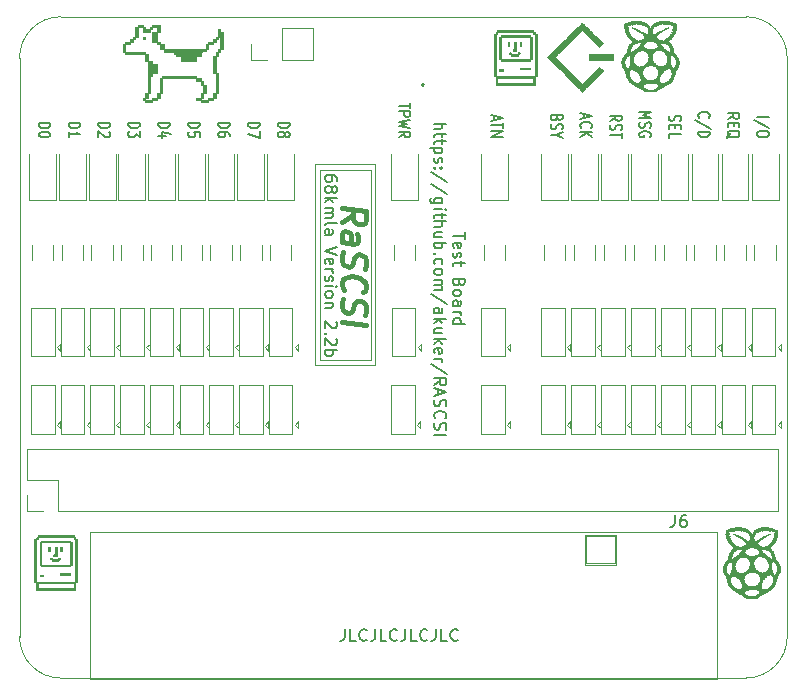
<source format=gbr>
%TF.GenerationSoftware,KiCad,Pcbnew,(5.1.6-0-10_14)*%
%TF.CreationDate,2020-08-20T20:18:55-05:00*%
%TF.ProjectId,rascsi_tester,72617363-7369-45f7-9465-737465722e6b,rev?*%
%TF.SameCoordinates,PX59d60c0PY325aa00*%
%TF.FileFunction,Legend,Top*%
%TF.FilePolarity,Positive*%
%FSLAX46Y46*%
G04 Gerber Fmt 4.6, Leading zero omitted, Abs format (unit mm)*
G04 Created by KiCad (PCBNEW (5.1.6-0-10_14)) date 2020-08-20 20:18:55*
%MOMM*%
%LPD*%
G01*
G04 APERTURE LIST*
%ADD10C,0.150000*%
%ADD11C,0.120000*%
%ADD12C,0.400000*%
%TA.AperFunction,Profile*%
%ADD13C,0.050000*%
%TD*%
%ADD14C,0.200000*%
%ADD15C,0.100000*%
%ADD16C,0.010000*%
G04 APERTURE END LIST*
D10*
X107835352Y-41546780D02*
X107835352Y-42261066D01*
X107787733Y-42403923D01*
X107692495Y-42499161D01*
X107549638Y-42546780D01*
X107454400Y-42546780D01*
X108787733Y-42546780D02*
X108311542Y-42546780D01*
X108311542Y-41546780D01*
X109692495Y-42451542D02*
X109644876Y-42499161D01*
X109502019Y-42546780D01*
X109406780Y-42546780D01*
X109263923Y-42499161D01*
X109168685Y-42403923D01*
X109121066Y-42308685D01*
X109073447Y-42118209D01*
X109073447Y-41975352D01*
X109121066Y-41784876D01*
X109168685Y-41689638D01*
X109263923Y-41594400D01*
X109406780Y-41546780D01*
X109502019Y-41546780D01*
X109644876Y-41594400D01*
X109692495Y-41642019D01*
X110406780Y-41546780D02*
X110406780Y-42261066D01*
X110359161Y-42403923D01*
X110263923Y-42499161D01*
X110121066Y-42546780D01*
X110025828Y-42546780D01*
X111359161Y-42546780D02*
X110882971Y-42546780D01*
X110882971Y-41546780D01*
X112263923Y-42451542D02*
X112216304Y-42499161D01*
X112073447Y-42546780D01*
X111978209Y-42546780D01*
X111835352Y-42499161D01*
X111740114Y-42403923D01*
X111692495Y-42308685D01*
X111644876Y-42118209D01*
X111644876Y-41975352D01*
X111692495Y-41784876D01*
X111740114Y-41689638D01*
X111835352Y-41594400D01*
X111978209Y-41546780D01*
X112073447Y-41546780D01*
X112216304Y-41594400D01*
X112263923Y-41642019D01*
X112978209Y-41546780D02*
X112978209Y-42261066D01*
X112930590Y-42403923D01*
X112835352Y-42499161D01*
X112692495Y-42546780D01*
X112597257Y-42546780D01*
X113930590Y-42546780D02*
X113454400Y-42546780D01*
X113454400Y-41546780D01*
X114835352Y-42451542D02*
X114787733Y-42499161D01*
X114644876Y-42546780D01*
X114549638Y-42546780D01*
X114406780Y-42499161D01*
X114311542Y-42403923D01*
X114263923Y-42308685D01*
X114216304Y-42118209D01*
X114216304Y-41975352D01*
X114263923Y-41784876D01*
X114311542Y-41689638D01*
X114406780Y-41594400D01*
X114549638Y-41546780D01*
X114644876Y-41546780D01*
X114787733Y-41594400D01*
X114835352Y-41642019D01*
X115549638Y-41546780D02*
X115549638Y-42261066D01*
X115502019Y-42403923D01*
X115406780Y-42499161D01*
X115263923Y-42546780D01*
X115168685Y-42546780D01*
X116502019Y-42546780D02*
X116025828Y-42546780D01*
X116025828Y-41546780D01*
X117406780Y-42451542D02*
X117359161Y-42499161D01*
X117216304Y-42546780D01*
X117121066Y-42546780D01*
X116978209Y-42499161D01*
X116882971Y-42403923D01*
X116835352Y-42308685D01*
X116787733Y-42118209D01*
X116787733Y-41975352D01*
X116835352Y-41784876D01*
X116882971Y-41689638D01*
X116978209Y-41594400D01*
X117121066Y-41546780D01*
X117216304Y-41546780D01*
X117359161Y-41594400D01*
X117406780Y-41642019D01*
X120491933Y1930000D02*
X120491933Y1549048D01*
X120206219Y2006191D02*
X121206219Y1739524D01*
X120206219Y1472857D01*
X121206219Y1320476D02*
X121206219Y863334D01*
X120206219Y1091905D02*
X121206219Y1091905D01*
X120206219Y596667D02*
X121206219Y596667D01*
X120206219Y139524D01*
X121206219Y139524D01*
X125810028Y1739524D02*
X125762409Y1625238D01*
X125714790Y1587143D01*
X125619552Y1549048D01*
X125476695Y1549048D01*
X125381457Y1587143D01*
X125333838Y1625238D01*
X125286219Y1701429D01*
X125286219Y2006191D01*
X126286219Y2006191D01*
X126286219Y1739524D01*
X126238600Y1663334D01*
X126190980Y1625238D01*
X126095742Y1587143D01*
X126000504Y1587143D01*
X125905266Y1625238D01*
X125857647Y1663334D01*
X125810028Y1739524D01*
X125810028Y2006191D01*
X125333838Y1244286D02*
X125286219Y1130000D01*
X125286219Y939524D01*
X125333838Y863334D01*
X125381457Y825238D01*
X125476695Y787143D01*
X125571933Y787143D01*
X125667171Y825238D01*
X125714790Y863334D01*
X125762409Y939524D01*
X125810028Y1091905D01*
X125857647Y1168096D01*
X125905266Y1206191D01*
X126000504Y1244286D01*
X126095742Y1244286D01*
X126190980Y1206191D01*
X126238600Y1168096D01*
X126286219Y1091905D01*
X126286219Y901429D01*
X126238600Y787143D01*
X125762409Y291905D02*
X125286219Y291905D01*
X126286219Y558572D02*
X125762409Y291905D01*
X126286219Y25238D01*
X128066575Y2082381D02*
X128066575Y1701428D01*
X127780861Y2158571D02*
X128780861Y1891904D01*
X127780861Y1625238D01*
X127876099Y901428D02*
X127828480Y939524D01*
X127780861Y1053809D01*
X127780861Y1130000D01*
X127828480Y1244285D01*
X127923718Y1320476D01*
X128018956Y1358571D01*
X128209432Y1396666D01*
X128352289Y1396666D01*
X128542765Y1358571D01*
X128638003Y1320476D01*
X128733242Y1244285D01*
X128780861Y1130000D01*
X128780861Y1053809D01*
X128733242Y939524D01*
X128685622Y901428D01*
X127780861Y558571D02*
X128780861Y558571D01*
X127780861Y101428D02*
X128352289Y444285D01*
X128780861Y101428D02*
X128209432Y558571D01*
X130275503Y1472858D02*
X130751693Y1739524D01*
X130275503Y1930001D02*
X131275503Y1930001D01*
X131275503Y1625239D01*
X131227884Y1549048D01*
X131180264Y1510953D01*
X131085026Y1472858D01*
X130942169Y1472858D01*
X130846931Y1510953D01*
X130799312Y1549048D01*
X130751693Y1625239D01*
X130751693Y1930001D01*
X130323122Y1168096D02*
X130275503Y1053810D01*
X130275503Y863334D01*
X130323122Y787143D01*
X130370741Y749048D01*
X130465979Y710953D01*
X130561217Y710953D01*
X130656455Y749048D01*
X130704074Y787143D01*
X130751693Y863334D01*
X130799312Y1015715D01*
X130846931Y1091905D01*
X130894550Y1130001D01*
X130989788Y1168096D01*
X131085026Y1168096D01*
X131180264Y1130001D01*
X131227884Y1091905D01*
X131275503Y1015715D01*
X131275503Y825239D01*
X131227884Y710953D01*
X131275503Y482382D02*
X131275503Y25239D01*
X130275503Y253810D02*
X131275503Y253810D01*
X132770145Y2234762D02*
X133770145Y2234762D01*
X133055859Y1968095D01*
X133770145Y1701428D01*
X132770145Y1701428D01*
X132817764Y1358571D02*
X132770145Y1244285D01*
X132770145Y1053809D01*
X132817764Y977619D01*
X132865383Y939523D01*
X132960621Y901428D01*
X133055859Y901428D01*
X133151097Y939523D01*
X133198716Y977619D01*
X133246335Y1053809D01*
X133293954Y1206190D01*
X133341573Y1282381D01*
X133389192Y1320476D01*
X133484430Y1358571D01*
X133579668Y1358571D01*
X133674906Y1320476D01*
X133722526Y1282381D01*
X133770145Y1206190D01*
X133770145Y1015714D01*
X133722526Y901428D01*
X133722526Y139523D02*
X133770145Y215714D01*
X133770145Y330000D01*
X133722526Y444285D01*
X133627287Y520476D01*
X133532049Y558571D01*
X133341573Y596666D01*
X133198716Y596666D01*
X133008240Y558571D01*
X132913002Y520476D01*
X132817764Y444285D01*
X132770145Y330000D01*
X132770145Y253809D01*
X132817764Y139523D01*
X132865383Y101428D01*
X133198716Y101428D01*
X133198716Y253809D01*
X135312406Y1930000D02*
X135264787Y1815714D01*
X135264787Y1625238D01*
X135312406Y1549048D01*
X135360025Y1510953D01*
X135455263Y1472857D01*
X135550501Y1472857D01*
X135645739Y1510953D01*
X135693358Y1549048D01*
X135740977Y1625238D01*
X135788596Y1777619D01*
X135836215Y1853810D01*
X135883834Y1891905D01*
X135979072Y1930000D01*
X136074310Y1930000D01*
X136169548Y1891905D01*
X136217168Y1853810D01*
X136264787Y1777619D01*
X136264787Y1587143D01*
X136217168Y1472857D01*
X135788596Y1130000D02*
X135788596Y863334D01*
X135264787Y749048D02*
X135264787Y1130000D01*
X136264787Y1130000D01*
X136264787Y749048D01*
X135264787Y25238D02*
X135264787Y406191D01*
X136264787Y406191D01*
X137854667Y1739524D02*
X137807048Y1777619D01*
X137759429Y1891905D01*
X137759429Y1968095D01*
X137807048Y2082381D01*
X137902286Y2158572D01*
X137997524Y2196667D01*
X138188000Y2234762D01*
X138330857Y2234762D01*
X138521333Y2196667D01*
X138616571Y2158572D01*
X138711810Y2082381D01*
X138759429Y1968095D01*
X138759429Y1891905D01*
X138711810Y1777619D01*
X138664190Y1739524D01*
X138807048Y825238D02*
X137521333Y1510953D01*
X137759429Y558572D02*
X138759429Y558572D01*
X138759429Y368095D01*
X138711810Y253810D01*
X138616571Y177619D01*
X138521333Y139524D01*
X138330857Y101429D01*
X138188000Y101429D01*
X137997524Y139524D01*
X137902286Y177619D01*
X137807048Y253810D01*
X137759429Y368095D01*
X137759429Y558572D01*
X140254071Y1663334D02*
X140730261Y1930000D01*
X140254071Y2120477D02*
X141254071Y2120477D01*
X141254071Y1815715D01*
X141206452Y1739524D01*
X141158832Y1701429D01*
X141063594Y1663334D01*
X140920737Y1663334D01*
X140825499Y1701429D01*
X140777880Y1739524D01*
X140730261Y1815715D01*
X140730261Y2120477D01*
X140777880Y1320477D02*
X140777880Y1053810D01*
X140254071Y939524D02*
X140254071Y1320477D01*
X141254071Y1320477D01*
X141254071Y939524D01*
X140158832Y63334D02*
X140206452Y139524D01*
X140301690Y215715D01*
X140444547Y330000D01*
X140492166Y406191D01*
X140492166Y482381D01*
X140254071Y444286D02*
X140301690Y520477D01*
X140396928Y596667D01*
X140587404Y634762D01*
X140920737Y634762D01*
X141111213Y596667D01*
X141206452Y520477D01*
X141254071Y444286D01*
X141254071Y291905D01*
X141206452Y215715D01*
X141111213Y139524D01*
X140920737Y101429D01*
X140587404Y101429D01*
X140396928Y139524D01*
X140301690Y215715D01*
X140254071Y291905D01*
X140254071Y444286D01*
X142748719Y1815715D02*
X143748719Y1815715D01*
X143796338Y863334D02*
X142510623Y1549048D01*
X143748719Y444286D02*
X143748719Y291905D01*
X143701100Y215715D01*
X143605861Y139524D01*
X143415385Y101429D01*
X143082052Y101429D01*
X142891576Y139524D01*
X142796338Y215715D01*
X142748719Y291905D01*
X142748719Y444286D01*
X142796338Y520477D01*
X142891576Y596667D01*
X143082052Y634762D01*
X143415385Y634762D01*
X143605861Y596667D01*
X143701100Y520477D01*
X143748719Y444286D01*
X81915719Y1320477D02*
X82915719Y1320477D01*
X82915719Y1130000D01*
X82868100Y1015715D01*
X82772861Y939524D01*
X82677623Y901429D01*
X82487147Y863334D01*
X82344290Y863334D01*
X82153814Y901429D01*
X82058576Y939524D01*
X81963338Y1015715D01*
X81915719Y1130000D01*
X81915719Y1320477D01*
X82915719Y368096D02*
X82915719Y291905D01*
X82868100Y215715D01*
X82820480Y177620D01*
X82725242Y139524D01*
X82534766Y101429D01*
X82296671Y101429D01*
X82106195Y139524D01*
X82010957Y177620D01*
X81963338Y215715D01*
X81915719Y291905D01*
X81915719Y368096D01*
X81963338Y444286D01*
X82010957Y482381D01*
X82106195Y520477D01*
X82296671Y558572D01*
X82534766Y558572D01*
X82725242Y520477D01*
X82820480Y482381D01*
X82868100Y444286D01*
X82915719Y368096D01*
X84447781Y1320477D02*
X85447781Y1320477D01*
X85447781Y1130000D01*
X85400162Y1015715D01*
X85304923Y939524D01*
X85209685Y901429D01*
X85019209Y863334D01*
X84876352Y863334D01*
X84685876Y901429D01*
X84590638Y939524D01*
X84495400Y1015715D01*
X84447781Y1130000D01*
X84447781Y1320477D01*
X84447781Y101429D02*
X84447781Y558572D01*
X84447781Y330000D02*
X85447781Y330000D01*
X85304923Y406191D01*
X85209685Y482381D01*
X85162066Y558572D01*
X86979843Y1320477D02*
X87979843Y1320477D01*
X87979843Y1130000D01*
X87932224Y1015715D01*
X87836985Y939524D01*
X87741747Y901429D01*
X87551271Y863334D01*
X87408414Y863334D01*
X87217938Y901429D01*
X87122700Y939524D01*
X87027462Y1015715D01*
X86979843Y1130000D01*
X86979843Y1320477D01*
X87884604Y558572D02*
X87932224Y520477D01*
X87979843Y444286D01*
X87979843Y253810D01*
X87932224Y177620D01*
X87884604Y139524D01*
X87789366Y101429D01*
X87694128Y101429D01*
X87551271Y139524D01*
X86979843Y596667D01*
X86979843Y101429D01*
X89511905Y1320477D02*
X90511905Y1320477D01*
X90511905Y1130000D01*
X90464286Y1015715D01*
X90369047Y939524D01*
X90273809Y901429D01*
X90083333Y863334D01*
X89940476Y863334D01*
X89750000Y901429D01*
X89654762Y939524D01*
X89559524Y1015715D01*
X89511905Y1130000D01*
X89511905Y1320477D01*
X90511905Y596667D02*
X90511905Y101429D01*
X90130952Y368096D01*
X90130952Y253810D01*
X90083333Y177620D01*
X90035714Y139524D01*
X89940476Y101429D01*
X89702381Y101429D01*
X89607143Y139524D01*
X89559524Y177620D01*
X89511905Y253810D01*
X89511905Y482381D01*
X89559524Y558572D01*
X89607143Y596667D01*
X92043967Y1320477D02*
X93043967Y1320477D01*
X93043967Y1130000D01*
X92996348Y1015715D01*
X92901109Y939524D01*
X92805871Y901429D01*
X92615395Y863334D01*
X92472538Y863334D01*
X92282062Y901429D01*
X92186824Y939524D01*
X92091586Y1015715D01*
X92043967Y1130000D01*
X92043967Y1320477D01*
X92710633Y177620D02*
X92043967Y177620D01*
X93091586Y368096D02*
X92377300Y558572D01*
X92377300Y63334D01*
X94576029Y1320477D02*
X95576029Y1320477D01*
X95576029Y1130000D01*
X95528410Y1015715D01*
X95433171Y939524D01*
X95337933Y901429D01*
X95147457Y863334D01*
X95004600Y863334D01*
X94814124Y901429D01*
X94718886Y939524D01*
X94623648Y1015715D01*
X94576029Y1130000D01*
X94576029Y1320477D01*
X95576029Y139524D02*
X95576029Y520477D01*
X95099838Y558572D01*
X95147457Y520477D01*
X95195076Y444286D01*
X95195076Y253810D01*
X95147457Y177620D01*
X95099838Y139524D01*
X95004600Y101429D01*
X94766505Y101429D01*
X94671267Y139524D01*
X94623648Y177620D01*
X94576029Y253810D01*
X94576029Y444286D01*
X94623648Y520477D01*
X94671267Y558572D01*
X97108091Y1320477D02*
X98108091Y1320477D01*
X98108091Y1130000D01*
X98060472Y1015715D01*
X97965233Y939524D01*
X97869995Y901429D01*
X97679519Y863334D01*
X97536662Y863334D01*
X97346186Y901429D01*
X97250948Y939524D01*
X97155710Y1015715D01*
X97108091Y1130000D01*
X97108091Y1320477D01*
X98108091Y177620D02*
X98108091Y330000D01*
X98060472Y406191D01*
X98012852Y444286D01*
X97869995Y520477D01*
X97679519Y558572D01*
X97298567Y558572D01*
X97203329Y520477D01*
X97155710Y482381D01*
X97108091Y406191D01*
X97108091Y253810D01*
X97155710Y177620D01*
X97203329Y139524D01*
X97298567Y101429D01*
X97536662Y101429D01*
X97631900Y139524D01*
X97679519Y177620D01*
X97727138Y253810D01*
X97727138Y406191D01*
X97679519Y482381D01*
X97631900Y520477D01*
X97536662Y558572D01*
X99640153Y1320477D02*
X100640153Y1320477D01*
X100640153Y1130000D01*
X100592534Y1015715D01*
X100497295Y939524D01*
X100402057Y901429D01*
X100211581Y863334D01*
X100068724Y863334D01*
X99878248Y901429D01*
X99783010Y939524D01*
X99687772Y1015715D01*
X99640153Y1130000D01*
X99640153Y1320477D01*
X100640153Y596667D02*
X100640153Y63334D01*
X99640153Y406191D01*
X102172219Y1320477D02*
X103172219Y1320477D01*
X103172219Y1130000D01*
X103124600Y1015715D01*
X103029361Y939524D01*
X102934123Y901429D01*
X102743647Y863334D01*
X102600790Y863334D01*
X102410314Y901429D01*
X102315076Y939524D01*
X102219838Y1015715D01*
X102172219Y1130000D01*
X102172219Y1320477D01*
X102743647Y406191D02*
X102791266Y482381D01*
X102838885Y520477D01*
X102934123Y558572D01*
X102981742Y558572D01*
X103076980Y520477D01*
X103124600Y482381D01*
X103172219Y406191D01*
X103172219Y253810D01*
X103124600Y177620D01*
X103076980Y139524D01*
X102981742Y101429D01*
X102934123Y101429D01*
X102838885Y139524D01*
X102791266Y177620D01*
X102743647Y253810D01*
X102743647Y406191D01*
X102696028Y482381D01*
X102648409Y520477D01*
X102553171Y558572D01*
X102362695Y558572D01*
X102267457Y520477D01*
X102219838Y482381D01*
X102172219Y406191D01*
X102172219Y253810D01*
X102219838Y177620D01*
X102267457Y139524D01*
X102362695Y101429D01*
X102553171Y101429D01*
X102648409Y139524D01*
X102696028Y177620D01*
X102743647Y253810D01*
X113395719Y2996667D02*
X113395719Y2539524D01*
X112395719Y2768095D02*
X113395719Y2768095D01*
X112395719Y2272857D02*
X113395719Y2272857D01*
X113395719Y1968095D01*
X113348100Y1891905D01*
X113300480Y1853810D01*
X113205242Y1815714D01*
X113062385Y1815714D01*
X112967147Y1853810D01*
X112919528Y1891905D01*
X112871909Y1968095D01*
X112871909Y2272857D01*
X113395719Y1549048D02*
X112395719Y1358572D01*
X113110004Y1206191D01*
X112395719Y1053810D01*
X113395719Y863333D01*
X112395719Y101429D02*
X112871909Y368095D01*
X112395719Y558572D02*
X113395719Y558572D01*
X113395719Y253810D01*
X113348100Y177619D01*
X113300480Y139524D01*
X113205242Y101429D01*
X113062385Y101429D01*
X112967147Y139524D01*
X112919528Y177619D01*
X112871909Y253810D01*
X112871909Y558572D01*
X135793866Y-31894780D02*
X135793866Y-32609066D01*
X135746247Y-32751923D01*
X135651009Y-32847161D01*
X135508152Y-32894780D01*
X135412914Y-32894780D01*
X136698628Y-31894780D02*
X136508152Y-31894780D01*
X136412914Y-31942400D01*
X136365295Y-31990019D01*
X136270057Y-32132876D01*
X136222438Y-32323352D01*
X136222438Y-32704304D01*
X136270057Y-32799542D01*
X136317676Y-32847161D01*
X136412914Y-32894780D01*
X136603390Y-32894780D01*
X136698628Y-32847161D01*
X136746247Y-32799542D01*
X136793866Y-32704304D01*
X136793866Y-32466209D01*
X136746247Y-32370971D01*
X136698628Y-32323352D01*
X136603390Y-32275733D01*
X136412914Y-32275733D01*
X136317676Y-32323352D01*
X136270057Y-32370971D01*
X136222438Y-32466209D01*
X115418319Y1247467D02*
X116418319Y1247467D01*
X115418319Y818896D02*
X115942128Y818896D01*
X116037366Y866515D01*
X116084985Y961753D01*
X116084985Y1104610D01*
X116037366Y1199848D01*
X115989747Y1247467D01*
X116084985Y485562D02*
X116084985Y104610D01*
X116418319Y342705D02*
X115561176Y342705D01*
X115465938Y295086D01*
X115418319Y199848D01*
X115418319Y104610D01*
X116084985Y-85866D02*
X116084985Y-466819D01*
X116418319Y-228723D02*
X115561176Y-228723D01*
X115465938Y-276342D01*
X115418319Y-371580D01*
X115418319Y-466819D01*
X116084985Y-800152D02*
X115084985Y-800152D01*
X116037366Y-800152D02*
X116084985Y-895390D01*
X116084985Y-1085866D01*
X116037366Y-1181104D01*
X115989747Y-1228723D01*
X115894509Y-1276342D01*
X115608795Y-1276342D01*
X115513557Y-1228723D01*
X115465938Y-1181104D01*
X115418319Y-1085866D01*
X115418319Y-895390D01*
X115465938Y-800152D01*
X115465938Y-1657295D02*
X115418319Y-1752533D01*
X115418319Y-1943009D01*
X115465938Y-2038247D01*
X115561176Y-2085866D01*
X115608795Y-2085866D01*
X115704033Y-2038247D01*
X115751652Y-1943009D01*
X115751652Y-1800152D01*
X115799271Y-1704914D01*
X115894509Y-1657295D01*
X115942128Y-1657295D01*
X116037366Y-1704914D01*
X116084985Y-1800152D01*
X116084985Y-1943009D01*
X116037366Y-2038247D01*
X115513557Y-2514438D02*
X115465938Y-2562057D01*
X115418319Y-2514438D01*
X115465938Y-2466819D01*
X115513557Y-2514438D01*
X115418319Y-2514438D01*
X116037366Y-2514438D02*
X115989747Y-2562057D01*
X115942128Y-2514438D01*
X115989747Y-2466819D01*
X116037366Y-2514438D01*
X115942128Y-2514438D01*
X116465938Y-3704914D02*
X115180223Y-2847771D01*
X116465938Y-4752533D02*
X115180223Y-3895390D01*
X116084985Y-5514438D02*
X115275461Y-5514438D01*
X115180223Y-5466819D01*
X115132604Y-5419200D01*
X115084985Y-5323961D01*
X115084985Y-5181104D01*
X115132604Y-5085866D01*
X115465938Y-5514438D02*
X115418319Y-5419200D01*
X115418319Y-5228723D01*
X115465938Y-5133485D01*
X115513557Y-5085866D01*
X115608795Y-5038247D01*
X115894509Y-5038247D01*
X115989747Y-5085866D01*
X116037366Y-5133485D01*
X116084985Y-5228723D01*
X116084985Y-5419200D01*
X116037366Y-5514438D01*
X115418319Y-5990628D02*
X116084985Y-5990628D01*
X116418319Y-5990628D02*
X116370700Y-5943009D01*
X116323080Y-5990628D01*
X116370700Y-6038247D01*
X116418319Y-5990628D01*
X116323080Y-5990628D01*
X116084985Y-6323961D02*
X116084985Y-6704914D01*
X116418319Y-6466819D02*
X115561176Y-6466819D01*
X115465938Y-6514438D01*
X115418319Y-6609676D01*
X115418319Y-6704914D01*
X115418319Y-7038247D02*
X116418319Y-7038247D01*
X115418319Y-7466819D02*
X115942128Y-7466819D01*
X116037366Y-7419200D01*
X116084985Y-7323961D01*
X116084985Y-7181104D01*
X116037366Y-7085866D01*
X115989747Y-7038247D01*
X116084985Y-8371580D02*
X115418319Y-8371580D01*
X116084985Y-7943009D02*
X115561176Y-7943009D01*
X115465938Y-7990628D01*
X115418319Y-8085866D01*
X115418319Y-8228723D01*
X115465938Y-8323961D01*
X115513557Y-8371580D01*
X115418319Y-8847771D02*
X116418319Y-8847771D01*
X116037366Y-8847771D02*
X116084985Y-8943009D01*
X116084985Y-9133485D01*
X116037366Y-9228723D01*
X115989747Y-9276342D01*
X115894509Y-9323961D01*
X115608795Y-9323961D01*
X115513557Y-9276342D01*
X115465938Y-9228723D01*
X115418319Y-9133485D01*
X115418319Y-8943009D01*
X115465938Y-8847771D01*
X115513557Y-9752533D02*
X115465938Y-9800152D01*
X115418319Y-9752533D01*
X115465938Y-9704914D01*
X115513557Y-9752533D01*
X115418319Y-9752533D01*
X115465938Y-10657295D02*
X115418319Y-10562057D01*
X115418319Y-10371580D01*
X115465938Y-10276342D01*
X115513557Y-10228723D01*
X115608795Y-10181104D01*
X115894509Y-10181104D01*
X115989747Y-10228723D01*
X116037366Y-10276342D01*
X116084985Y-10371580D01*
X116084985Y-10562057D01*
X116037366Y-10657295D01*
X115418319Y-11228723D02*
X115465938Y-11133485D01*
X115513557Y-11085866D01*
X115608795Y-11038247D01*
X115894509Y-11038247D01*
X115989747Y-11085866D01*
X116037366Y-11133485D01*
X116084985Y-11228723D01*
X116084985Y-11371580D01*
X116037366Y-11466819D01*
X115989747Y-11514438D01*
X115894509Y-11562057D01*
X115608795Y-11562057D01*
X115513557Y-11514438D01*
X115465938Y-11466819D01*
X115418319Y-11371580D01*
X115418319Y-11228723D01*
X115418319Y-11990628D02*
X116084985Y-11990628D01*
X115989747Y-11990628D02*
X116037366Y-12038247D01*
X116084985Y-12133485D01*
X116084985Y-12276342D01*
X116037366Y-12371580D01*
X115942128Y-12419200D01*
X115418319Y-12419200D01*
X115942128Y-12419200D02*
X116037366Y-12466819D01*
X116084985Y-12562057D01*
X116084985Y-12704914D01*
X116037366Y-12800152D01*
X115942128Y-12847771D01*
X115418319Y-12847771D01*
X116465938Y-14038247D02*
X115180223Y-13181104D01*
X115418319Y-14800152D02*
X115942128Y-14800152D01*
X116037366Y-14752533D01*
X116084985Y-14657295D01*
X116084985Y-14466819D01*
X116037366Y-14371580D01*
X115465938Y-14800152D02*
X115418319Y-14704914D01*
X115418319Y-14466819D01*
X115465938Y-14371580D01*
X115561176Y-14323961D01*
X115656414Y-14323961D01*
X115751652Y-14371580D01*
X115799271Y-14466819D01*
X115799271Y-14704914D01*
X115846890Y-14800152D01*
X115418319Y-15276342D02*
X116418319Y-15276342D01*
X115799271Y-15371580D02*
X115418319Y-15657295D01*
X116084985Y-15657295D02*
X115704033Y-15276342D01*
X116084985Y-16514438D02*
X115418319Y-16514438D01*
X116084985Y-16085866D02*
X115561176Y-16085866D01*
X115465938Y-16133485D01*
X115418319Y-16228723D01*
X115418319Y-16371580D01*
X115465938Y-16466819D01*
X115513557Y-16514438D01*
X115418319Y-16990628D02*
X116418319Y-16990628D01*
X115799271Y-17085866D02*
X115418319Y-17371580D01*
X116084985Y-17371580D02*
X115704033Y-16990628D01*
X115465938Y-18181104D02*
X115418319Y-18085866D01*
X115418319Y-17895390D01*
X115465938Y-17800152D01*
X115561176Y-17752533D01*
X115942128Y-17752533D01*
X116037366Y-17800152D01*
X116084985Y-17895390D01*
X116084985Y-18085866D01*
X116037366Y-18181104D01*
X115942128Y-18228723D01*
X115846890Y-18228723D01*
X115751652Y-17752533D01*
X115418319Y-18657295D02*
X116084985Y-18657295D01*
X115894509Y-18657295D02*
X115989747Y-18704914D01*
X116037366Y-18752533D01*
X116084985Y-18847771D01*
X116084985Y-18943009D01*
X116465938Y-19990628D02*
X115180223Y-19133485D01*
X115418319Y-20895390D02*
X115894509Y-20562057D01*
X115418319Y-20323961D02*
X116418319Y-20323961D01*
X116418319Y-20704914D01*
X116370700Y-20800152D01*
X116323080Y-20847771D01*
X116227842Y-20895390D01*
X116084985Y-20895390D01*
X115989747Y-20847771D01*
X115942128Y-20800152D01*
X115894509Y-20704914D01*
X115894509Y-20323961D01*
X115704033Y-21276342D02*
X115704033Y-21752533D01*
X115418319Y-21181104D02*
X116418319Y-21514438D01*
X115418319Y-21847771D01*
X115465938Y-22133485D02*
X115418319Y-22276342D01*
X115418319Y-22514438D01*
X115465938Y-22609676D01*
X115513557Y-22657295D01*
X115608795Y-22704914D01*
X115704033Y-22704914D01*
X115799271Y-22657295D01*
X115846890Y-22609676D01*
X115894509Y-22514438D01*
X115942128Y-22323961D01*
X115989747Y-22228723D01*
X116037366Y-22181104D01*
X116132604Y-22133485D01*
X116227842Y-22133485D01*
X116323080Y-22181104D01*
X116370700Y-22228723D01*
X116418319Y-22323961D01*
X116418319Y-22562057D01*
X116370700Y-22704914D01*
X115513557Y-23704914D02*
X115465938Y-23657295D01*
X115418319Y-23514438D01*
X115418319Y-23419200D01*
X115465938Y-23276342D01*
X115561176Y-23181104D01*
X115656414Y-23133485D01*
X115846890Y-23085866D01*
X115989747Y-23085866D01*
X116180223Y-23133485D01*
X116275461Y-23181104D01*
X116370700Y-23276342D01*
X116418319Y-23419200D01*
X116418319Y-23514438D01*
X116370700Y-23657295D01*
X116323080Y-23704914D01*
X115465938Y-24085866D02*
X115418319Y-24228723D01*
X115418319Y-24466819D01*
X115465938Y-24562057D01*
X115513557Y-24609676D01*
X115608795Y-24657295D01*
X115704033Y-24657295D01*
X115799271Y-24609676D01*
X115846890Y-24562057D01*
X115894509Y-24466819D01*
X115942128Y-24276342D01*
X115989747Y-24181104D01*
X116037366Y-24133485D01*
X116132604Y-24085866D01*
X116227842Y-24085866D01*
X116323080Y-24133485D01*
X116370700Y-24181104D01*
X116418319Y-24276342D01*
X116418319Y-24514438D01*
X116370700Y-24657295D01*
X115418319Y-25085866D02*
X116418319Y-25085866D01*
D11*
X128304000Y-35973000D02*
X128304000Y-33687000D01*
X130717000Y-35973000D02*
X128304000Y-35973000D01*
X130717000Y-33687000D02*
X130717000Y-35973000D01*
X128304000Y-33687000D02*
X130717000Y-33687000D01*
X128177000Y-36100000D02*
X128177000Y-33560000D01*
X130844000Y-36100000D02*
X128177000Y-36100000D01*
X130844000Y-33560000D02*
X130844000Y-36100000D01*
X128177000Y-33560000D02*
X130844000Y-33560000D01*
X139353000Y-33306000D02*
X86267000Y-33306000D01*
X139353000Y-45752000D02*
X139353000Y-33306000D01*
X86267000Y-45752000D02*
X139353000Y-45752000D01*
X86267000Y-33306000D02*
X86267000Y-45752000D01*
D10*
X118005819Y-7966819D02*
X118005819Y-8538247D01*
X117005819Y-8252533D02*
X118005819Y-8252533D01*
X117053438Y-9252533D02*
X117005819Y-9157295D01*
X117005819Y-8966819D01*
X117053438Y-8871580D01*
X117148676Y-8823961D01*
X117529628Y-8823961D01*
X117624866Y-8871580D01*
X117672485Y-8966819D01*
X117672485Y-9157295D01*
X117624866Y-9252533D01*
X117529628Y-9300152D01*
X117434390Y-9300152D01*
X117339152Y-8823961D01*
X117053438Y-9681104D02*
X117005819Y-9776342D01*
X117005819Y-9966819D01*
X117053438Y-10062057D01*
X117148676Y-10109676D01*
X117196295Y-10109676D01*
X117291533Y-10062057D01*
X117339152Y-9966819D01*
X117339152Y-9823961D01*
X117386771Y-9728723D01*
X117482009Y-9681104D01*
X117529628Y-9681104D01*
X117624866Y-9728723D01*
X117672485Y-9823961D01*
X117672485Y-9966819D01*
X117624866Y-10062057D01*
X117672485Y-10395390D02*
X117672485Y-10776342D01*
X118005819Y-10538247D02*
X117148676Y-10538247D01*
X117053438Y-10585866D01*
X117005819Y-10681104D01*
X117005819Y-10776342D01*
X117529628Y-12204914D02*
X117482009Y-12347771D01*
X117434390Y-12395390D01*
X117339152Y-12443009D01*
X117196295Y-12443009D01*
X117101057Y-12395390D01*
X117053438Y-12347771D01*
X117005819Y-12252533D01*
X117005819Y-11871580D01*
X118005819Y-11871580D01*
X118005819Y-12204914D01*
X117958200Y-12300152D01*
X117910580Y-12347771D01*
X117815342Y-12395390D01*
X117720104Y-12395390D01*
X117624866Y-12347771D01*
X117577247Y-12300152D01*
X117529628Y-12204914D01*
X117529628Y-11871580D01*
X117005819Y-13014438D02*
X117053438Y-12919200D01*
X117101057Y-12871580D01*
X117196295Y-12823961D01*
X117482009Y-12823961D01*
X117577247Y-12871580D01*
X117624866Y-12919200D01*
X117672485Y-13014438D01*
X117672485Y-13157295D01*
X117624866Y-13252533D01*
X117577247Y-13300152D01*
X117482009Y-13347771D01*
X117196295Y-13347771D01*
X117101057Y-13300152D01*
X117053438Y-13252533D01*
X117005819Y-13157295D01*
X117005819Y-13014438D01*
X117005819Y-14204914D02*
X117529628Y-14204914D01*
X117624866Y-14157295D01*
X117672485Y-14062057D01*
X117672485Y-13871580D01*
X117624866Y-13776342D01*
X117053438Y-14204914D02*
X117005819Y-14109676D01*
X117005819Y-13871580D01*
X117053438Y-13776342D01*
X117148676Y-13728723D01*
X117243914Y-13728723D01*
X117339152Y-13776342D01*
X117386771Y-13871580D01*
X117386771Y-14109676D01*
X117434390Y-14204914D01*
X117005819Y-14681104D02*
X117672485Y-14681104D01*
X117482009Y-14681104D02*
X117577247Y-14728723D01*
X117624866Y-14776342D01*
X117672485Y-14871580D01*
X117672485Y-14966819D01*
X117005819Y-15728723D02*
X118005819Y-15728723D01*
X117053438Y-15728723D02*
X117005819Y-15633485D01*
X117005819Y-15443009D01*
X117053438Y-15347771D01*
X117101057Y-15300152D01*
X117196295Y-15252533D01*
X117482009Y-15252533D01*
X117577247Y-15300152D01*
X117624866Y-15347771D01*
X117672485Y-15443009D01*
X117672485Y-15633485D01*
X117624866Y-15728723D01*
D11*
X105342600Y-2192900D02*
X110422600Y-2192900D01*
X105342600Y-19147400D02*
X105342600Y-2192900D01*
X110422600Y-19210900D02*
X105342600Y-19210900D01*
X105723600Y-2700900D02*
X105977600Y-2700900D01*
X105723600Y-2764400D02*
X105723600Y-2700900D01*
X110422600Y-19210900D02*
X110422600Y-2192900D01*
X110041600Y-2700900D02*
X105787100Y-2700900D01*
X110041600Y-18766400D02*
X110041600Y-2700900D01*
X105723600Y-18766400D02*
X110041600Y-18766400D01*
X105723600Y-2764400D02*
X105723600Y-18766400D01*
D10*
X107160219Y-3574923D02*
X107160219Y-3384447D01*
X107112600Y-3289209D01*
X107064980Y-3241590D01*
X106922123Y-3146352D01*
X106731647Y-3098733D01*
X106350695Y-3098733D01*
X106255457Y-3146352D01*
X106207838Y-3193971D01*
X106160219Y-3289209D01*
X106160219Y-3479685D01*
X106207838Y-3574923D01*
X106255457Y-3622542D01*
X106350695Y-3670161D01*
X106588790Y-3670161D01*
X106684028Y-3622542D01*
X106731647Y-3574923D01*
X106779266Y-3479685D01*
X106779266Y-3289209D01*
X106731647Y-3193971D01*
X106684028Y-3146352D01*
X106588790Y-3098733D01*
X106731647Y-4241590D02*
X106779266Y-4146352D01*
X106826885Y-4098733D01*
X106922123Y-4051114D01*
X106969742Y-4051114D01*
X107064980Y-4098733D01*
X107112600Y-4146352D01*
X107160219Y-4241590D01*
X107160219Y-4432066D01*
X107112600Y-4527304D01*
X107064980Y-4574923D01*
X106969742Y-4622542D01*
X106922123Y-4622542D01*
X106826885Y-4574923D01*
X106779266Y-4527304D01*
X106731647Y-4432066D01*
X106731647Y-4241590D01*
X106684028Y-4146352D01*
X106636409Y-4098733D01*
X106541171Y-4051114D01*
X106350695Y-4051114D01*
X106255457Y-4098733D01*
X106207838Y-4146352D01*
X106160219Y-4241590D01*
X106160219Y-4432066D01*
X106207838Y-4527304D01*
X106255457Y-4574923D01*
X106350695Y-4622542D01*
X106541171Y-4622542D01*
X106636409Y-4574923D01*
X106684028Y-4527304D01*
X106731647Y-4432066D01*
X106160219Y-5051114D02*
X107160219Y-5051114D01*
X106541171Y-5146352D02*
X106160219Y-5432066D01*
X106826885Y-5432066D02*
X106445933Y-5051114D01*
X106160219Y-5860638D02*
X106826885Y-5860638D01*
X106731647Y-5860638D02*
X106779266Y-5908257D01*
X106826885Y-6003495D01*
X106826885Y-6146352D01*
X106779266Y-6241590D01*
X106684028Y-6289209D01*
X106160219Y-6289209D01*
X106684028Y-6289209D02*
X106779266Y-6336828D01*
X106826885Y-6432066D01*
X106826885Y-6574923D01*
X106779266Y-6670161D01*
X106684028Y-6717780D01*
X106160219Y-6717780D01*
X106160219Y-7336828D02*
X106207838Y-7241590D01*
X106303076Y-7193971D01*
X107160219Y-7193971D01*
X106160219Y-8146352D02*
X106684028Y-8146352D01*
X106779266Y-8098733D01*
X106826885Y-8003495D01*
X106826885Y-7813019D01*
X106779266Y-7717780D01*
X106207838Y-8146352D02*
X106160219Y-8051114D01*
X106160219Y-7813019D01*
X106207838Y-7717780D01*
X106303076Y-7670161D01*
X106398314Y-7670161D01*
X106493552Y-7717780D01*
X106541171Y-7813019D01*
X106541171Y-8051114D01*
X106588790Y-8146352D01*
X107160219Y-9241590D02*
X106160219Y-9574923D01*
X107160219Y-9908257D01*
X106207838Y-10622542D02*
X106160219Y-10527304D01*
X106160219Y-10336828D01*
X106207838Y-10241590D01*
X106303076Y-10193971D01*
X106684028Y-10193971D01*
X106779266Y-10241590D01*
X106826885Y-10336828D01*
X106826885Y-10527304D01*
X106779266Y-10622542D01*
X106684028Y-10670161D01*
X106588790Y-10670161D01*
X106493552Y-10193971D01*
X106160219Y-11098733D02*
X106826885Y-11098733D01*
X106636409Y-11098733D02*
X106731647Y-11146352D01*
X106779266Y-11193971D01*
X106826885Y-11289209D01*
X106826885Y-11384447D01*
X106207838Y-11670161D02*
X106160219Y-11765400D01*
X106160219Y-11955876D01*
X106207838Y-12051114D01*
X106303076Y-12098733D01*
X106350695Y-12098733D01*
X106445933Y-12051114D01*
X106493552Y-11955876D01*
X106493552Y-11813019D01*
X106541171Y-11717780D01*
X106636409Y-11670161D01*
X106684028Y-11670161D01*
X106779266Y-11717780D01*
X106826885Y-11813019D01*
X106826885Y-11955876D01*
X106779266Y-12051114D01*
X106160219Y-12527304D02*
X106826885Y-12527304D01*
X107160219Y-12527304D02*
X107112600Y-12479685D01*
X107064980Y-12527304D01*
X107112600Y-12574923D01*
X107160219Y-12527304D01*
X107064980Y-12527304D01*
X106160219Y-13146352D02*
X106207838Y-13051114D01*
X106255457Y-13003495D01*
X106350695Y-12955876D01*
X106636409Y-12955876D01*
X106731647Y-13003495D01*
X106779266Y-13051114D01*
X106826885Y-13146352D01*
X106826885Y-13289209D01*
X106779266Y-13384447D01*
X106731647Y-13432066D01*
X106636409Y-13479685D01*
X106350695Y-13479685D01*
X106255457Y-13432066D01*
X106207838Y-13384447D01*
X106160219Y-13289209D01*
X106160219Y-13146352D01*
X106826885Y-13908257D02*
X106160219Y-13908257D01*
X106731647Y-13908257D02*
X106779266Y-13955876D01*
X106826885Y-14051114D01*
X106826885Y-14193971D01*
X106779266Y-14289209D01*
X106684028Y-14336828D01*
X106160219Y-14336828D01*
X107064980Y-15527304D02*
X107112600Y-15574923D01*
X107160219Y-15670161D01*
X107160219Y-15908257D01*
X107112600Y-16003495D01*
X107064980Y-16051114D01*
X106969742Y-16098733D01*
X106874504Y-16098733D01*
X106731647Y-16051114D01*
X106160219Y-15479685D01*
X106160219Y-16098733D01*
X106255457Y-16527304D02*
X106207838Y-16574923D01*
X106160219Y-16527304D01*
X106207838Y-16479685D01*
X106255457Y-16527304D01*
X106160219Y-16527304D01*
X107064980Y-16955876D02*
X107112600Y-17003495D01*
X107160219Y-17098733D01*
X107160219Y-17336828D01*
X107112600Y-17432066D01*
X107064980Y-17479685D01*
X106969742Y-17527304D01*
X106874504Y-17527304D01*
X106731647Y-17479685D01*
X106160219Y-16908257D01*
X106160219Y-17527304D01*
X106160219Y-17955876D02*
X107160219Y-17955876D01*
X106779266Y-17955876D02*
X106826885Y-18051114D01*
X106826885Y-18241590D01*
X106779266Y-18336828D01*
X106731647Y-18384447D01*
X106636409Y-18432066D01*
X106350695Y-18432066D01*
X106255457Y-18384447D01*
X106207838Y-18336828D01*
X106160219Y-18241590D01*
X106160219Y-18051114D01*
X106207838Y-17955876D01*
D12*
X107612838Y-7081138D02*
X108565219Y-6533519D01*
X107612838Y-5938280D02*
X109612838Y-6188280D01*
X109612838Y-6950185D01*
X109517600Y-7128757D01*
X109422361Y-7212090D01*
X109231885Y-7283519D01*
X108946171Y-7247804D01*
X108755695Y-7128757D01*
X108660457Y-7021614D01*
X108565219Y-6819233D01*
X108565219Y-6057328D01*
X107612838Y-8795423D02*
X108660457Y-8926376D01*
X108850933Y-8854947D01*
X108946171Y-8676376D01*
X108946171Y-8295423D01*
X108850933Y-8093042D01*
X107708076Y-8807328D02*
X107612838Y-8604947D01*
X107612838Y-8128757D01*
X107708076Y-7950185D01*
X107898552Y-7878757D01*
X108089028Y-7902566D01*
X108279504Y-8021614D01*
X108374742Y-8223995D01*
X108374742Y-8700185D01*
X108469980Y-8902566D01*
X107708076Y-9664471D02*
X107612838Y-9938280D01*
X107612838Y-10414471D01*
X107708076Y-10616852D01*
X107803314Y-10723995D01*
X107993790Y-10843042D01*
X108184266Y-10866852D01*
X108374742Y-10795423D01*
X108469980Y-10712090D01*
X108565219Y-10533519D01*
X108660457Y-10164471D01*
X108755695Y-9985900D01*
X108850933Y-9902566D01*
X109041409Y-9831138D01*
X109231885Y-9854947D01*
X109422361Y-9973995D01*
X109517600Y-10081138D01*
X109612838Y-10283519D01*
X109612838Y-10759709D01*
X109517600Y-11033519D01*
X107803314Y-12819233D02*
X107708076Y-12712090D01*
X107612838Y-12414471D01*
X107612838Y-12223995D01*
X107708076Y-11950185D01*
X107898552Y-11783519D01*
X108089028Y-11712090D01*
X108469980Y-11664471D01*
X108755695Y-11700185D01*
X109136647Y-11843042D01*
X109327123Y-11962090D01*
X109517600Y-12176376D01*
X109612838Y-12473995D01*
X109612838Y-12664471D01*
X109517600Y-12938280D01*
X109422361Y-13021614D01*
X107708076Y-13569233D02*
X107612838Y-13843042D01*
X107612838Y-14319233D01*
X107708076Y-14521614D01*
X107803314Y-14628757D01*
X107993790Y-14747804D01*
X108184266Y-14771614D01*
X108374742Y-14700185D01*
X108469980Y-14616852D01*
X108565219Y-14438280D01*
X108660457Y-14069233D01*
X108755695Y-13890661D01*
X108850933Y-13807328D01*
X109041409Y-13735900D01*
X109231885Y-13759709D01*
X109422361Y-13878757D01*
X109517600Y-13985900D01*
X109612838Y-14188280D01*
X109612838Y-14664471D01*
X109517600Y-14938280D01*
X107612838Y-15557328D02*
X109612838Y-15807328D01*
D13*
X83800000Y-45696000D02*
X141800000Y-45696000D01*
X83800000Y-45696000D02*
G75*
G02*
X80300000Y-42196000I0J3500000D01*
G01*
X145300000Y-42196000D02*
G75*
G02*
X141800000Y-45696000I-3500000J0D01*
G01*
X80300000Y6800000D02*
X80300000Y-42196000D01*
X145300000Y6800000D02*
X145300000Y-42196000D01*
X83800000Y10300000D02*
X141800000Y10300000D01*
X80300000Y6800000D02*
G75*
G02*
X83800000Y10300000I3500000J0D01*
G01*
X141800000Y10300000D02*
G75*
G02*
X145300000Y6800000I0J-3500000D01*
G01*
D11*
%TO.C,JP19*%
X101079809Y-17690000D02*
X101379809Y-17390000D01*
X101379809Y-17990000D02*
X101379809Y-17390000D01*
X101079809Y-17690000D02*
X101379809Y-17990000D01*
X100879809Y-18440000D02*
X98879809Y-18440000D01*
X100879809Y-14340000D02*
X100879809Y-18440000D01*
X98879809Y-14340000D02*
X100879809Y-14340000D01*
X98879809Y-18440000D02*
X98879809Y-14340000D01*
%TO.C,J2*%
X144556500Y-31524500D02*
X144556500Y-26324500D01*
X83536500Y-31524500D02*
X144556500Y-31524500D01*
X80936500Y-26324500D02*
X144556500Y-26324500D01*
X83536500Y-31524500D02*
X83536500Y-28924500D01*
X83536500Y-28924500D02*
X80936500Y-28924500D01*
X80936500Y-28924500D02*
X80936500Y-26324500D01*
X82266500Y-31524500D02*
X80936500Y-31524500D01*
X80936500Y-31524500D02*
X80936500Y-30194500D01*
%TO.C,D19*%
X96228622Y-1339000D02*
X96228622Y-5224000D01*
X96228622Y-5224000D02*
X98498622Y-5224000D01*
X98498622Y-5224000D02*
X98498622Y-1339000D01*
%TO.C,D18*%
X93712435Y-1339000D02*
X93712435Y-5224000D01*
X93712435Y-5224000D02*
X95982435Y-5224000D01*
X95982435Y-5224000D02*
X95982435Y-1339000D01*
%TO.C,D17*%
X111754000Y-1339000D02*
X111754000Y-5224000D01*
X111754000Y-5224000D02*
X114024000Y-5224000D01*
X114024000Y-5224000D02*
X114024000Y-1339000D01*
%TO.C,D16*%
X91196248Y-1339000D02*
X91196248Y-5224000D01*
X91196248Y-5224000D02*
X93466248Y-5224000D01*
X93466248Y-5224000D02*
X93466248Y-1339000D01*
%TO.C,D15*%
X86163874Y-1339000D02*
X86163874Y-5224000D01*
X86163874Y-5224000D02*
X88433874Y-5224000D01*
X88433874Y-5224000D02*
X88433874Y-1339000D01*
%TO.C,D14*%
X101260996Y-1339000D02*
X101260996Y-5224000D01*
X101260996Y-5224000D02*
X103530996Y-5224000D01*
X103530996Y-5224000D02*
X103530996Y-1339000D01*
%TO.C,D13*%
X134650284Y-1339000D02*
X134650284Y-5224000D01*
X134650284Y-5224000D02*
X136920284Y-5224000D01*
X136920284Y-5224000D02*
X136920284Y-1339000D01*
%TO.C,D12*%
X119374000Y-1339000D02*
X119374000Y-5224000D01*
X119374000Y-5224000D02*
X121644000Y-5224000D01*
X121644000Y-5224000D02*
X121644000Y-1339000D01*
%TO.C,D11*%
X137199355Y-1339000D02*
X137199355Y-5224000D01*
X137199355Y-5224000D02*
X139469355Y-5224000D01*
X139469355Y-5224000D02*
X139469355Y-1339000D01*
%TO.C,D10*%
X98744809Y-1339000D02*
X98744809Y-5224000D01*
X98744809Y-5224000D02*
X101014809Y-5224000D01*
X101014809Y-5224000D02*
X101014809Y-1339000D01*
%TO.C,D9*%
X83647687Y-1339000D02*
X83647687Y-5224000D01*
X83647687Y-5224000D02*
X85917687Y-5224000D01*
X85917687Y-5224000D02*
X85917687Y-1339000D01*
%TO.C,D8*%
X88680061Y-1339000D02*
X88680061Y-5224000D01*
X88680061Y-5224000D02*
X90950061Y-5224000D01*
X90950061Y-5224000D02*
X90950061Y-1339000D01*
%TO.C,D7*%
X81131500Y-1339000D02*
X81131500Y-5224000D01*
X81131500Y-5224000D02*
X83401500Y-5224000D01*
X83401500Y-5224000D02*
X83401500Y-1339000D01*
%TO.C,D6*%
X127003071Y-1339000D02*
X127003071Y-5224000D01*
X127003071Y-5224000D02*
X129273071Y-5224000D01*
X129273071Y-5224000D02*
X129273071Y-1339000D01*
%TO.C,D5*%
X129552142Y-1339000D02*
X129552142Y-5224000D01*
X129552142Y-5224000D02*
X131822142Y-5224000D01*
X131822142Y-5224000D02*
X131822142Y-1339000D01*
%TO.C,D4*%
X142297500Y-1339000D02*
X142297500Y-5224000D01*
X142297500Y-5224000D02*
X144567500Y-5224000D01*
X144567500Y-5224000D02*
X144567500Y-1339000D01*
%TO.C,D3*%
X132101213Y-1339000D02*
X132101213Y-5224000D01*
X132101213Y-5224000D02*
X134371213Y-5224000D01*
X134371213Y-5224000D02*
X134371213Y-1339000D01*
%TO.C,D2*%
X139748426Y-1339000D02*
X139748426Y-5224000D01*
X139748426Y-5224000D02*
X142018426Y-5224000D01*
X142018426Y-5224000D02*
X142018426Y-1339000D01*
%TO.C,D1*%
X124454000Y-1339000D02*
X124454000Y-5224000D01*
X124454000Y-5224000D02*
X126724000Y-5224000D01*
X126724000Y-5224000D02*
X126724000Y-1339000D01*
D14*
%TO.C,J1*%
X114426500Y4641000D02*
G75*
G02*
X114426500Y4441000I0J-100000D01*
G01*
X114426500Y4441000D02*
G75*
G02*
X114426500Y4641000I0J100000D01*
G01*
D15*
X117051500Y10291000D02*
X109052500Y10291000D01*
D14*
X114426500Y4641000D02*
X114426500Y4641000D01*
X114426500Y4441000D02*
X114426500Y4441000D01*
D11*
%TO.C,R19*%
X98273622Y-9072436D02*
X98273622Y-10276564D01*
X96453622Y-9072436D02*
X96453622Y-10276564D01*
%TO.C,R18*%
X95757435Y-9072436D02*
X95757435Y-10276564D01*
X93937435Y-9072436D02*
X93937435Y-10276564D01*
%TO.C,R17*%
X113799000Y-9072436D02*
X113799000Y-10276564D01*
X111979000Y-9072436D02*
X111979000Y-10276564D01*
%TO.C,R16*%
X93241248Y-9072436D02*
X93241248Y-10276564D01*
X91421248Y-9072436D02*
X91421248Y-10276564D01*
%TO.C,R15*%
X88208874Y-9072436D02*
X88208874Y-10276564D01*
X86388874Y-9072436D02*
X86388874Y-10276564D01*
%TO.C,R14*%
X103305996Y-9072436D02*
X103305996Y-10276564D01*
X101485996Y-9072436D02*
X101485996Y-10276564D01*
%TO.C,R13*%
X136695284Y-9072436D02*
X136695284Y-10276564D01*
X134875284Y-9072436D02*
X134875284Y-10276564D01*
%TO.C,R12*%
X121419000Y-9072436D02*
X121419000Y-10276564D01*
X119599000Y-9072436D02*
X119599000Y-10276564D01*
%TO.C,R11*%
X139244355Y-9072436D02*
X139244355Y-10276564D01*
X137424355Y-9072436D02*
X137424355Y-10276564D01*
%TO.C,R10*%
X100789809Y-9072436D02*
X100789809Y-10276564D01*
X98969809Y-9072436D02*
X98969809Y-10276564D01*
%TO.C,R9*%
X85692687Y-9072436D02*
X85692687Y-10276564D01*
X83872687Y-9072436D02*
X83872687Y-10276564D01*
%TO.C,R8*%
X90725061Y-9072436D02*
X90725061Y-10276564D01*
X88905061Y-9072436D02*
X88905061Y-10276564D01*
%TO.C,R7*%
X83176500Y-9072436D02*
X83176500Y-10276564D01*
X81356500Y-9072436D02*
X81356500Y-10276564D01*
%TO.C,R6*%
X129048071Y-9072436D02*
X129048071Y-10276564D01*
X127228071Y-9072436D02*
X127228071Y-10276564D01*
%TO.C,R5*%
X131597142Y-9072436D02*
X131597142Y-10276564D01*
X129777142Y-9072436D02*
X129777142Y-10276564D01*
%TO.C,R4*%
X144342500Y-9072436D02*
X144342500Y-10276564D01*
X142522500Y-9072436D02*
X142522500Y-10276564D01*
%TO.C,R3*%
X134146213Y-9072436D02*
X134146213Y-10276564D01*
X132326213Y-9072436D02*
X132326213Y-10276564D01*
%TO.C,R2*%
X141793426Y-9072436D02*
X141793426Y-10276564D01*
X139973426Y-9072436D02*
X139973426Y-10276564D01*
%TO.C,R1*%
X126499000Y-9072436D02*
X126499000Y-10276564D01*
X124679000Y-9072436D02*
X124679000Y-10276564D01*
%TO.C,JP38*%
X98563622Y-24255500D02*
X98863622Y-23955500D01*
X98863622Y-24555500D02*
X98863622Y-23955500D01*
X98563622Y-24255500D02*
X98863622Y-24555500D01*
X98363622Y-25005500D02*
X96363622Y-25005500D01*
X98363622Y-20905500D02*
X98363622Y-25005500D01*
X96363622Y-20905500D02*
X98363622Y-20905500D01*
X96363622Y-25005500D02*
X96363622Y-20905500D01*
%TO.C,JP37*%
X98563622Y-17690000D02*
X98863622Y-17390000D01*
X98863622Y-17990000D02*
X98863622Y-17390000D01*
X98563622Y-17690000D02*
X98863622Y-17990000D01*
X98363622Y-18440000D02*
X96363622Y-18440000D01*
X98363622Y-14340000D02*
X98363622Y-18440000D01*
X96363622Y-14340000D02*
X98363622Y-14340000D01*
X96363622Y-18440000D02*
X96363622Y-14340000D01*
%TO.C,JP36*%
X96047435Y-24255500D02*
X96347435Y-23955500D01*
X96347435Y-24555500D02*
X96347435Y-23955500D01*
X96047435Y-24255500D02*
X96347435Y-24555500D01*
X95847435Y-25005500D02*
X93847435Y-25005500D01*
X95847435Y-20905500D02*
X95847435Y-25005500D01*
X93847435Y-20905500D02*
X95847435Y-20905500D01*
X93847435Y-25005500D02*
X93847435Y-20905500D01*
%TO.C,JP35*%
X96047435Y-17690000D02*
X96347435Y-17390000D01*
X96347435Y-17990000D02*
X96347435Y-17390000D01*
X96047435Y-17690000D02*
X96347435Y-17990000D01*
X95847435Y-18440000D02*
X93847435Y-18440000D01*
X95847435Y-14340000D02*
X95847435Y-18440000D01*
X93847435Y-14340000D02*
X95847435Y-14340000D01*
X93847435Y-18440000D02*
X93847435Y-14340000D01*
%TO.C,JP34*%
X113946500Y-24255500D02*
X114246500Y-23955500D01*
X114246500Y-24555500D02*
X114246500Y-23955500D01*
X113946500Y-24255500D02*
X114246500Y-24555500D01*
X113746500Y-25005500D02*
X111746500Y-25005500D01*
X113746500Y-20905500D02*
X113746500Y-25005500D01*
X111746500Y-20905500D02*
X113746500Y-20905500D01*
X111746500Y-25005500D02*
X111746500Y-20905500D01*
%TO.C,JP33*%
X114010000Y-17690000D02*
X114310000Y-17390000D01*
X114310000Y-17990000D02*
X114310000Y-17390000D01*
X114010000Y-17690000D02*
X114310000Y-17990000D01*
X113810000Y-18440000D02*
X111810000Y-18440000D01*
X113810000Y-14340000D02*
X113810000Y-18440000D01*
X111810000Y-14340000D02*
X113810000Y-14340000D01*
X111810000Y-18440000D02*
X111810000Y-14340000D01*
%TO.C,JP32*%
X93531248Y-24255500D02*
X93831248Y-23955500D01*
X93831248Y-24555500D02*
X93831248Y-23955500D01*
X93531248Y-24255500D02*
X93831248Y-24555500D01*
X93331248Y-25005500D02*
X91331248Y-25005500D01*
X93331248Y-20905500D02*
X93331248Y-25005500D01*
X91331248Y-20905500D02*
X93331248Y-20905500D01*
X91331248Y-25005500D02*
X91331248Y-20905500D01*
%TO.C,JP31*%
X93531248Y-17690000D02*
X93831248Y-17390000D01*
X93831248Y-17990000D02*
X93831248Y-17390000D01*
X93531248Y-17690000D02*
X93831248Y-17990000D01*
X93331248Y-18440000D02*
X91331248Y-18440000D01*
X93331248Y-14340000D02*
X93331248Y-18440000D01*
X91331248Y-14340000D02*
X93331248Y-14340000D01*
X91331248Y-18440000D02*
X91331248Y-14340000D01*
%TO.C,JP30*%
X88498874Y-24255500D02*
X88798874Y-23955500D01*
X88798874Y-24555500D02*
X88798874Y-23955500D01*
X88498874Y-24255500D02*
X88798874Y-24555500D01*
X88298874Y-25005500D02*
X86298874Y-25005500D01*
X88298874Y-20905500D02*
X88298874Y-25005500D01*
X86298874Y-20905500D02*
X88298874Y-20905500D01*
X86298874Y-25005500D02*
X86298874Y-20905500D01*
%TO.C,JP29*%
X88498874Y-17690000D02*
X88798874Y-17390000D01*
X88798874Y-17990000D02*
X88798874Y-17390000D01*
X88498874Y-17690000D02*
X88798874Y-17990000D01*
X88298874Y-18440000D02*
X86298874Y-18440000D01*
X88298874Y-14340000D02*
X88298874Y-18440000D01*
X86298874Y-14340000D02*
X88298874Y-14340000D01*
X86298874Y-18440000D02*
X86298874Y-14340000D01*
%TO.C,JP28*%
X103595996Y-24255500D02*
X103895996Y-23955500D01*
X103895996Y-24555500D02*
X103895996Y-23955500D01*
X103595996Y-24255500D02*
X103895996Y-24555500D01*
X103395996Y-25005500D02*
X101395996Y-25005500D01*
X103395996Y-20905500D02*
X103395996Y-25005500D01*
X101395996Y-20905500D02*
X103395996Y-20905500D01*
X101395996Y-25005500D02*
X101395996Y-20905500D01*
%TO.C,JP27*%
X103595996Y-17690000D02*
X103895996Y-17390000D01*
X103895996Y-17990000D02*
X103895996Y-17390000D01*
X103595996Y-17690000D02*
X103895996Y-17990000D01*
X103395996Y-18440000D02*
X101395996Y-18440000D01*
X103395996Y-14340000D02*
X103395996Y-18440000D01*
X101395996Y-14340000D02*
X103395996Y-14340000D01*
X101395996Y-18440000D02*
X101395996Y-14340000D01*
%TO.C,JP26*%
X136842784Y-24255500D02*
X137142784Y-23955500D01*
X137142784Y-24555500D02*
X137142784Y-23955500D01*
X136842784Y-24255500D02*
X137142784Y-24555500D01*
X136642784Y-25005500D02*
X134642784Y-25005500D01*
X136642784Y-20905500D02*
X136642784Y-25005500D01*
X134642784Y-20905500D02*
X136642784Y-20905500D01*
X134642784Y-25005500D02*
X134642784Y-20905500D01*
%TO.C,JP25*%
X136842784Y-17690000D02*
X137142784Y-17390000D01*
X137142784Y-17990000D02*
X137142784Y-17390000D01*
X136842784Y-17690000D02*
X137142784Y-17990000D01*
X136642784Y-18440000D02*
X134642784Y-18440000D01*
X136642784Y-14340000D02*
X136642784Y-18440000D01*
X134642784Y-14340000D02*
X136642784Y-14340000D01*
X134642784Y-18440000D02*
X134642784Y-14340000D01*
%TO.C,JP24*%
X121566500Y-24255500D02*
X121866500Y-23955500D01*
X121866500Y-24555500D02*
X121866500Y-23955500D01*
X121566500Y-24255500D02*
X121866500Y-24555500D01*
X121366500Y-25005500D02*
X119366500Y-25005500D01*
X121366500Y-20905500D02*
X121366500Y-25005500D01*
X119366500Y-20905500D02*
X121366500Y-20905500D01*
X119366500Y-25005500D02*
X119366500Y-20905500D01*
%TO.C,JP23*%
X121566500Y-17690000D02*
X121866500Y-17390000D01*
X121866500Y-17990000D02*
X121866500Y-17390000D01*
X121566500Y-17690000D02*
X121866500Y-17990000D01*
X121366500Y-18440000D02*
X119366500Y-18440000D01*
X121366500Y-14340000D02*
X121366500Y-18440000D01*
X119366500Y-14340000D02*
X121366500Y-14340000D01*
X119366500Y-18440000D02*
X119366500Y-14340000D01*
%TO.C,JP22*%
X139391855Y-24255500D02*
X139691855Y-23955500D01*
X139691855Y-24555500D02*
X139691855Y-23955500D01*
X139391855Y-24255500D02*
X139691855Y-24555500D01*
X139191855Y-25005500D02*
X137191855Y-25005500D01*
X139191855Y-20905500D02*
X139191855Y-25005500D01*
X137191855Y-20905500D02*
X139191855Y-20905500D01*
X137191855Y-25005500D02*
X137191855Y-20905500D01*
%TO.C,JP21*%
X139391855Y-17690000D02*
X139691855Y-17390000D01*
X139691855Y-17990000D02*
X139691855Y-17390000D01*
X139391855Y-17690000D02*
X139691855Y-17990000D01*
X139191855Y-18440000D02*
X137191855Y-18440000D01*
X139191855Y-14340000D02*
X139191855Y-18440000D01*
X137191855Y-14340000D02*
X139191855Y-14340000D01*
X137191855Y-18440000D02*
X137191855Y-14340000D01*
%TO.C,JP20*%
X101079809Y-24255500D02*
X101379809Y-23955500D01*
X101379809Y-24555500D02*
X101379809Y-23955500D01*
X101079809Y-24255500D02*
X101379809Y-24555500D01*
X100879809Y-25005500D02*
X98879809Y-25005500D01*
X100879809Y-20905500D02*
X100879809Y-25005500D01*
X98879809Y-20905500D02*
X100879809Y-20905500D01*
X98879809Y-25005500D02*
X98879809Y-20905500D01*
%TO.C,JP18*%
X85982687Y-24255500D02*
X86282687Y-23955500D01*
X86282687Y-24555500D02*
X86282687Y-23955500D01*
X85982687Y-24255500D02*
X86282687Y-24555500D01*
X85782687Y-25005500D02*
X83782687Y-25005500D01*
X85782687Y-20905500D02*
X85782687Y-25005500D01*
X83782687Y-20905500D02*
X85782687Y-20905500D01*
X83782687Y-25005500D02*
X83782687Y-20905500D01*
%TO.C,JP17*%
X85982687Y-17690000D02*
X86282687Y-17390000D01*
X86282687Y-17990000D02*
X86282687Y-17390000D01*
X85982687Y-17690000D02*
X86282687Y-17990000D01*
X85782687Y-18440000D02*
X83782687Y-18440000D01*
X85782687Y-14340000D02*
X85782687Y-18440000D01*
X83782687Y-14340000D02*
X85782687Y-14340000D01*
X83782687Y-18440000D02*
X83782687Y-14340000D01*
%TO.C,JP16*%
X91015061Y-24255500D02*
X91315061Y-23955500D01*
X91315061Y-24555500D02*
X91315061Y-23955500D01*
X91015061Y-24255500D02*
X91315061Y-24555500D01*
X90815061Y-25005500D02*
X88815061Y-25005500D01*
X90815061Y-20905500D02*
X90815061Y-25005500D01*
X88815061Y-20905500D02*
X90815061Y-20905500D01*
X88815061Y-25005500D02*
X88815061Y-20905500D01*
%TO.C,JP15*%
X91015061Y-17690000D02*
X91315061Y-17390000D01*
X91315061Y-17990000D02*
X91315061Y-17390000D01*
X91015061Y-17690000D02*
X91315061Y-17990000D01*
X90815061Y-18440000D02*
X88815061Y-18440000D01*
X90815061Y-14340000D02*
X90815061Y-18440000D01*
X88815061Y-14340000D02*
X90815061Y-14340000D01*
X88815061Y-18440000D02*
X88815061Y-14340000D01*
%TO.C,JP14*%
X83466500Y-24255500D02*
X83766500Y-23955500D01*
X83766500Y-24555500D02*
X83766500Y-23955500D01*
X83466500Y-24255500D02*
X83766500Y-24555500D01*
X83266500Y-25005500D02*
X81266500Y-25005500D01*
X83266500Y-20905500D02*
X83266500Y-25005500D01*
X81266500Y-20905500D02*
X83266500Y-20905500D01*
X81266500Y-25005500D02*
X81266500Y-20905500D01*
%TO.C,JP13*%
X83466500Y-17690000D02*
X83766500Y-17390000D01*
X83766500Y-17990000D02*
X83766500Y-17390000D01*
X83466500Y-17690000D02*
X83766500Y-17990000D01*
X83266500Y-18440000D02*
X81266500Y-18440000D01*
X83266500Y-14340000D02*
X83266500Y-18440000D01*
X81266500Y-14340000D02*
X83266500Y-14340000D01*
X81266500Y-18440000D02*
X81266500Y-14340000D01*
%TO.C,JP12*%
X129195571Y-24255500D02*
X129495571Y-23955500D01*
X129495571Y-24555500D02*
X129495571Y-23955500D01*
X129195571Y-24255500D02*
X129495571Y-24555500D01*
X128995571Y-25005500D02*
X126995571Y-25005500D01*
X128995571Y-20905500D02*
X128995571Y-25005500D01*
X126995571Y-20905500D02*
X128995571Y-20905500D01*
X126995571Y-25005500D02*
X126995571Y-20905500D01*
%TO.C,JP11*%
X129195571Y-17690000D02*
X129495571Y-17390000D01*
X129495571Y-17990000D02*
X129495571Y-17390000D01*
X129195571Y-17690000D02*
X129495571Y-17990000D01*
X128995571Y-18440000D02*
X126995571Y-18440000D01*
X128995571Y-14340000D02*
X128995571Y-18440000D01*
X126995571Y-14340000D02*
X128995571Y-14340000D01*
X126995571Y-18440000D02*
X126995571Y-14340000D01*
%TO.C,JP10*%
X131744642Y-24255500D02*
X132044642Y-23955500D01*
X132044642Y-24555500D02*
X132044642Y-23955500D01*
X131744642Y-24255500D02*
X132044642Y-24555500D01*
X131544642Y-25005500D02*
X129544642Y-25005500D01*
X131544642Y-20905500D02*
X131544642Y-25005500D01*
X129544642Y-20905500D02*
X131544642Y-20905500D01*
X129544642Y-25005500D02*
X129544642Y-20905500D01*
%TO.C,JP9*%
X131744642Y-17690000D02*
X132044642Y-17390000D01*
X132044642Y-17990000D02*
X132044642Y-17390000D01*
X131744642Y-17690000D02*
X132044642Y-17990000D01*
X131544642Y-18440000D02*
X129544642Y-18440000D01*
X131544642Y-14340000D02*
X131544642Y-18440000D01*
X129544642Y-14340000D02*
X131544642Y-14340000D01*
X129544642Y-18440000D02*
X129544642Y-14340000D01*
%TO.C,JP8*%
X144489997Y-24255500D02*
X144789997Y-23955500D01*
X144789997Y-24555500D02*
X144789997Y-23955500D01*
X144489997Y-24255500D02*
X144789997Y-24555500D01*
X144289997Y-25005500D02*
X142289997Y-25005500D01*
X144289997Y-20905500D02*
X144289997Y-25005500D01*
X142289997Y-20905500D02*
X144289997Y-20905500D01*
X142289997Y-25005500D02*
X142289997Y-20905500D01*
%TO.C,JP7*%
X144489997Y-17690000D02*
X144789997Y-17390000D01*
X144789997Y-17990000D02*
X144789997Y-17390000D01*
X144489997Y-17690000D02*
X144789997Y-17990000D01*
X144289997Y-18440000D02*
X142289997Y-18440000D01*
X144289997Y-14340000D02*
X144289997Y-18440000D01*
X142289997Y-14340000D02*
X144289997Y-14340000D01*
X142289997Y-18440000D02*
X142289997Y-14340000D01*
%TO.C,JP6*%
X134293713Y-24255500D02*
X134593713Y-23955500D01*
X134593713Y-24555500D02*
X134593713Y-23955500D01*
X134293713Y-24255500D02*
X134593713Y-24555500D01*
X134093713Y-25005500D02*
X132093713Y-25005500D01*
X134093713Y-20905500D02*
X134093713Y-25005500D01*
X132093713Y-20905500D02*
X134093713Y-20905500D01*
X132093713Y-25005500D02*
X132093713Y-20905500D01*
%TO.C,JP5*%
X134293713Y-17690000D02*
X134593713Y-17390000D01*
X134593713Y-17990000D02*
X134593713Y-17390000D01*
X134293713Y-17690000D02*
X134593713Y-17990000D01*
X134093713Y-18440000D02*
X132093713Y-18440000D01*
X134093713Y-14340000D02*
X134093713Y-18440000D01*
X132093713Y-14340000D02*
X134093713Y-14340000D01*
X132093713Y-18440000D02*
X132093713Y-14340000D01*
%TO.C,JP4*%
X141940926Y-24255500D02*
X142240926Y-23955500D01*
X142240926Y-24555500D02*
X142240926Y-23955500D01*
X141940926Y-24255500D02*
X142240926Y-24555500D01*
X141740926Y-25005500D02*
X139740926Y-25005500D01*
X141740926Y-20905500D02*
X141740926Y-25005500D01*
X139740926Y-20905500D02*
X141740926Y-20905500D01*
X139740926Y-25005500D02*
X139740926Y-20905500D01*
%TO.C,JP3*%
X141940926Y-17690000D02*
X142240926Y-17390000D01*
X142240926Y-17990000D02*
X142240926Y-17390000D01*
X141940926Y-17690000D02*
X142240926Y-17990000D01*
X141740926Y-18440000D02*
X139740926Y-18440000D01*
X141740926Y-14340000D02*
X141740926Y-18440000D01*
X139740926Y-14340000D02*
X141740926Y-14340000D01*
X139740926Y-18440000D02*
X139740926Y-14340000D01*
%TO.C,JP2*%
X126646500Y-24255500D02*
X126946500Y-23955500D01*
X126946500Y-24555500D02*
X126946500Y-23955500D01*
X126646500Y-24255500D02*
X126946500Y-24555500D01*
X126446500Y-25005500D02*
X124446500Y-25005500D01*
X126446500Y-20905500D02*
X126446500Y-25005500D01*
X124446500Y-20905500D02*
X126446500Y-20905500D01*
X124446500Y-25005500D02*
X124446500Y-20905500D01*
%TO.C,JP1*%
X126646500Y-17690000D02*
X126946500Y-17390000D01*
X126946500Y-17990000D02*
X126946500Y-17390000D01*
X126646500Y-17690000D02*
X126946500Y-17990000D01*
X126446500Y-18440000D02*
X124446500Y-18440000D01*
X126446500Y-14340000D02*
X126446500Y-18440000D01*
X124446500Y-14340000D02*
X126446500Y-14340000D01*
X124446500Y-18440000D02*
X124446500Y-14340000D01*
D16*
%TO.C,X1*%
G36*
X83871318Y-34939682D02*
G01*
X83732773Y-34939682D01*
X83732773Y-34639500D01*
X83871318Y-34639500D01*
X83871318Y-34939682D01*
G37*
X83871318Y-34939682D02*
X83732773Y-34939682D01*
X83732773Y-34639500D01*
X83871318Y-34639500D01*
X83871318Y-34939682D01*
G36*
X82878409Y-34939682D02*
G01*
X82716773Y-34939682D01*
X82716773Y-34639500D01*
X82878409Y-34639500D01*
X82878409Y-34939682D01*
G37*
X82878409Y-34939682D02*
X82716773Y-34939682D01*
X82716773Y-34639500D01*
X82878409Y-34639500D01*
X82878409Y-34939682D01*
G36*
X83455682Y-35355318D02*
G01*
X83155500Y-35355318D01*
X83155500Y-35286046D01*
X83161222Y-35236980D01*
X83188211Y-35218895D01*
X83224773Y-35216773D01*
X83294046Y-35216773D01*
X83294046Y-34639500D01*
X83455682Y-34639500D01*
X83455682Y-35355318D01*
G37*
X83455682Y-35355318D02*
X83155500Y-35355318D01*
X83155500Y-35286046D01*
X83161222Y-35236980D01*
X83188211Y-35218895D01*
X83224773Y-35216773D01*
X83294046Y-35216773D01*
X83294046Y-34639500D01*
X83455682Y-34639500D01*
X83455682Y-35355318D01*
G36*
X83712566Y-35522676D02*
G01*
X83730651Y-35549665D01*
X83732773Y-35586227D01*
X83727051Y-35635293D01*
X83700062Y-35653378D01*
X83663500Y-35655500D01*
X83614434Y-35661222D01*
X83596350Y-35688211D01*
X83594227Y-35724773D01*
X83594227Y-35794046D01*
X83016955Y-35794046D01*
X83016955Y-35724773D01*
X83011233Y-35675707D01*
X82984244Y-35657622D01*
X82947682Y-35655500D01*
X82898616Y-35649778D01*
X82880531Y-35622789D01*
X82878409Y-35586227D01*
X82884131Y-35537161D01*
X82911120Y-35519077D01*
X82947682Y-35516955D01*
X82996748Y-35522676D01*
X83014832Y-35549665D01*
X83016955Y-35586227D01*
X83016955Y-35655500D01*
X83594227Y-35655500D01*
X83594227Y-35586227D01*
X83599949Y-35537161D01*
X83626938Y-35519077D01*
X83663500Y-35516955D01*
X83712566Y-35522676D01*
G37*
X83712566Y-35522676D02*
X83730651Y-35549665D01*
X83732773Y-35586227D01*
X83727051Y-35635293D01*
X83700062Y-35653378D01*
X83663500Y-35655500D01*
X83614434Y-35661222D01*
X83596350Y-35688211D01*
X83594227Y-35724773D01*
X83594227Y-35794046D01*
X83016955Y-35794046D01*
X83016955Y-35724773D01*
X83011233Y-35675707D01*
X82984244Y-35657622D01*
X82947682Y-35655500D01*
X82898616Y-35649778D01*
X82880531Y-35622789D01*
X82878409Y-35586227D01*
X82884131Y-35537161D01*
X82911120Y-35519077D01*
X82947682Y-35516955D01*
X82996748Y-35522676D01*
X83014832Y-35549665D01*
X83016955Y-35586227D01*
X83016955Y-35655500D01*
X83594227Y-35655500D01*
X83594227Y-35586227D01*
X83599949Y-35537161D01*
X83626938Y-35519077D01*
X83663500Y-35516955D01*
X83712566Y-35522676D01*
G36*
X84610227Y-34131500D02*
G01*
X84615949Y-34180566D01*
X84642938Y-34198651D01*
X84679500Y-34200773D01*
X84748773Y-34200773D01*
X84748773Y-36094227D01*
X84679500Y-36094227D01*
X84630434Y-36099949D01*
X84612350Y-36126938D01*
X84610227Y-36163500D01*
X84610227Y-36232773D01*
X82139500Y-36232773D01*
X82139500Y-36163500D01*
X82133778Y-36114434D01*
X82106789Y-36096350D01*
X82070227Y-36094227D01*
X82000955Y-36094227D01*
X82000955Y-34200773D01*
X82070227Y-34200773D01*
X82139500Y-34200773D01*
X82139500Y-36094227D01*
X84610227Y-36094227D01*
X84610227Y-34200773D01*
X82139500Y-34200773D01*
X82070227Y-34200773D01*
X82119293Y-34195051D01*
X82137378Y-34168062D01*
X82139500Y-34131500D01*
X82139500Y-34062227D01*
X84610227Y-34062227D01*
X84610227Y-34131500D01*
G37*
X84610227Y-34131500D02*
X84615949Y-34180566D01*
X84642938Y-34198651D01*
X84679500Y-34200773D01*
X84748773Y-34200773D01*
X84748773Y-36094227D01*
X84679500Y-36094227D01*
X84630434Y-36099949D01*
X84612350Y-36126938D01*
X84610227Y-36163500D01*
X84610227Y-36232773D01*
X82139500Y-36232773D01*
X82139500Y-36163500D01*
X82133778Y-36114434D01*
X82106789Y-36096350D01*
X82070227Y-36094227D01*
X82000955Y-36094227D01*
X82000955Y-34200773D01*
X82070227Y-34200773D01*
X82139500Y-34200773D01*
X82139500Y-36094227D01*
X84610227Y-36094227D01*
X84610227Y-34200773D01*
X82139500Y-34200773D01*
X82070227Y-34200773D01*
X82119293Y-34195051D01*
X82137378Y-34168062D01*
X82139500Y-34131500D01*
X82139500Y-34062227D01*
X84610227Y-34062227D01*
X84610227Y-34131500D01*
G36*
X84610227Y-36948591D02*
G01*
X83732773Y-36948591D01*
X83732773Y-36810046D01*
X84610227Y-36810046D01*
X84610227Y-36948591D01*
G37*
X84610227Y-36948591D02*
X83732773Y-36948591D01*
X83732773Y-36810046D01*
X84610227Y-36810046D01*
X84610227Y-36948591D01*
G36*
X82301136Y-37087136D02*
G01*
X82000955Y-37087136D01*
X82000955Y-36948591D01*
X82301136Y-36948591D01*
X82301136Y-37087136D01*
G37*
X82301136Y-37087136D02*
X82000955Y-37087136D01*
X82000955Y-36948591D01*
X82301136Y-36948591D01*
X82301136Y-37087136D01*
G36*
X84887318Y-33704318D02*
G01*
X84891180Y-33758617D01*
X84910767Y-33780888D01*
X84956591Y-33785136D01*
X85005657Y-33790858D01*
X85023741Y-33817847D01*
X85025864Y-33854409D01*
X85030369Y-33900951D01*
X85053221Y-33920040D01*
X85106682Y-33923682D01*
X85187500Y-33923682D01*
X85187500Y-37525864D01*
X85025864Y-37525864D01*
X85025864Y-38241682D01*
X81723864Y-38241682D01*
X81723864Y-37664409D01*
X81862409Y-37664409D01*
X81862409Y-38103136D01*
X84887318Y-38103136D01*
X84887318Y-37664409D01*
X81862409Y-37664409D01*
X81723864Y-37664409D01*
X81723864Y-37525864D01*
X81562227Y-37525864D01*
X81562227Y-33923682D01*
X81643046Y-33923682D01*
X81723864Y-33923682D01*
X81723864Y-37525864D01*
X85025864Y-37525864D01*
X85025864Y-33923682D01*
X84956591Y-33923682D01*
X84907525Y-33917960D01*
X84889440Y-33890971D01*
X84887318Y-33854409D01*
X84887318Y-33785136D01*
X81862409Y-33785136D01*
X81862409Y-33854409D01*
X81856688Y-33903475D01*
X81829698Y-33921560D01*
X81793136Y-33923682D01*
X81723864Y-33923682D01*
X81643046Y-33923682D01*
X81697344Y-33919820D01*
X81719615Y-33900233D01*
X81723864Y-33854409D01*
X81729585Y-33805343D01*
X81756575Y-33787259D01*
X81793136Y-33785136D01*
X81839678Y-33780631D01*
X81858768Y-33757779D01*
X81862409Y-33704318D01*
X81862409Y-33623500D01*
X84887318Y-33623500D01*
X84887318Y-33704318D01*
G37*
X84887318Y-33704318D02*
X84891180Y-33758617D01*
X84910767Y-33780888D01*
X84956591Y-33785136D01*
X85005657Y-33790858D01*
X85023741Y-33817847D01*
X85025864Y-33854409D01*
X85030369Y-33900951D01*
X85053221Y-33920040D01*
X85106682Y-33923682D01*
X85187500Y-33923682D01*
X85187500Y-37525864D01*
X85025864Y-37525864D01*
X85025864Y-38241682D01*
X81723864Y-38241682D01*
X81723864Y-37664409D01*
X81862409Y-37664409D01*
X81862409Y-38103136D01*
X84887318Y-38103136D01*
X84887318Y-37664409D01*
X81862409Y-37664409D01*
X81723864Y-37664409D01*
X81723864Y-37525864D01*
X81562227Y-37525864D01*
X81562227Y-33923682D01*
X81643046Y-33923682D01*
X81723864Y-33923682D01*
X81723864Y-37525864D01*
X85025864Y-37525864D01*
X85025864Y-33923682D01*
X84956591Y-33923682D01*
X84907525Y-33917960D01*
X84889440Y-33890971D01*
X84887318Y-33854409D01*
X84887318Y-33785136D01*
X81862409Y-33785136D01*
X81862409Y-33854409D01*
X81856688Y-33903475D01*
X81829698Y-33921560D01*
X81793136Y-33923682D01*
X81723864Y-33923682D01*
X81643046Y-33923682D01*
X81697344Y-33919820D01*
X81719615Y-33900233D01*
X81723864Y-33854409D01*
X81729585Y-33805343D01*
X81756575Y-33787259D01*
X81793136Y-33785136D01*
X81839678Y-33780631D01*
X81858768Y-33757779D01*
X81862409Y-33704318D01*
X81862409Y-33623500D01*
X84887318Y-33623500D01*
X84887318Y-33704318D01*
D11*
%TO.C,J3*%
X105123000Y6639000D02*
X105123000Y9299000D01*
X102523000Y6639000D02*
X105123000Y6639000D01*
X102523000Y9299000D02*
X105123000Y9299000D01*
X102523000Y6639000D02*
X102523000Y9299000D01*
X101253000Y6639000D02*
X99923000Y6639000D01*
X99923000Y6639000D02*
X99923000Y7969000D01*
D16*
%TO.C,X8*%
G36*
X130590000Y6648200D02*
G01*
X129542250Y6648200D01*
X129381557Y6648276D01*
X129228371Y6648493D01*
X129084564Y6648842D01*
X128952010Y6649311D01*
X128832582Y6649889D01*
X128728152Y6650563D01*
X128640594Y6651324D01*
X128571781Y6652159D01*
X128523586Y6653057D01*
X128497883Y6654007D01*
X128494011Y6654550D01*
X128493824Y6668720D01*
X128493612Y6704036D01*
X128493392Y6756244D01*
X128493182Y6821092D01*
X128493033Y6879975D01*
X128492544Y7099050D01*
X129541272Y7102299D01*
X130590000Y7105547D01*
X130590000Y6648200D01*
G37*
X130590000Y6648200D02*
X129542250Y6648200D01*
X129381557Y6648276D01*
X129228371Y6648493D01*
X129084564Y6648842D01*
X128952010Y6649311D01*
X128832582Y6649889D01*
X128728152Y6650563D01*
X128640594Y6651324D01*
X128571781Y6652159D01*
X128523586Y6653057D01*
X128497883Y6654007D01*
X128494011Y6654550D01*
X128493824Y6668720D01*
X128493612Y6704036D01*
X128493392Y6756244D01*
X128493182Y6821092D01*
X128493033Y6879975D01*
X128492544Y7099050D01*
X129541272Y7102299D01*
X130590000Y7105547D01*
X130590000Y6648200D01*
G36*
X127935110Y9785410D02*
G01*
X127961872Y9759479D01*
X128004156Y9718057D01*
X128060725Y9662366D01*
X128130347Y9593627D01*
X128211787Y9513062D01*
X128303811Y9421891D01*
X128405186Y9321336D01*
X128514677Y9212618D01*
X128631050Y9096958D01*
X128753072Y8975578D01*
X128812264Y8916660D01*
X129690945Y8041869D01*
X129377381Y7727551D01*
X128653365Y8450517D01*
X127929350Y9173483D01*
X126782946Y8034667D01*
X126640717Y7893279D01*
X126503571Y7756751D01*
X126372581Y7626158D01*
X126248817Y7502577D01*
X126133350Y7387083D01*
X126027252Y7280753D01*
X125931593Y7184663D01*
X125847445Y7099889D01*
X125775879Y7027507D01*
X125717966Y6968592D01*
X125674777Y6924223D01*
X125647383Y6895473D01*
X125636855Y6883419D01*
X125636771Y6883177D01*
X125645613Y6872793D01*
X125671370Y6845547D01*
X125712977Y6802519D01*
X125769365Y6744785D01*
X125839471Y6673425D01*
X125922225Y6589515D01*
X126016564Y6494134D01*
X126121419Y6388360D01*
X126235725Y6273271D01*
X126358415Y6149945D01*
X126488423Y6019461D01*
X126624682Y5882895D01*
X126766126Y5741326D01*
X126783141Y5724309D01*
X127929282Y4578115D01*
X128655401Y5304152D01*
X129381521Y6030189D01*
X129534910Y5879773D01*
X129585494Y5829746D01*
X129629051Y5785863D01*
X129662603Y5751188D01*
X129683176Y5728785D01*
X129688300Y5721836D01*
X129679545Y5712006D01*
X129654273Y5685745D01*
X129613969Y5644539D01*
X129560118Y5589874D01*
X129494207Y5523238D01*
X129417721Y5446116D01*
X129332147Y5359994D01*
X129238968Y5266359D01*
X129139673Y5166697D01*
X129035746Y5062495D01*
X128928672Y4955238D01*
X128819939Y4846414D01*
X128711031Y4737508D01*
X128603435Y4630006D01*
X128498636Y4525395D01*
X128398119Y4425161D01*
X128303372Y4330791D01*
X128215879Y4243771D01*
X128137126Y4165587D01*
X128068599Y4097725D01*
X128011784Y4041672D01*
X127968167Y3998913D01*
X127939233Y3970937D01*
X127926468Y3959227D01*
X127926055Y3958970D01*
X127916190Y3967448D01*
X127889333Y3992963D01*
X127846431Y4034572D01*
X127788435Y4091336D01*
X127716294Y4162312D01*
X127630957Y4246559D01*
X127533375Y4343135D01*
X127424496Y4451100D01*
X127305270Y4569512D01*
X127176648Y4697429D01*
X127039577Y4833910D01*
X126895008Y4978014D01*
X126743890Y5128799D01*
X126587173Y5285324D01*
X126456155Y5416295D01*
X124995692Y6876800D01*
X126456155Y8337306D01*
X126616716Y8497801D01*
X126772441Y8653324D01*
X126922379Y8802931D01*
X127065583Y8945683D01*
X127201102Y9080638D01*
X127327990Y9206854D01*
X127445296Y9323390D01*
X127552072Y9429306D01*
X127647370Y9523659D01*
X127730240Y9605508D01*
X127799733Y9673912D01*
X127854901Y9727930D01*
X127894795Y9766621D01*
X127918467Y9789043D01*
X127925101Y9794631D01*
X127935110Y9785410D01*
G37*
X127935110Y9785410D02*
X127961872Y9759479D01*
X128004156Y9718057D01*
X128060725Y9662366D01*
X128130347Y9593627D01*
X128211787Y9513062D01*
X128303811Y9421891D01*
X128405186Y9321336D01*
X128514677Y9212618D01*
X128631050Y9096958D01*
X128753072Y8975578D01*
X128812264Y8916660D01*
X129690945Y8041869D01*
X129377381Y7727551D01*
X128653365Y8450517D01*
X127929350Y9173483D01*
X126782946Y8034667D01*
X126640717Y7893279D01*
X126503571Y7756751D01*
X126372581Y7626158D01*
X126248817Y7502577D01*
X126133350Y7387083D01*
X126027252Y7280753D01*
X125931593Y7184663D01*
X125847445Y7099889D01*
X125775879Y7027507D01*
X125717966Y6968592D01*
X125674777Y6924223D01*
X125647383Y6895473D01*
X125636855Y6883419D01*
X125636771Y6883177D01*
X125645613Y6872793D01*
X125671370Y6845547D01*
X125712977Y6802519D01*
X125769365Y6744785D01*
X125839471Y6673425D01*
X125922225Y6589515D01*
X126016564Y6494134D01*
X126121419Y6388360D01*
X126235725Y6273271D01*
X126358415Y6149945D01*
X126488423Y6019461D01*
X126624682Y5882895D01*
X126766126Y5741326D01*
X126783141Y5724309D01*
X127929282Y4578115D01*
X128655401Y5304152D01*
X129381521Y6030189D01*
X129534910Y5879773D01*
X129585494Y5829746D01*
X129629051Y5785863D01*
X129662603Y5751188D01*
X129683176Y5728785D01*
X129688300Y5721836D01*
X129679545Y5712006D01*
X129654273Y5685745D01*
X129613969Y5644539D01*
X129560118Y5589874D01*
X129494207Y5523238D01*
X129417721Y5446116D01*
X129332147Y5359994D01*
X129238968Y5266359D01*
X129139673Y5166697D01*
X129035746Y5062495D01*
X128928672Y4955238D01*
X128819939Y4846414D01*
X128711031Y4737508D01*
X128603435Y4630006D01*
X128498636Y4525395D01*
X128398119Y4425161D01*
X128303372Y4330791D01*
X128215879Y4243771D01*
X128137126Y4165587D01*
X128068599Y4097725D01*
X128011784Y4041672D01*
X127968167Y3998913D01*
X127939233Y3970937D01*
X127926468Y3959227D01*
X127926055Y3958970D01*
X127916190Y3967448D01*
X127889333Y3992963D01*
X127846431Y4034572D01*
X127788435Y4091336D01*
X127716294Y4162312D01*
X127630957Y4246559D01*
X127533375Y4343135D01*
X127424496Y4451100D01*
X127305270Y4569512D01*
X127176648Y4697429D01*
X127039577Y4833910D01*
X126895008Y4978014D01*
X126743890Y5128799D01*
X126587173Y5285324D01*
X126456155Y5416295D01*
X124995692Y6876800D01*
X126456155Y8337306D01*
X126616716Y8497801D01*
X126772441Y8653324D01*
X126922379Y8802931D01*
X127065583Y8945683D01*
X127201102Y9080638D01*
X127327990Y9206854D01*
X127445296Y9323390D01*
X127552072Y9429306D01*
X127647370Y9523659D01*
X127730240Y9605508D01*
X127799733Y9673912D01*
X127854901Y9727930D01*
X127894795Y9766621D01*
X127918467Y9789043D01*
X127925101Y9794631D01*
X127935110Y9785410D01*
%TO.C,X3*%
G36*
X122771418Y7846618D02*
G01*
X122632873Y7846618D01*
X122632873Y8146800D01*
X122771418Y8146800D01*
X122771418Y7846618D01*
G37*
X122771418Y7846618D02*
X122632873Y7846618D01*
X122632873Y8146800D01*
X122771418Y8146800D01*
X122771418Y7846618D01*
G36*
X121778509Y7846618D02*
G01*
X121616873Y7846618D01*
X121616873Y8146800D01*
X121778509Y8146800D01*
X121778509Y7846618D01*
G37*
X121778509Y7846618D02*
X121616873Y7846618D01*
X121616873Y8146800D01*
X121778509Y8146800D01*
X121778509Y7846618D01*
G36*
X122355782Y7430982D02*
G01*
X122055600Y7430982D01*
X122055600Y7500254D01*
X122061322Y7549320D01*
X122088311Y7567405D01*
X122124873Y7569527D01*
X122194146Y7569527D01*
X122194146Y8146800D01*
X122355782Y8146800D01*
X122355782Y7430982D01*
G37*
X122355782Y7430982D02*
X122055600Y7430982D01*
X122055600Y7500254D01*
X122061322Y7549320D01*
X122088311Y7567405D01*
X122124873Y7569527D01*
X122194146Y7569527D01*
X122194146Y8146800D01*
X122355782Y8146800D01*
X122355782Y7430982D01*
G36*
X122612666Y7263624D02*
G01*
X122630751Y7236635D01*
X122632873Y7200073D01*
X122627151Y7151007D01*
X122600162Y7132922D01*
X122563600Y7130800D01*
X122514534Y7125078D01*
X122496450Y7098089D01*
X122494327Y7061527D01*
X122494327Y6992254D01*
X121917055Y6992254D01*
X121917055Y7061527D01*
X121911333Y7110593D01*
X121884344Y7128678D01*
X121847782Y7130800D01*
X121798716Y7136522D01*
X121780631Y7163511D01*
X121778509Y7200073D01*
X121784231Y7249139D01*
X121811220Y7267223D01*
X121847782Y7269345D01*
X121896848Y7263624D01*
X121914932Y7236635D01*
X121917055Y7200073D01*
X121917055Y7130800D01*
X122494327Y7130800D01*
X122494327Y7200073D01*
X122500049Y7249139D01*
X122527038Y7267223D01*
X122563600Y7269345D01*
X122612666Y7263624D01*
G37*
X122612666Y7263624D02*
X122630751Y7236635D01*
X122632873Y7200073D01*
X122627151Y7151007D01*
X122600162Y7132922D01*
X122563600Y7130800D01*
X122514534Y7125078D01*
X122496450Y7098089D01*
X122494327Y7061527D01*
X122494327Y6992254D01*
X121917055Y6992254D01*
X121917055Y7061527D01*
X121911333Y7110593D01*
X121884344Y7128678D01*
X121847782Y7130800D01*
X121798716Y7136522D01*
X121780631Y7163511D01*
X121778509Y7200073D01*
X121784231Y7249139D01*
X121811220Y7267223D01*
X121847782Y7269345D01*
X121896848Y7263624D01*
X121914932Y7236635D01*
X121917055Y7200073D01*
X121917055Y7130800D01*
X122494327Y7130800D01*
X122494327Y7200073D01*
X122500049Y7249139D01*
X122527038Y7267223D01*
X122563600Y7269345D01*
X122612666Y7263624D01*
G36*
X123510327Y8654800D02*
G01*
X123516049Y8605734D01*
X123543038Y8587649D01*
X123579600Y8585527D01*
X123648873Y8585527D01*
X123648873Y6692073D01*
X123579600Y6692073D01*
X123530534Y6686351D01*
X123512450Y6659362D01*
X123510327Y6622800D01*
X123510327Y6553527D01*
X121039600Y6553527D01*
X121039600Y6622800D01*
X121033878Y6671866D01*
X121006889Y6689950D01*
X120970327Y6692073D01*
X120901055Y6692073D01*
X120901055Y8585527D01*
X120970327Y8585527D01*
X121039600Y8585527D01*
X121039600Y6692073D01*
X123510327Y6692073D01*
X123510327Y8585527D01*
X121039600Y8585527D01*
X120970327Y8585527D01*
X121019393Y8591249D01*
X121037478Y8618238D01*
X121039600Y8654800D01*
X121039600Y8724073D01*
X123510327Y8724073D01*
X123510327Y8654800D01*
G37*
X123510327Y8654800D02*
X123516049Y8605734D01*
X123543038Y8587649D01*
X123579600Y8585527D01*
X123648873Y8585527D01*
X123648873Y6692073D01*
X123579600Y6692073D01*
X123530534Y6686351D01*
X123512450Y6659362D01*
X123510327Y6622800D01*
X123510327Y6553527D01*
X121039600Y6553527D01*
X121039600Y6622800D01*
X121033878Y6671866D01*
X121006889Y6689950D01*
X120970327Y6692073D01*
X120901055Y6692073D01*
X120901055Y8585527D01*
X120970327Y8585527D01*
X121039600Y8585527D01*
X121039600Y6692073D01*
X123510327Y6692073D01*
X123510327Y8585527D01*
X121039600Y8585527D01*
X120970327Y8585527D01*
X121019393Y8591249D01*
X121037478Y8618238D01*
X121039600Y8654800D01*
X121039600Y8724073D01*
X123510327Y8724073D01*
X123510327Y8654800D01*
G36*
X123510327Y5837709D02*
G01*
X122632873Y5837709D01*
X122632873Y5976254D01*
X123510327Y5976254D01*
X123510327Y5837709D01*
G37*
X123510327Y5837709D02*
X122632873Y5837709D01*
X122632873Y5976254D01*
X123510327Y5976254D01*
X123510327Y5837709D01*
G36*
X121201236Y5699164D02*
G01*
X120901055Y5699164D01*
X120901055Y5837709D01*
X121201236Y5837709D01*
X121201236Y5699164D01*
G37*
X121201236Y5699164D02*
X120901055Y5699164D01*
X120901055Y5837709D01*
X121201236Y5837709D01*
X121201236Y5699164D01*
G36*
X123787418Y9081982D02*
G01*
X123791280Y9027683D01*
X123810867Y9005412D01*
X123856691Y9001164D01*
X123905757Y8995442D01*
X123923841Y8968453D01*
X123925964Y8931891D01*
X123930469Y8885349D01*
X123953321Y8866260D01*
X124006782Y8862618D01*
X124087600Y8862618D01*
X124087600Y5260436D01*
X123925964Y5260436D01*
X123925964Y4544618D01*
X120623964Y4544618D01*
X120623964Y5121891D01*
X120762509Y5121891D01*
X120762509Y4683164D01*
X123787418Y4683164D01*
X123787418Y5121891D01*
X120762509Y5121891D01*
X120623964Y5121891D01*
X120623964Y5260436D01*
X120462327Y5260436D01*
X120462327Y8862618D01*
X120543146Y8862618D01*
X120623964Y8862618D01*
X120623964Y5260436D01*
X123925964Y5260436D01*
X123925964Y8862618D01*
X123856691Y8862618D01*
X123807625Y8868340D01*
X123789540Y8895329D01*
X123787418Y8931891D01*
X123787418Y9001164D01*
X120762509Y9001164D01*
X120762509Y8931891D01*
X120756788Y8882825D01*
X120729798Y8864740D01*
X120693236Y8862618D01*
X120623964Y8862618D01*
X120543146Y8862618D01*
X120597444Y8866480D01*
X120619715Y8886067D01*
X120623964Y8931891D01*
X120629685Y8980957D01*
X120656675Y8999041D01*
X120693236Y9001164D01*
X120739778Y9005669D01*
X120758868Y9028521D01*
X120762509Y9081982D01*
X120762509Y9162800D01*
X123787418Y9162800D01*
X123787418Y9081982D01*
G37*
X123787418Y9081982D02*
X123791280Y9027683D01*
X123810867Y9005412D01*
X123856691Y9001164D01*
X123905757Y8995442D01*
X123923841Y8968453D01*
X123925964Y8931891D01*
X123930469Y8885349D01*
X123953321Y8866260D01*
X124006782Y8862618D01*
X124087600Y8862618D01*
X124087600Y5260436D01*
X123925964Y5260436D01*
X123925964Y4544618D01*
X120623964Y4544618D01*
X120623964Y5121891D01*
X120762509Y5121891D01*
X120762509Y4683164D01*
X123787418Y4683164D01*
X123787418Y5121891D01*
X120762509Y5121891D01*
X120623964Y5121891D01*
X120623964Y5260436D01*
X120462327Y5260436D01*
X120462327Y8862618D01*
X120543146Y8862618D01*
X120623964Y8862618D01*
X120623964Y5260436D01*
X123925964Y5260436D01*
X123925964Y8862618D01*
X123856691Y8862618D01*
X123807625Y8868340D01*
X123789540Y8895329D01*
X123787418Y8931891D01*
X123787418Y9001164D01*
X120762509Y9001164D01*
X120762509Y8931891D01*
X120756788Y8882825D01*
X120729798Y8864740D01*
X120693236Y8862618D01*
X120623964Y8862618D01*
X120543146Y8862618D01*
X120597444Y8866480D01*
X120619715Y8886067D01*
X120623964Y8931891D01*
X120629685Y8980957D01*
X120656675Y8999041D01*
X120693236Y9001164D01*
X120739778Y9005669D01*
X120758868Y9028521D01*
X120762509Y9081982D01*
X120762509Y9162800D01*
X123787418Y9162800D01*
X123787418Y9081982D01*
%TO.C,X7*%
G36*
X141199857Y-32916826D02*
G01*
X141218047Y-32917767D01*
X141229809Y-32919447D01*
X141236152Y-32921961D01*
X141236499Y-32922238D01*
X141244786Y-32927359D01*
X141258632Y-32934027D01*
X141275733Y-32941332D01*
X141293782Y-32948364D01*
X141310474Y-32954214D01*
X141323502Y-32957971D01*
X141329331Y-32958869D01*
X141338637Y-32958057D01*
X141353456Y-32955895D01*
X141371023Y-32952801D01*
X141376233Y-32951790D01*
X141402414Y-32947850D01*
X141425948Y-32947501D01*
X141448964Y-32951142D01*
X141473591Y-32959172D01*
X141501958Y-32971993D01*
X141512685Y-32977438D01*
X141557821Y-33000819D01*
X141608222Y-32998285D01*
X141638857Y-32997536D01*
X141664771Y-32999107D01*
X141687579Y-33003663D01*
X141708897Y-33011873D01*
X141730342Y-33024402D01*
X141753529Y-33041918D01*
X141780074Y-33065088D01*
X141788193Y-33072554D01*
X141803732Y-33086343D01*
X141818100Y-33097992D01*
X141829622Y-33106211D01*
X141836284Y-33109637D01*
X141845988Y-33110707D01*
X141860939Y-33110873D01*
X141877965Y-33110103D01*
X141878574Y-33110057D01*
X141909783Y-33107697D01*
X141946643Y-33133823D01*
X142001212Y-33177222D01*
X142053362Y-33228151D01*
X142102450Y-33285865D01*
X142147833Y-33349616D01*
X142184057Y-33409866D01*
X142195933Y-33432401D01*
X142209078Y-33459152D01*
X142222549Y-33488026D01*
X142235407Y-33516930D01*
X142246711Y-33543771D01*
X142255520Y-33566456D01*
X142259131Y-33576933D01*
X142263644Y-33590125D01*
X142267533Y-33599897D01*
X142269400Y-33603351D01*
X142271826Y-33600756D01*
X142276624Y-33591520D01*
X142283197Y-33576930D01*
X142290948Y-33558275D01*
X142294888Y-33548318D01*
X142332655Y-33461487D01*
X142375880Y-33380791D01*
X142424421Y-33306485D01*
X142445465Y-33278388D01*
X142465884Y-33254116D01*
X142490900Y-33227399D01*
X142518616Y-33200035D01*
X142547137Y-33173825D01*
X142574566Y-33150567D01*
X142599007Y-33132060D01*
X142601534Y-33130321D01*
X142637721Y-33105741D01*
X142714683Y-33111203D01*
X142758946Y-33069107D01*
X142783675Y-33046574D01*
X142804643Y-33029747D01*
X142823204Y-33017586D01*
X142831763Y-33013047D01*
X142842973Y-33007685D01*
X142852289Y-33003900D01*
X142861545Y-33001405D01*
X142872576Y-32999916D01*
X142887215Y-32999147D01*
X142907298Y-32998813D01*
X142924090Y-32998695D01*
X142987863Y-32998308D01*
X143031099Y-32976746D01*
X143058646Y-32963657D01*
X143081422Y-32954754D01*
X143101769Y-32949630D01*
X143122029Y-32947878D01*
X143144544Y-32949092D01*
X143170115Y-32952616D01*
X143189803Y-32955668D01*
X143205158Y-32957329D01*
X143218142Y-32957238D01*
X143230722Y-32955031D01*
X143244860Y-32950346D01*
X143262522Y-32942819D01*
X143285671Y-32932088D01*
X143288535Y-32930745D01*
X143301289Y-32924921D01*
X143311700Y-32920955D01*
X143321907Y-32918489D01*
X143334053Y-32917167D01*
X143350279Y-32916634D01*
X143372726Y-32916533D01*
X143374010Y-32916533D01*
X143394786Y-32916822D01*
X143412379Y-32917611D01*
X143425124Y-32918787D01*
X143431358Y-32920234D01*
X143431656Y-32920507D01*
X143436431Y-32924606D01*
X143446290Y-32931159D01*
X143456247Y-32937096D01*
X143478383Y-32949712D01*
X143522833Y-32939567D01*
X143557391Y-32932301D01*
X143585667Y-32927862D01*
X143609304Y-32926104D01*
X143629948Y-32926877D01*
X143643035Y-32928758D01*
X143671459Y-32936513D01*
X143701191Y-32948760D01*
X143727897Y-32963679D01*
X143730732Y-32965590D01*
X143737402Y-32969822D01*
X143744160Y-32972778D01*
X143752695Y-32974717D01*
X143764693Y-32975899D01*
X143781844Y-32976586D01*
X143804815Y-32977023D01*
X143828994Y-32977521D01*
X143846637Y-32978347D01*
X143859677Y-32979782D01*
X143870045Y-32982105D01*
X143879671Y-32985596D01*
X143887140Y-32988949D01*
X143904171Y-32998603D01*
X143921481Y-33010971D01*
X143929383Y-33017790D01*
X143948103Y-33035598D01*
X143973593Y-33031163D01*
X143989374Y-33029273D01*
X144006988Y-33029088D01*
X144028821Y-33030661D01*
X144047766Y-33032822D01*
X144088517Y-33039350D01*
X144122760Y-33048281D01*
X144152294Y-33060383D01*
X144178919Y-33076427D01*
X144204433Y-33097181D01*
X144209628Y-33102029D01*
X144222013Y-33113556D01*
X144230608Y-33120242D01*
X144237673Y-33123169D01*
X144245471Y-33123417D01*
X144252602Y-33122572D01*
X144269622Y-33122052D01*
X144291843Y-33123879D01*
X144316483Y-33127582D01*
X144340759Y-33132689D01*
X144361886Y-33138731D01*
X144372358Y-33142819D01*
X144402028Y-33160821D01*
X144426086Y-33184652D01*
X144443791Y-33213279D01*
X144454397Y-33245668D01*
X144456527Y-33259850D01*
X144456883Y-33289896D01*
X144452711Y-33321294D01*
X144444628Y-33350175D01*
X144440552Y-33359916D01*
X144431805Y-33378524D01*
X144452288Y-33421231D01*
X144464812Y-33449833D01*
X144472315Y-33474019D01*
X144475074Y-33495975D01*
X144473365Y-33517891D01*
X144467526Y-33541751D01*
X144460525Y-33560141D01*
X144450547Y-33580855D01*
X144439728Y-33599467D01*
X144439519Y-33599786D01*
X144430608Y-33613922D01*
X144423892Y-33625714D01*
X144420500Y-33633139D01*
X144420299Y-33634194D01*
X144421844Y-33641159D01*
X144425695Y-33652157D01*
X144427166Y-33655791D01*
X144430981Y-33668059D01*
X144432353Y-33682386D01*
X144431544Y-33701738D01*
X144431377Y-33703774D01*
X144428116Y-33726248D01*
X144421770Y-33747963D01*
X144411593Y-33770563D01*
X144396842Y-33795691D01*
X144376770Y-33824993D01*
X144375905Y-33826193D01*
X144347245Y-33865902D01*
X144352465Y-33887659D01*
X144355034Y-33901094D01*
X144355289Y-33913124D01*
X144353083Y-33927337D01*
X144350380Y-33938966D01*
X144341960Y-33967758D01*
X144331489Y-33992127D01*
X144317650Y-34014129D01*
X144299126Y-34035821D01*
X144274599Y-34059260D01*
X144271691Y-34061845D01*
X144261759Y-34070975D01*
X144255799Y-34078412D01*
X144252557Y-34086947D01*
X144250783Y-34099369D01*
X144249849Y-34110528D01*
X144247617Y-34128830D01*
X144244158Y-34146248D01*
X144240306Y-34158779D01*
X144224443Y-34188133D01*
X144201851Y-34218343D01*
X144173919Y-34247859D01*
X144142038Y-34275132D01*
X144124758Y-34287641D01*
X144107846Y-34299710D01*
X144096489Y-34309798D01*
X144088917Y-34320165D01*
X144083358Y-34333072D01*
X144079599Y-34345229D01*
X144073700Y-34362584D01*
X144066395Y-34379755D01*
X144061877Y-34388438D01*
X144044470Y-34411663D01*
X144020484Y-34434395D01*
X143991766Y-34455330D01*
X143960165Y-34473168D01*
X143927529Y-34486606D01*
X143918649Y-34489348D01*
X143901588Y-34494617D01*
X143890944Y-34499445D01*
X143884869Y-34505218D01*
X143881515Y-34513327D01*
X143880407Y-34518084D01*
X143870866Y-34543922D01*
X143853698Y-34568618D01*
X143829730Y-34591483D01*
X143799789Y-34611830D01*
X143764702Y-34628969D01*
X143734350Y-34639651D01*
X143718917Y-34644487D01*
X143706708Y-34648756D01*
X143699961Y-34651664D01*
X143699466Y-34652011D01*
X143701743Y-34655184D01*
X143710055Y-34662234D01*
X143723370Y-34672376D01*
X143740654Y-34684822D01*
X143760849Y-34698768D01*
X143801640Y-34726703D01*
X143836277Y-34751132D01*
X143865868Y-34772906D01*
X143891521Y-34792872D01*
X143914343Y-34811880D01*
X143935442Y-34830780D01*
X143945743Y-34840504D01*
X144004178Y-34901436D01*
X144055156Y-34965159D01*
X144099035Y-35032334D01*
X144136178Y-35103621D01*
X144166945Y-35179679D01*
X144191696Y-35261170D01*
X144203829Y-35313038D01*
X144210201Y-35345615D01*
X144215448Y-35377867D01*
X144219771Y-35411579D01*
X144223372Y-35448534D01*
X144226454Y-35490518D01*
X144229021Y-35535422D01*
X144232316Y-35599495D01*
X144251591Y-35632789D01*
X144261252Y-35648701D01*
X144270106Y-35660713D01*
X144280258Y-35671025D01*
X144293812Y-35681838D01*
X144308541Y-35692343D01*
X144334341Y-35711821D01*
X144363278Y-35736153D01*
X144393350Y-35763463D01*
X144422558Y-35791875D01*
X144448900Y-35819512D01*
X144469213Y-35843047D01*
X144507653Y-35894444D01*
X144543714Y-35949971D01*
X144576734Y-36008218D01*
X144606047Y-36067779D01*
X144630992Y-36127246D01*
X144650905Y-36185211D01*
X144665122Y-36240267D01*
X144670452Y-36270009D01*
X144673231Y-36286683D01*
X144676102Y-36300180D01*
X144678565Y-36308254D01*
X144679196Y-36309338D01*
X144680151Y-36314493D01*
X144680953Y-36326824D01*
X144681602Y-36345119D01*
X144682100Y-36368163D01*
X144682447Y-36394744D01*
X144682644Y-36423648D01*
X144682692Y-36453662D01*
X144682591Y-36483571D01*
X144682342Y-36512164D01*
X144681946Y-36538226D01*
X144681404Y-36560544D01*
X144680717Y-36577905D01*
X144679884Y-36589094D01*
X144679021Y-36592881D01*
X144676278Y-36598117D01*
X144673555Y-36608789D01*
X144672456Y-36615356D01*
X144669405Y-36631411D01*
X144664142Y-36653284D01*
X144657290Y-36678813D01*
X144649469Y-36705836D01*
X144641301Y-36732191D01*
X144633407Y-36755718D01*
X144627696Y-36771075D01*
X144596350Y-36840707D01*
X144557926Y-36910284D01*
X144513601Y-36977872D01*
X144464553Y-37041534D01*
X144459906Y-37047054D01*
X144448630Y-37061524D01*
X144440683Y-37074083D01*
X144437278Y-37082777D01*
X144437233Y-37083493D01*
X144436125Y-37090797D01*
X144433055Y-37104794D01*
X144428405Y-37124044D01*
X144422557Y-37147104D01*
X144415893Y-37172534D01*
X144408794Y-37198891D01*
X144401642Y-37224733D01*
X144394819Y-37248619D01*
X144388707Y-37269107D01*
X144384910Y-37281100D01*
X144380265Y-37294793D01*
X144373326Y-37314686D01*
X144364714Y-37339028D01*
X144355047Y-37366069D01*
X144344946Y-37394060D01*
X144342593Y-37400541D01*
X144328445Y-37440681D01*
X144317481Y-37474693D01*
X144309252Y-37504097D01*
X144303308Y-37530414D01*
X144301868Y-37538125D01*
X144282033Y-37625869D01*
X144254092Y-37711396D01*
X144218192Y-37794394D01*
X144174478Y-37874548D01*
X144123094Y-37951543D01*
X144091759Y-37992255D01*
X144072047Y-38015309D01*
X144047567Y-38041866D01*
X144020140Y-38070111D01*
X143991586Y-38098230D01*
X143963728Y-38124409D01*
X143938386Y-38146834D01*
X143927752Y-38155650D01*
X143888397Y-38185444D01*
X143845359Y-38214656D01*
X143800629Y-38242109D01*
X143756201Y-38266626D01*
X143714068Y-38287030D01*
X143685009Y-38298987D01*
X143667462Y-38306400D01*
X143650729Y-38314911D01*
X143638443Y-38322671D01*
X143608333Y-38344935D01*
X143572556Y-38370164D01*
X143532849Y-38397222D01*
X143490951Y-38424970D01*
X143448599Y-38452270D01*
X143407532Y-38477983D01*
X143369486Y-38500973D01*
X143341325Y-38517239D01*
X143312755Y-38532719D01*
X143279678Y-38549696D01*
X143243915Y-38567315D01*
X143207284Y-38584720D01*
X143171603Y-38601055D01*
X143138694Y-38615464D01*
X143110373Y-38627091D01*
X143097469Y-38631970D01*
X143077409Y-38639347D01*
X143062271Y-38645528D01*
X143050009Y-38651783D01*
X143038574Y-38659381D01*
X143025919Y-38669591D01*
X143009996Y-38683683D01*
X143001194Y-38691651D01*
X142946074Y-38739749D01*
X142893444Y-38781619D01*
X142841714Y-38818449D01*
X142789291Y-38851430D01*
X142780392Y-38856626D01*
X142737685Y-38881300D01*
X142271951Y-38881290D01*
X141806216Y-38881280D01*
X141769073Y-38860446D01*
X141722847Y-38833123D01*
X141679090Y-38804181D01*
X141635943Y-38772249D01*
X141591541Y-38735955D01*
X141548687Y-38698172D01*
X141530792Y-38682488D01*
X141513503Y-38668327D01*
X141498494Y-38656993D01*
X141487437Y-38649791D01*
X141485107Y-38648615D01*
X141473842Y-38643762D01*
X141457229Y-38636779D01*
X141437765Y-38628711D01*
X141423099Y-38622697D01*
X141330809Y-38582512D01*
X141241022Y-38538126D01*
X141152254Y-38488705D01*
X141063017Y-38433414D01*
X141038665Y-38416859D01*
X141610202Y-38416859D01*
X141615448Y-38437347D01*
X141622298Y-38452056D01*
X141643202Y-38485149D01*
X141671382Y-38519502D01*
X141705882Y-38554388D01*
X141745747Y-38589078D01*
X141790022Y-38622845D01*
X141837752Y-38654961D01*
X141887983Y-38684699D01*
X141939760Y-38711331D01*
X141992127Y-38734128D01*
X141992739Y-38734369D01*
X142045688Y-38753589D01*
X142095531Y-38768036D01*
X142144784Y-38778181D01*
X142195965Y-38784498D01*
X142251592Y-38787461D01*
X142277147Y-38787820D01*
X142307958Y-38787807D01*
X142332467Y-38787363D01*
X142352837Y-38786326D01*
X142371227Y-38784529D01*
X142389800Y-38781810D01*
X142410716Y-38778004D01*
X142413495Y-38777465D01*
X142491329Y-38758247D01*
X142568044Y-38731421D01*
X142642541Y-38697588D01*
X142713717Y-38657348D01*
X142780473Y-38611302D01*
X142841707Y-38560050D01*
X142878343Y-38523896D01*
X142907005Y-38491508D01*
X142928996Y-38461692D01*
X142945171Y-38433147D01*
X142955772Y-38406527D01*
X142960688Y-38389988D01*
X142962775Y-38378396D01*
X142962319Y-38368825D01*
X142960285Y-38360550D01*
X142948492Y-38335477D01*
X142928503Y-38311167D01*
X142900564Y-38287768D01*
X142864925Y-38265424D01*
X142821831Y-38244282D01*
X142771532Y-38224488D01*
X142714273Y-38206186D01*
X142684146Y-38197911D01*
X142637598Y-38186418D01*
X142593623Y-38177114D01*
X142550668Y-38169842D01*
X142507178Y-38164446D01*
X142461598Y-38160768D01*
X142412374Y-38158654D01*
X142357950Y-38157946D01*
X142296772Y-38158487D01*
X142293050Y-38158553D01*
X142254078Y-38159350D01*
X142221894Y-38160279D01*
X142194819Y-38161454D01*
X142171176Y-38162993D01*
X142149285Y-38165010D01*
X142127467Y-38167621D01*
X142104045Y-38170942D01*
X142096304Y-38172118D01*
X142072270Y-38175864D01*
X142051244Y-38179245D01*
X142034612Y-38182032D01*
X142023760Y-38183990D01*
X142020104Y-38184840D01*
X142015433Y-38186207D01*
X142003934Y-38189117D01*
X141987029Y-38193223D01*
X141966144Y-38198178D01*
X141950150Y-38201911D01*
X141889551Y-38217583D01*
X141833471Y-38235333D01*
X141782454Y-38254876D01*
X141737047Y-38275926D01*
X141697793Y-38298197D01*
X141665238Y-38321403D01*
X141639926Y-38345259D01*
X141622403Y-38369478D01*
X141619368Y-38375416D01*
X141611543Y-38397104D01*
X141610202Y-38416859D01*
X141038665Y-38416859D01*
X140971827Y-38371422D01*
X140959591Y-38362713D01*
X140934688Y-38344918D01*
X140915413Y-38331279D01*
X140900508Y-38321028D01*
X140888713Y-38313399D01*
X140878769Y-38307624D01*
X140869416Y-38302936D01*
X140859394Y-38298567D01*
X140847445Y-38293751D01*
X140844400Y-38292543D01*
X140777898Y-38262121D01*
X140711484Y-38223860D01*
X140645942Y-38178358D01*
X140582055Y-38126215D01*
X140520609Y-38068029D01*
X140462386Y-38004399D01*
X140453974Y-37994416D01*
X140406913Y-37932802D01*
X140364160Y-37866455D01*
X140326348Y-37796739D01*
X140294107Y-37725017D01*
X140268071Y-37652654D01*
X140248871Y-37581013D01*
X140239924Y-37532604D01*
X140234626Y-37504327D01*
X140226710Y-37474734D01*
X140215463Y-37441283D01*
X140210562Y-37428074D01*
X140194266Y-37383923D01*
X140180766Y-37345637D01*
X140449934Y-37345637D01*
X140450004Y-37370500D01*
X140450942Y-37392191D01*
X140452890Y-37413350D01*
X140455990Y-37436614D01*
X140457774Y-37448316D01*
X140468013Y-37501910D01*
X140481994Y-37557142D01*
X140499152Y-37612590D01*
X140518923Y-37666829D01*
X140540746Y-37718437D01*
X140564056Y-37765991D01*
X140588290Y-37808067D01*
X140612884Y-37843243D01*
X140615281Y-37846250D01*
X140634397Y-37868794D01*
X140657300Y-37893991D01*
X140682541Y-37920400D01*
X140708670Y-37946578D01*
X140734237Y-37971085D01*
X140757793Y-37992478D01*
X140777887Y-38009316D01*
X140783866Y-38013890D01*
X140852719Y-38060371D01*
X140923040Y-38099131D01*
X140994360Y-38129950D01*
X141066206Y-38152607D01*
X141093245Y-38158966D01*
X141111441Y-38162763D01*
X141126232Y-38165484D01*
X141139607Y-38167273D01*
X141153553Y-38168276D01*
X141170058Y-38168637D01*
X141191110Y-38168500D01*
X141217783Y-38168027D01*
X141246917Y-38167214D01*
X141269579Y-38165925D01*
X141287759Y-38163952D01*
X141303445Y-38161084D01*
X141317236Y-38157517D01*
X141351637Y-38145362D01*
X141381230Y-38130461D01*
X141404562Y-38113610D01*
X141413360Y-38104780D01*
X141430936Y-38079774D01*
X141446387Y-38048093D01*
X141458988Y-38011411D01*
X141465689Y-37983833D01*
X141469604Y-37963085D01*
X141471999Y-37945317D01*
X141473053Y-37927627D01*
X141472947Y-37907115D01*
X141471962Y-37882904D01*
X141470617Y-37860960D01*
X141468940Y-37841285D01*
X141467130Y-37825840D01*
X141465387Y-37816588D01*
X141465134Y-37815831D01*
X141462650Y-37806927D01*
X141459478Y-37792262D01*
X141456169Y-37774456D01*
X141454952Y-37767183D01*
X141448142Y-37732615D01*
X141438398Y-37695905D01*
X141425236Y-37655441D01*
X141408170Y-37609611D01*
X141405504Y-37602833D01*
X141374393Y-37531943D01*
X141339082Y-37466695D01*
X141298492Y-37405448D01*
X141251546Y-37346561D01*
X141220207Y-37312850D01*
X141592470Y-37312850D01*
X141592807Y-37342040D01*
X141594035Y-37366833D01*
X141596503Y-37389765D01*
X141600560Y-37413375D01*
X141606553Y-37440199D01*
X141613968Y-37469483D01*
X141635314Y-37534660D01*
X141664185Y-37596667D01*
X141700095Y-37655074D01*
X141742557Y-37709447D01*
X141791084Y-37759356D01*
X141845190Y-37804368D01*
X141904388Y-37844051D01*
X141968192Y-37877975D01*
X142036115Y-37905707D01*
X142107670Y-37926815D01*
X142136545Y-37933176D01*
X142163996Y-37937848D01*
X142195313Y-37941867D01*
X142227978Y-37945019D01*
X142259473Y-37947095D01*
X142287278Y-37947881D01*
X142305750Y-37947403D01*
X142320384Y-37946425D01*
X142339668Y-37945107D01*
X142342102Y-37944938D01*
X143040486Y-37944938D01*
X143040910Y-37962480D01*
X143041996Y-37976812D01*
X143043854Y-37989683D01*
X143046599Y-38002844D01*
X143048754Y-38011756D01*
X143061211Y-38053258D01*
X143075891Y-38086671D01*
X143092836Y-38112085D01*
X143098907Y-38118707D01*
X143120623Y-38136168D01*
X143148671Y-38152256D01*
X143180930Y-38166056D01*
X143215277Y-38176652D01*
X143247666Y-38182885D01*
X143270505Y-38184935D01*
X143298705Y-38186081D01*
X143329362Y-38186332D01*
X143359574Y-38185695D01*
X143386440Y-38184178D01*
X143402622Y-38182470D01*
X143420578Y-38179305D01*
X143443318Y-38174336D01*
X143467557Y-38168321D01*
X143484547Y-38163633D01*
X143546878Y-38143411D01*
X143603898Y-38120212D01*
X143657029Y-38093166D01*
X143707696Y-38061404D01*
X143757320Y-38024057D01*
X143807326Y-37980254D01*
X143845476Y-37943109D01*
X143891944Y-37894381D01*
X143931756Y-37848603D01*
X143965646Y-37804585D01*
X143994343Y-37761136D01*
X144018577Y-37717066D01*
X144039081Y-37671185D01*
X144056585Y-37622302D01*
X144069432Y-37578317D01*
X144081512Y-37522184D01*
X144089470Y-37460995D01*
X144093184Y-37397154D01*
X144092533Y-37333068D01*
X144087393Y-37271142D01*
X144085645Y-37258022D01*
X144075114Y-37195262D01*
X144062462Y-37139965D01*
X144047436Y-37091332D01*
X144029778Y-37048568D01*
X144009233Y-37010875D01*
X144003659Y-37002215D01*
X143982564Y-36975667D01*
X143957858Y-36954756D01*
X143928413Y-36938833D01*
X143893103Y-36927251D01*
X143862294Y-36921056D01*
X143836636Y-36919728D01*
X143805670Y-36922613D01*
X143771158Y-36929266D01*
X143734864Y-36939243D01*
X143698551Y-36952100D01*
X143663982Y-36967393D01*
X143650389Y-36974445D01*
X143589358Y-37011350D01*
X143526575Y-37056468D01*
X143462105Y-37109741D01*
X143396014Y-37171114D01*
X143328371Y-37240529D01*
X143299005Y-37272633D01*
X143250213Y-37332387D01*
X143204753Y-37398986D01*
X143163206Y-37471269D01*
X143126152Y-37548074D01*
X143094170Y-37628240D01*
X143067840Y-37710605D01*
X143054654Y-37762068D01*
X143050271Y-37782083D01*
X143047028Y-37800162D01*
X143044709Y-37818411D01*
X143043097Y-37838932D01*
X143041977Y-37863831D01*
X143041176Y-37893223D01*
X143040612Y-37922436D01*
X143040486Y-37944938D01*
X142342102Y-37944938D01*
X142359808Y-37943709D01*
X142362900Y-37943492D01*
X142422999Y-37935787D01*
X142485378Y-37921299D01*
X142548240Y-37900666D01*
X142609790Y-37874528D01*
X142668232Y-37843522D01*
X142699830Y-37823672D01*
X142759767Y-37778775D01*
X142812957Y-37728815D01*
X142859316Y-37673902D01*
X142898763Y-37614143D01*
X142931213Y-37549648D01*
X142953055Y-37491732D01*
X142965798Y-37448228D01*
X142974300Y-37408123D01*
X142979018Y-37368161D01*
X142980412Y-37325084D01*
X142979983Y-37300611D01*
X142973973Y-37228837D01*
X142960427Y-37160693D01*
X142939227Y-37095912D01*
X142910255Y-37034224D01*
X142873392Y-36975360D01*
X142828521Y-36919051D01*
X142798920Y-36887596D01*
X142743057Y-36837409D01*
X142682315Y-36793842D01*
X142617320Y-36757080D01*
X142548694Y-36727308D01*
X142477064Y-36704711D01*
X142403052Y-36689475D01*
X142327284Y-36681784D01*
X142250383Y-36681824D01*
X142172974Y-36689780D01*
X142147000Y-36694255D01*
X142073017Y-36712099D01*
X142002877Y-36736553D01*
X141936957Y-36767196D01*
X141875631Y-36803609D01*
X141819276Y-36845373D01*
X141768269Y-36892068D01*
X141722985Y-36943275D01*
X141683801Y-36998573D01*
X141651092Y-37057543D01*
X141625236Y-37119766D01*
X141606607Y-37184822D01*
X141595583Y-37252291D01*
X141592470Y-37312850D01*
X141220207Y-37312850D01*
X141201735Y-37292981D01*
X141143458Y-37237488D01*
X141084571Y-37187779D01*
X141025510Y-37144052D01*
X140966714Y-37106509D01*
X140908620Y-37075350D01*
X140851664Y-37050774D01*
X140796286Y-37032982D01*
X140742921Y-37022174D01*
X140692008Y-37018550D01*
X140643983Y-37022310D01*
X140620665Y-37027155D01*
X140586161Y-37037644D01*
X140558453Y-37050311D01*
X140535915Y-37066458D01*
X140516921Y-37087382D01*
X140499846Y-37114383D01*
X140491664Y-37130273D01*
X140478469Y-37158827D01*
X140468466Y-37184611D01*
X140461186Y-37209733D01*
X140456161Y-37236302D01*
X140452921Y-37266429D01*
X140450997Y-37302221D01*
X140450589Y-37314966D01*
X140449934Y-37345637D01*
X140180766Y-37345637D01*
X140178164Y-37338258D01*
X140162732Y-37292560D01*
X140148444Y-37248312D01*
X140135775Y-37206995D01*
X140125199Y-37170092D01*
X140117193Y-37139085D01*
X140115288Y-37130816D01*
X140108787Y-37103663D01*
X140102633Y-37082121D01*
X140097139Y-37067198D01*
X140093647Y-37060966D01*
X140076081Y-37038576D01*
X140056785Y-37013142D01*
X140037146Y-36986565D01*
X140018545Y-36960742D01*
X140002369Y-36937572D01*
X139990001Y-36918954D01*
X139989225Y-36917730D01*
X139962202Y-36871351D01*
X139937088Y-36821345D01*
X139914615Y-36769577D01*
X139895514Y-36717908D01*
X139880520Y-36668203D01*
X139870364Y-36622325D01*
X139868536Y-36610766D01*
X139865339Y-36593008D01*
X139861744Y-36580723D01*
X139858186Y-36575396D01*
X139858166Y-36575389D01*
X139856545Y-36570713D01*
X139855166Y-36558886D01*
X139854036Y-36541205D01*
X139853156Y-36518967D01*
X139852533Y-36493468D01*
X139852169Y-36466006D01*
X139852070Y-36437877D01*
X139852228Y-36412453D01*
X140094266Y-36412453D01*
X140094705Y-36440661D01*
X140094994Y-36453483D01*
X140095858Y-36484506D01*
X140096937Y-36509148D01*
X140098452Y-36529492D01*
X140100623Y-36547623D01*
X140103670Y-36565625D01*
X140107815Y-36585583D01*
X140109993Y-36595299D01*
X140129086Y-36667827D01*
X140151928Y-36733310D01*
X140178868Y-36792454D01*
X140210253Y-36845970D01*
X140246432Y-36894565D01*
X140270534Y-36921600D01*
X140293899Y-36944727D01*
X140313235Y-36960702D01*
X140328768Y-36969694D01*
X140338550Y-36971970D01*
X140345819Y-36971046D01*
X140357603Y-36968607D01*
X140362856Y-36967339D01*
X140383901Y-36958035D01*
X140405494Y-36940912D01*
X140427233Y-36916566D01*
X140448721Y-36885590D01*
X140469555Y-36848580D01*
X140489337Y-36806132D01*
X140507667Y-36758838D01*
X140512443Y-36744931D01*
X140535773Y-36669737D01*
X140556307Y-36591771D01*
X140574373Y-36509575D01*
X140590296Y-36421692D01*
X140601819Y-36345533D01*
X140607910Y-36291604D01*
X140611920Y-36233528D01*
X140612726Y-36207949D01*
X140828695Y-36207949D01*
X140828755Y-36237828D01*
X140829192Y-36261338D01*
X140830182Y-36280574D01*
X140831902Y-36297631D01*
X140834529Y-36314604D01*
X140838239Y-36333588D01*
X140839961Y-36341729D01*
X140857135Y-36408353D01*
X140878925Y-36468555D01*
X140905850Y-36523319D01*
X140938425Y-36573633D01*
X140977166Y-36620479D01*
X140996541Y-36640487D01*
X141037569Y-36677696D01*
X141079756Y-36709037D01*
X141124577Y-36735292D01*
X141173503Y-36757239D01*
X141228007Y-36775660D01*
X141274933Y-36787987D01*
X141292694Y-36791983D01*
X141307858Y-36794746D01*
X141322587Y-36796440D01*
X141339044Y-36797229D01*
X141359391Y-36797277D01*
X141385790Y-36796748D01*
X141389233Y-36796659D01*
X141423947Y-36795326D01*
X141453087Y-36793125D01*
X141479528Y-36789760D01*
X141506144Y-36784932D01*
X141510177Y-36784095D01*
X141588193Y-36763439D01*
X141662829Y-36735057D01*
X141733905Y-36699059D01*
X141801244Y-36655556D01*
X141864667Y-36604658D01*
X141923995Y-36546477D01*
X141960706Y-36504283D01*
X142003824Y-36446112D01*
X142041923Y-36383602D01*
X142074643Y-36317834D01*
X142101625Y-36249889D01*
X142122509Y-36180846D01*
X142136935Y-36111788D01*
X142144543Y-36043793D01*
X142144834Y-35999206D01*
X142427189Y-35999206D01*
X142434712Y-36074117D01*
X142450381Y-36149493D01*
X142474160Y-36225024D01*
X142506012Y-36300399D01*
X142517869Y-36324366D01*
X142560186Y-36398044D01*
X142608623Y-36465929D01*
X142663033Y-36527874D01*
X142723267Y-36583731D01*
X142789178Y-36633353D01*
X142860615Y-36676593D01*
X142885716Y-36689605D01*
X142951452Y-36718342D01*
X143019109Y-36740295D01*
X143087571Y-36755267D01*
X143155722Y-36763062D01*
X143222443Y-36763481D01*
X143274631Y-36758285D01*
X143306331Y-36752041D01*
X143341858Y-36742622D01*
X143378368Y-36730961D01*
X143413021Y-36717987D01*
X143442972Y-36704632D01*
X143450866Y-36700556D01*
X143504605Y-36667113D01*
X143555055Y-36626818D01*
X143601043Y-36580877D01*
X143641399Y-36530496D01*
X143674950Y-36476880D01*
X143682718Y-36461949D01*
X143690877Y-36443299D01*
X143700106Y-36418536D01*
X143709743Y-36389833D01*
X143719127Y-36359365D01*
X143727598Y-36329307D01*
X143734493Y-36301832D01*
X143739151Y-36279116D01*
X143740012Y-36273566D01*
X143742271Y-36250573D01*
X143743718Y-36221631D01*
X143744359Y-36189217D01*
X143744199Y-36155810D01*
X143743242Y-36123888D01*
X143741492Y-36095927D01*
X143740450Y-36086341D01*
X143932250Y-36086341D01*
X143932331Y-36124119D01*
X143936936Y-36244251D01*
X143948078Y-36360110D01*
X143965980Y-36473061D01*
X143990862Y-36584469D01*
X144022946Y-36695700D01*
X144027023Y-36708285D01*
X144040060Y-36745173D01*
X144054887Y-36782186D01*
X144070705Y-36817612D01*
X144086711Y-36849734D01*
X144102104Y-36876838D01*
X144114204Y-36894780D01*
X144134248Y-36917699D01*
X144155423Y-36935451D01*
X144176540Y-36947316D01*
X144196410Y-36952574D01*
X144208633Y-36952001D01*
X144219971Y-36948680D01*
X144232738Y-36943643D01*
X144233124Y-36943467D01*
X144246121Y-36934832D01*
X144262198Y-36919955D01*
X144280424Y-36900054D01*
X144299870Y-36876346D01*
X144319608Y-36850048D01*
X144338708Y-36822377D01*
X144356241Y-36794549D01*
X144371278Y-36767783D01*
X144378677Y-36752822D01*
X144409411Y-36676973D01*
X144431816Y-36599639D01*
X144445884Y-36520849D01*
X144450016Y-36477640D01*
X144451406Y-36397672D01*
X144444821Y-36319788D01*
X144430403Y-36244373D01*
X144408292Y-36171812D01*
X144378630Y-36102488D01*
X144341556Y-36036787D01*
X144297212Y-35975092D01*
X144245739Y-35917788D01*
X144244303Y-35916356D01*
X144217052Y-35890765D01*
X144187889Y-35866023D01*
X144158219Y-35843139D01*
X144129448Y-35823126D01*
X144102982Y-35806994D01*
X144080227Y-35795754D01*
X144072708Y-35792931D01*
X144060685Y-35789215D01*
X144052167Y-35788207D01*
X144043685Y-35790238D01*
X144031772Y-35795638D01*
X144028720Y-35797129D01*
X144010936Y-35807430D01*
X143996309Y-35819972D01*
X143983998Y-35836047D01*
X143973158Y-35856946D01*
X143962946Y-35883961D01*
X143954823Y-35910284D01*
X143946517Y-35942192D01*
X143940294Y-35973973D01*
X143935966Y-36007406D01*
X143933347Y-36044269D01*
X143932250Y-36086341D01*
X143740450Y-36086341D01*
X143739633Y-36078833D01*
X143726329Y-36009825D01*
X143705868Y-35939424D01*
X143678929Y-35869453D01*
X143646186Y-35801736D01*
X143620003Y-35756374D01*
X143577704Y-35695238D01*
X143528462Y-35636513D01*
X143473762Y-35581813D01*
X143415092Y-35532747D01*
X143410858Y-35529553D01*
X143377958Y-35506691D01*
X143340927Y-35483994D01*
X143301659Y-35462418D01*
X143262046Y-35442917D01*
X143223982Y-35426444D01*
X143189360Y-35413954D01*
X143171466Y-35408878D01*
X143139474Y-35400965D01*
X143114142Y-35394813D01*
X143093897Y-35390203D01*
X143077166Y-35386919D01*
X143062377Y-35384743D01*
X143047957Y-35383456D01*
X143032333Y-35382840D01*
X143013933Y-35382679D01*
X142991184Y-35382755D01*
X142983083Y-35382792D01*
X142954690Y-35382971D01*
X142932761Y-35383384D01*
X142915297Y-35384258D01*
X142900294Y-35385819D01*
X142885751Y-35388292D01*
X142869667Y-35391906D01*
X142850041Y-35396885D01*
X142843612Y-35398562D01*
X142781211Y-35418200D01*
X142724613Y-35443232D01*
X142672577Y-35474353D01*
X142623865Y-35512257D01*
X142598351Y-35535942D01*
X142557631Y-35579941D01*
X142523391Y-35626000D01*
X142494726Y-35675649D01*
X142470733Y-35730418D01*
X142453867Y-35780368D01*
X142436730Y-35852021D01*
X142427850Y-35925070D01*
X142427189Y-35999206D01*
X142144834Y-35999206D01*
X142144973Y-35977943D01*
X142143374Y-35955739D01*
X142136818Y-35899988D01*
X142127954Y-35850464D01*
X142116259Y-35805114D01*
X142101208Y-35761887D01*
X142083417Y-35721116D01*
X142051992Y-35664750D01*
X142013622Y-35612380D01*
X141969144Y-35564749D01*
X141919396Y-35522600D01*
X141865213Y-35486674D01*
X141807434Y-35457715D01*
X141770697Y-35443760D01*
X141756482Y-35439670D01*
X141737296Y-35435096D01*
X141714635Y-35430294D01*
X141689995Y-35425523D01*
X141664869Y-35421040D01*
X141640754Y-35417102D01*
X141619144Y-35413967D01*
X141601535Y-35411891D01*
X141589422Y-35411132D01*
X141584544Y-35411726D01*
X141579400Y-35412804D01*
X141567580Y-35414390D01*
X141550840Y-35416271D01*
X141530939Y-35418233D01*
X141530920Y-35418235D01*
X141455072Y-35429451D01*
X141381232Y-35448814D01*
X141309696Y-35476179D01*
X141240759Y-35511400D01*
X141174717Y-35554334D01*
X141111868Y-35604835D01*
X141071194Y-35643333D01*
X141013790Y-35706902D01*
X140963967Y-35774196D01*
X140921624Y-35845402D01*
X140886660Y-35920706D01*
X140858973Y-36000295D01*
X140842488Y-36064895D01*
X140837595Y-36087980D01*
X140834027Y-36106979D01*
X140831575Y-36124086D01*
X140830025Y-36141492D01*
X140829167Y-36161391D01*
X140828789Y-36185975D01*
X140828695Y-36207949D01*
X140612726Y-36207949D01*
X140613799Y-36173942D01*
X140613496Y-36115481D01*
X140610958Y-36060781D01*
X140608020Y-36027892D01*
X140600752Y-35975497D01*
X140591278Y-35930792D01*
X140579425Y-35893248D01*
X140565022Y-35862336D01*
X140547896Y-35837527D01*
X140544877Y-35834072D01*
X140526383Y-35818018D01*
X140506432Y-35809601D01*
X140484446Y-35808803D01*
X140459850Y-35815608D01*
X140432067Y-35830001D01*
X140430657Y-35830875D01*
X140373505Y-35870380D01*
X140320210Y-35914958D01*
X140271783Y-35963542D01*
X140229232Y-36015065D01*
X140193570Y-36068460D01*
X140176997Y-36098757D01*
X140142944Y-36175211D01*
X140117288Y-36252531D01*
X140102140Y-36318660D01*
X140098878Y-36337626D01*
X140096563Y-36354536D01*
X140095092Y-36371343D01*
X140094361Y-36389997D01*
X140094266Y-36412453D01*
X139852228Y-36412453D01*
X139852241Y-36410379D01*
X139852684Y-36384807D01*
X139853404Y-36362460D01*
X139854407Y-36344634D01*
X139855695Y-36332625D01*
X139857274Y-36327731D01*
X139857341Y-36327702D01*
X139859842Y-36323192D01*
X139863463Y-36311874D01*
X139867790Y-36295269D01*
X139872405Y-36274893D01*
X139874254Y-36265954D01*
X139889775Y-36200191D01*
X139909463Y-36137908D01*
X139934386Y-36075998D01*
X139953950Y-36034383D01*
X139995482Y-35958090D01*
X140041710Y-35887519D01*
X140092219Y-35823174D01*
X140146596Y-35765562D01*
X140204428Y-35715188D01*
X140231416Y-35695054D01*
X140250199Y-35681425D01*
X140263601Y-35670635D01*
X140273355Y-35660935D01*
X140281196Y-35650575D01*
X140288859Y-35637806D01*
X140289733Y-35636237D01*
X140297663Y-35621233D01*
X140303899Y-35608114D01*
X140307251Y-35599411D01*
X140307429Y-35598655D01*
X140310081Y-35582129D01*
X140312985Y-35559023D01*
X140315951Y-35531213D01*
X140318607Y-35502501D01*
X140572200Y-35502501D01*
X140572295Y-35527215D01*
X140572703Y-35544974D01*
X140573600Y-35557289D01*
X140575166Y-35565669D01*
X140577579Y-35571626D01*
X140580973Y-35576612D01*
X140591626Y-35584934D01*
X140606598Y-35587707D01*
X140626603Y-35584940D01*
X140650488Y-35577347D01*
X140675476Y-35567155D01*
X140701608Y-35554842D01*
X140729660Y-35539936D01*
X140760407Y-35521968D01*
X140794625Y-35500467D01*
X140833089Y-35474964D01*
X140876575Y-35444987D01*
X140923047Y-35412079D01*
X140971448Y-35376346D01*
X141023305Y-35336044D01*
X141077477Y-35292179D01*
X141132826Y-35245756D01*
X141188213Y-35197781D01*
X141242497Y-35149260D01*
X141294541Y-35101199D01*
X141343205Y-35054603D01*
X141387349Y-35010479D01*
X141402756Y-34994206D01*
X141657260Y-34994206D01*
X141658674Y-35027435D01*
X141667726Y-35061835D01*
X141684188Y-35096763D01*
X141707826Y-35131573D01*
X141735525Y-35162753D01*
X141778739Y-35200561D01*
X141829122Y-35234511D01*
X141886214Y-35264430D01*
X141949561Y-35290142D01*
X142018704Y-35311471D01*
X142093188Y-35328243D01*
X142172555Y-35340283D01*
X142208383Y-35343989D01*
X142231891Y-35345969D01*
X142252501Y-35347336D01*
X142271873Y-35348078D01*
X142291669Y-35348180D01*
X142313550Y-35347630D01*
X142339178Y-35346414D01*
X142370215Y-35344519D01*
X142401000Y-35342440D01*
X142468666Y-35335552D01*
X142535785Y-35324487D01*
X142600519Y-35309673D01*
X142661031Y-35291538D01*
X142715484Y-35270509D01*
X142721488Y-35267828D01*
X142762458Y-35246554D01*
X142800440Y-35221603D01*
X142834383Y-35193941D01*
X142863236Y-35164536D01*
X142885949Y-35134356D01*
X142901471Y-35104368D01*
X142902828Y-35100752D01*
X142912903Y-35061590D01*
X142914852Y-35022686D01*
X142908621Y-34983888D01*
X142894156Y-34945046D01*
X142871402Y-34906010D01*
X142840306Y-34866629D01*
X142806380Y-34831927D01*
X142770937Y-34801682D01*
X143016675Y-34801682D01*
X143019039Y-34812963D01*
X143019174Y-34813466D01*
X143027701Y-34835138D01*
X143042665Y-34861395D01*
X143063675Y-34891809D01*
X143090343Y-34925955D01*
X143122280Y-34963405D01*
X143159097Y-35003732D01*
X143200405Y-35046511D01*
X143245816Y-35091315D01*
X143294940Y-35137716D01*
X143347388Y-35185289D01*
X143400066Y-35231290D01*
X143470009Y-35290278D01*
X143537110Y-35344896D01*
X143601043Y-35394915D01*
X143661479Y-35440106D01*
X143718090Y-35480240D01*
X143770549Y-35515088D01*
X143818528Y-35544421D01*
X143861699Y-35568011D01*
X143899733Y-35585629D01*
X143917352Y-35592347D01*
X143941723Y-35600023D01*
X143960122Y-35603726D01*
X143974011Y-35603544D01*
X143984848Y-35599560D01*
X143989089Y-35596575D01*
X143992892Y-35593177D01*
X143995564Y-35589244D01*
X143997283Y-35583367D01*
X143998227Y-35574135D01*
X143998576Y-35560140D01*
X143998507Y-35539972D01*
X143998331Y-35523550D01*
X143997027Y-35478797D01*
X143993960Y-35438060D01*
X143988748Y-35399091D01*
X143981008Y-35359642D01*
X143970357Y-35317468D01*
X143956413Y-35270321D01*
X143953734Y-35261800D01*
X143927120Y-35191177D01*
X143893268Y-35124766D01*
X143852034Y-35062336D01*
X143803273Y-35003659D01*
X143768376Y-34968281D01*
X143719677Y-34926895D01*
X143664446Y-34888741D01*
X143604261Y-34854620D01*
X143540698Y-34825335D01*
X143475338Y-34801686D01*
X143409756Y-34784476D01*
X143404507Y-34783394D01*
X143343688Y-34773577D01*
X143278153Y-34767417D01*
X143210880Y-34765035D01*
X143144845Y-34766549D01*
X143093149Y-34770848D01*
X143064850Y-34774343D01*
X143044041Y-34777764D01*
X143029772Y-34781660D01*
X143021089Y-34786579D01*
X143017041Y-34793070D01*
X143016675Y-34801682D01*
X142770937Y-34801682D01*
X142759771Y-34792154D01*
X142708662Y-34756513D01*
X142652244Y-34724573D01*
X142589710Y-34695902D01*
X142520249Y-34670069D01*
X142478139Y-34656715D01*
X142445960Y-34647524D01*
X142417475Y-34640601D01*
X142390447Y-34635640D01*
X142362637Y-34632333D01*
X142331809Y-34630375D01*
X142295726Y-34629457D01*
X142278233Y-34629308D01*
X142248783Y-34629286D01*
X142225537Y-34629681D01*
X142206232Y-34630689D01*
X142188607Y-34632501D01*
X142170403Y-34635312D01*
X142149357Y-34639315D01*
X142140650Y-34641085D01*
X142077596Y-34655942D01*
X142020434Y-34673732D01*
X141966821Y-34695420D01*
X141914413Y-34721970D01*
X141860868Y-34754345D01*
X141853231Y-34759342D01*
X141804164Y-34794271D01*
X141761275Y-34830096D01*
X141725023Y-34866324D01*
X141695868Y-34902461D01*
X141674270Y-34938013D01*
X141663718Y-34962791D01*
X141657260Y-34994206D01*
X141402756Y-34994206D01*
X141425834Y-34969831D01*
X141433266Y-34961636D01*
X141460984Y-34930320D01*
X141483525Y-34903660D01*
X141501804Y-34880432D01*
X141516736Y-34859413D01*
X141529236Y-34839377D01*
X141540218Y-34819101D01*
X141541133Y-34817282D01*
X141549119Y-34800519D01*
X141553757Y-34787476D01*
X141554338Y-34777549D01*
X141550150Y-34770134D01*
X141540483Y-34764625D01*
X141524626Y-34760418D01*
X141501869Y-34756908D01*
X141471501Y-34753491D01*
X141465433Y-34752865D01*
X141382916Y-34747887D01*
X141301134Y-34749737D01*
X141220949Y-34758229D01*
X141143220Y-34773181D01*
X141068808Y-34794406D01*
X140998573Y-34821720D01*
X140933377Y-34854939D01*
X140903194Y-34873536D01*
X140840128Y-34919305D01*
X140784027Y-34969459D01*
X140734659Y-35024329D01*
X140691787Y-35084249D01*
X140655177Y-35149548D01*
X140624596Y-35220559D01*
X140599807Y-35297613D01*
X140597796Y-35305066D01*
X140584562Y-35362634D01*
X140576321Y-35418238D01*
X140572563Y-35475800D01*
X140572200Y-35502501D01*
X140318607Y-35502501D01*
X140318786Y-35500574D01*
X140321299Y-35468980D01*
X140322584Y-35450183D01*
X140324887Y-35416677D01*
X140327271Y-35389240D01*
X140330073Y-35365478D01*
X140333630Y-35342997D01*
X140338280Y-35319402D01*
X140344359Y-35292301D01*
X140345553Y-35287200D01*
X140368501Y-35204125D01*
X140397170Y-35126499D01*
X140431901Y-35053840D01*
X140473033Y-34985666D01*
X140520908Y-34921495D01*
X140575866Y-34860844D01*
X140638247Y-34803232D01*
X140708392Y-34748176D01*
X140743649Y-34723378D01*
X140764098Y-34709665D01*
X140784998Y-34695991D01*
X140803851Y-34683972D01*
X140817733Y-34675472D01*
X140831204Y-34667474D01*
X140841605Y-34661191D01*
X140846978Y-34657808D01*
X140847244Y-34657612D01*
X140846547Y-34654603D01*
X140838622Y-34650072D01*
X140823123Y-34643858D01*
X140802916Y-34636859D01*
X140762972Y-34621760D01*
X140730459Y-34605496D01*
X140712198Y-34593391D01*
X140700888Y-34582506D01*
X140688521Y-34567110D01*
X140676902Y-34549864D01*
X140667833Y-34533428D01*
X140663267Y-34521199D01*
X140660125Y-34511970D01*
X140654324Y-34504582D01*
X140644391Y-34497989D01*
X140628848Y-34491144D01*
X140612416Y-34485144D01*
X140568808Y-34466758D01*
X140532543Y-34444493D01*
X140503280Y-34418030D01*
X140480681Y-34387052D01*
X140464407Y-34351240D01*
X140462084Y-34344129D01*
X140457059Y-34329191D01*
X140452250Y-34317106D01*
X140448805Y-34310660D01*
X140443396Y-34305823D01*
X140432851Y-34297619D01*
X140419022Y-34287463D01*
X140411851Y-34282375D01*
X140383797Y-34260467D01*
X140357487Y-34235750D01*
X140334610Y-34210038D01*
X140316852Y-34185144D01*
X140310236Y-34173197D01*
X140298870Y-34143018D01*
X140292511Y-34112836D01*
X140287929Y-34079355D01*
X140255139Y-34047219D01*
X140233826Y-34024640D01*
X140218172Y-34003849D01*
X140208088Y-33986057D01*
X140201809Y-33972657D01*
X140197587Y-33961259D01*
X140194916Y-33949415D01*
X140193293Y-33934675D01*
X140192212Y-33914591D01*
X140191942Y-33907797D01*
X140190057Y-33858564D01*
X140163421Y-33821468D01*
X140150846Y-33803165D01*
X140138905Y-33784410D01*
X140129341Y-33768004D01*
X140125619Y-33760771D01*
X140115135Y-33729563D01*
X140111456Y-33696198D01*
X140114816Y-33663504D01*
X140116854Y-33655524D01*
X140124030Y-33630841D01*
X140108705Y-33607062D01*
X140087727Y-33570229D01*
X140074357Y-33536089D01*
X140069977Y-33511711D01*
X140254694Y-33511711D01*
X140257476Y-33519330D01*
X140265002Y-33531448D01*
X140276061Y-33546543D01*
X140289441Y-33563095D01*
X140303930Y-33579585D01*
X140318317Y-33594493D01*
X140327405Y-33602934D01*
X140358940Y-33630971D01*
X140383728Y-33654070D01*
X140401845Y-33672307D01*
X140413365Y-33685759D01*
X140418363Y-33694505D01*
X140418416Y-33697199D01*
X140410430Y-33706611D01*
X140394904Y-33712721D01*
X140371745Y-33715552D01*
X140340858Y-33715124D01*
X140340241Y-33715087D01*
X140296666Y-33712458D01*
X140310390Y-33732537D01*
X140319942Y-33745014D01*
X140333907Y-33760817D01*
X140352716Y-33780386D01*
X140376804Y-33804161D01*
X140406602Y-33832582D01*
X140434777Y-33858897D01*
X140450620Y-33873823D01*
X140463956Y-33886834D01*
X140473670Y-33896808D01*
X140478648Y-33902622D01*
X140479066Y-33903493D01*
X140475106Y-33908820D01*
X140464315Y-33913708D01*
X140448329Y-33917729D01*
X140428786Y-33920455D01*
X140410481Y-33921435D01*
X140373645Y-33921950D01*
X140387197Y-33936116D01*
X140403603Y-33951932D01*
X140425661Y-33971218D01*
X140451936Y-33992812D01*
X140480992Y-34015551D01*
X140511395Y-34038276D01*
X140529700Y-34051430D01*
X140550378Y-34066101D01*
X140564982Y-34076747D01*
X140574360Y-34084218D01*
X140579361Y-34089365D01*
X140580830Y-34093040D01*
X140579617Y-34096094D01*
X140577013Y-34098934D01*
X140570576Y-34103296D01*
X140560187Y-34106644D01*
X140544215Y-34109384D01*
X140527099Y-34111332D01*
X140509043Y-34113400D01*
X140494202Y-34115589D01*
X140484570Y-34117580D01*
X140482087Y-34118574D01*
X140483408Y-34122568D01*
X140491350Y-34129981D01*
X140505057Y-34140267D01*
X140523670Y-34152877D01*
X140546331Y-34167265D01*
X140572183Y-34182883D01*
X140600367Y-34199184D01*
X140630026Y-34215622D01*
X140655354Y-34229084D01*
X140747095Y-34276843D01*
X140735778Y-34286578D01*
X140724157Y-34293815D01*
X140707674Y-34300890D01*
X140689864Y-34306529D01*
X140674258Y-34309457D01*
X140671973Y-34309597D01*
X140660412Y-34311455D01*
X140654749Y-34313223D01*
X140652987Y-34316635D01*
X140658581Y-34322183D01*
X140670782Y-34329551D01*
X140688844Y-34338419D01*
X140712020Y-34348470D01*
X140739561Y-34359385D01*
X140770721Y-34370847D01*
X140804752Y-34382536D01*
X140840906Y-34394136D01*
X140854775Y-34398373D01*
X140875869Y-34404884D01*
X140893743Y-34410700D01*
X140906987Y-34415340D01*
X140914188Y-34418318D01*
X140915084Y-34419014D01*
X140913069Y-34423917D01*
X140908121Y-34432848D01*
X140906911Y-34434860D01*
X140895604Y-34446867D01*
X140876750Y-34458714D01*
X140872067Y-34461046D01*
X140845381Y-34473854D01*
X140858015Y-34478783D01*
X140896209Y-34491092D01*
X140940447Y-34500859D01*
X140988581Y-34507667D01*
X141021121Y-34510320D01*
X141044427Y-34512091D01*
X141068964Y-34514669D01*
X141092979Y-34517792D01*
X141114718Y-34521197D01*
X141132426Y-34524623D01*
X141144349Y-34527805D01*
X141147656Y-34529262D01*
X141151172Y-34533151D01*
X141150433Y-34539767D01*
X141148035Y-34546120D01*
X141142677Y-34554744D01*
X141133599Y-34565593D01*
X141122772Y-34576717D01*
X141112165Y-34586165D01*
X141103748Y-34591985D01*
X141100770Y-34592933D01*
X141097205Y-34596139D01*
X141097133Y-34596934D01*
X141100974Y-34599612D01*
X141110940Y-34601783D01*
X141124689Y-34603193D01*
X141139883Y-34603587D01*
X141152166Y-34602935D01*
X141161642Y-34602152D01*
X141177622Y-34601020D01*
X141198154Y-34599668D01*
X141221288Y-34598229D01*
X141230483Y-34597678D01*
X141259531Y-34595773D01*
X141284601Y-34593605D01*
X141307965Y-34590849D01*
X141331897Y-34587184D01*
X141358671Y-34582285D01*
X141390561Y-34575829D01*
X141404049Y-34572994D01*
X141476254Y-34554671D01*
X141542725Y-34531552D01*
X141603169Y-34503829D01*
X141657293Y-34471692D01*
X141704807Y-34435331D01*
X141745417Y-34394937D01*
X141778830Y-34350700D01*
X141798729Y-34315650D01*
X141811292Y-34288883D01*
X141821216Y-34264954D01*
X141828115Y-34244982D01*
X141831605Y-34230088D01*
X141831299Y-34221392D01*
X141831216Y-34221216D01*
X141826102Y-34214437D01*
X141815528Y-34202999D01*
X141800437Y-34187780D01*
X141781773Y-34169659D01*
X141760481Y-34149515D01*
X141737504Y-34128227D01*
X141713787Y-34106672D01*
X141690273Y-34085731D01*
X141667906Y-34066282D01*
X141647631Y-34049202D01*
X141638007Y-34041373D01*
X141578930Y-33995558D01*
X141513487Y-33947528D01*
X141443140Y-33898288D01*
X141369352Y-33848847D01*
X141293585Y-33800211D01*
X141236833Y-33765166D01*
X141206724Y-33747168D01*
X141171034Y-33726289D01*
X141131044Y-33703244D01*
X141088031Y-33678747D01*
X141043275Y-33653513D01*
X140998055Y-33628255D01*
X140953650Y-33603687D01*
X140911338Y-33580524D01*
X140872399Y-33559480D01*
X140838112Y-33541270D01*
X140809756Y-33526606D01*
X140808208Y-33525823D01*
X140777871Y-33510303D01*
X140754799Y-33498026D01*
X140738557Y-33488710D01*
X140728713Y-33482073D01*
X140724832Y-33477834D01*
X140726480Y-33475711D01*
X140730426Y-33475333D01*
X140735734Y-33476730D01*
X140747850Y-33480653D01*
X140765640Y-33486693D01*
X140787968Y-33494446D01*
X140813701Y-33503504D01*
X140841702Y-33513463D01*
X140870838Y-33523915D01*
X140899973Y-33534454D01*
X140927973Y-33544675D01*
X140953702Y-33554172D01*
X140976026Y-33562537D01*
X140993810Y-33569365D01*
X140999920Y-33571784D01*
X141019902Y-33580020D01*
X141046080Y-33591131D01*
X141076957Y-33604454D01*
X141111036Y-33619326D01*
X141146821Y-33635088D01*
X141182814Y-33651075D01*
X141217520Y-33666627D01*
X141249440Y-33681082D01*
X141277079Y-33693777D01*
X141298216Y-33703704D01*
X141416938Y-33763839D01*
X141536619Y-33831088D01*
X141655703Y-33904482D01*
X141772632Y-33983050D01*
X141885851Y-34065822D01*
X141913323Y-34087004D01*
X141925742Y-34096435D01*
X141935509Y-34102264D01*
X141944380Y-34104303D01*
X141954112Y-34102364D01*
X141966461Y-34096257D01*
X141983182Y-34085793D01*
X141994649Y-34078265D01*
X142037562Y-34045713D01*
X142072916Y-34009461D01*
X142100891Y-33969245D01*
X142121665Y-33924802D01*
X142135417Y-33875867D01*
X142136722Y-33869033D01*
X142139870Y-33847045D01*
X142422225Y-33847045D01*
X142422464Y-33862438D01*
X142423414Y-33874484D01*
X142425234Y-33884888D01*
X142428085Y-33895356D01*
X142432128Y-33907594D01*
X142433880Y-33912686D01*
X142447810Y-33947976D01*
X142463985Y-33977881D01*
X142484318Y-34005477D01*
X142506833Y-34029954D01*
X142524246Y-34046190D01*
X142543690Y-34062160D01*
X142563636Y-34076824D01*
X142582555Y-34089143D01*
X142598916Y-34098076D01*
X142611189Y-34102584D01*
X142614201Y-34102925D01*
X142620732Y-34100349D01*
X142633242Y-34092905D01*
X142651103Y-34081016D01*
X142673686Y-34065106D01*
X142700360Y-34045599D01*
X142710363Y-34038138D01*
X142799712Y-33973204D01*
X142887027Y-33914042D01*
X142974668Y-33859187D01*
X143064995Y-33807174D01*
X143160368Y-33756538D01*
X143179933Y-33746610D01*
X143261793Y-33705927D01*
X143338238Y-33669191D01*
X143410929Y-33635695D01*
X143481526Y-33604735D01*
X143551688Y-33575604D01*
X143623076Y-33547597D01*
X143697349Y-33520009D01*
X143776167Y-33492134D01*
X143789269Y-33487615D01*
X143807086Y-33481476D01*
X143818350Y-33477752D01*
X143824549Y-33476211D01*
X143827172Y-33476621D01*
X143827708Y-33478750D01*
X143827633Y-33481636D01*
X143823985Y-33486415D01*
X143813992Y-33493581D01*
X143799082Y-33502162D01*
X143792708Y-33505449D01*
X143761183Y-33521556D01*
X143723607Y-33541259D01*
X143681228Y-33563869D01*
X143635298Y-33588695D01*
X143587067Y-33615048D01*
X143537783Y-33642237D01*
X143488698Y-33669574D01*
X143441061Y-33696367D01*
X143396122Y-33721928D01*
X143355132Y-33745567D01*
X143319340Y-33766593D01*
X143317516Y-33767678D01*
X143255124Y-33805964D01*
X143190544Y-33847691D01*
X143125217Y-33891826D01*
X143060587Y-33937336D01*
X142998094Y-33983190D01*
X142939181Y-34028354D01*
X142885291Y-34071794D01*
X142845507Y-34105716D01*
X142827991Y-34121395D01*
X142809027Y-34138845D01*
X142789721Y-34156995D01*
X142771180Y-34174775D01*
X142754509Y-34191112D01*
X142740813Y-34204936D01*
X142731200Y-34215176D01*
X142726817Y-34220678D01*
X142726249Y-34229121D01*
X142729676Y-34244092D01*
X142733832Y-34256550D01*
X142758279Y-34312328D01*
X142789322Y-34363038D01*
X142827048Y-34408757D01*
X142871540Y-34449562D01*
X142922881Y-34485529D01*
X142981157Y-34516736D01*
X143046450Y-34543258D01*
X143048864Y-34544103D01*
X143091186Y-34557994D01*
X143131436Y-34569275D01*
X143171497Y-34578285D01*
X143213250Y-34585364D01*
X143258577Y-34590853D01*
X143309360Y-34595092D01*
X143342283Y-34597123D01*
X143365291Y-34598555D01*
X143385251Y-34600097D01*
X143400665Y-34601608D01*
X143410032Y-34602950D01*
X143412133Y-34603623D01*
X143417455Y-34604591D01*
X143427928Y-34604289D01*
X143440391Y-34603052D01*
X143451682Y-34601212D01*
X143458640Y-34599102D01*
X143459249Y-34598661D01*
X143457984Y-34594916D01*
X143452976Y-34590387D01*
X143436079Y-34576554D01*
X143422746Y-34562380D01*
X143413765Y-34549094D01*
X143409923Y-34537925D01*
X143412004Y-34530103D01*
X143413579Y-34528791D01*
X143421538Y-34524888D01*
X143433015Y-34521479D01*
X143449040Y-34518394D01*
X143470640Y-34515465D01*
X143498844Y-34512520D01*
X143527066Y-34510020D01*
X143576906Y-34505077D01*
X143619827Y-34499213D01*
X143655397Y-34492503D01*
X143683187Y-34485023D01*
X143694685Y-34480742D01*
X143711216Y-34473722D01*
X143687296Y-34461506D01*
X143669617Y-34450779D01*
X143655839Y-34439103D01*
X143647457Y-34427923D01*
X143645599Y-34421168D01*
X143649504Y-34417348D01*
X143660327Y-34412243D01*
X143676731Y-34406450D01*
X143682641Y-34404637D01*
X143717498Y-34393893D01*
X143752186Y-34382491D01*
X143785766Y-34370804D01*
X143817301Y-34359201D01*
X143845853Y-34348055D01*
X143870485Y-34337737D01*
X143890260Y-34328618D01*
X143904239Y-34321070D01*
X143911485Y-34315464D01*
X143912299Y-34313665D01*
X143908464Y-34311568D01*
X143898531Y-34309580D01*
X143887958Y-34308422D01*
X143870590Y-34305792D01*
X143853113Y-34301032D01*
X143837488Y-34294947D01*
X143825676Y-34288342D01*
X143819637Y-34282024D01*
X143819245Y-34280203D01*
X143822985Y-34275554D01*
X143834199Y-34267805D01*
X143852980Y-34256900D01*
X143879423Y-34242781D01*
X143894137Y-34235216D01*
X143932243Y-34215131D01*
X143968851Y-34194543D01*
X144002622Y-34174277D01*
X144032218Y-34155154D01*
X144056298Y-34137998D01*
X144068933Y-34127794D01*
X144083750Y-34114910D01*
X144057500Y-34114738D01*
X144032045Y-34113283D01*
X144008978Y-34109556D01*
X143990391Y-34104007D01*
X143979416Y-34097985D01*
X143974967Y-34094013D01*
X143974014Y-34090670D01*
X143977552Y-34086565D01*
X143986575Y-34080305D01*
X143996546Y-34073984D01*
X144013647Y-34062610D01*
X144033926Y-34048152D01*
X144056305Y-34031479D01*
X144079707Y-34013460D01*
X144103055Y-33994964D01*
X144125272Y-33976859D01*
X144145281Y-33960014D01*
X144162005Y-33945298D01*
X144174368Y-33933580D01*
X144181292Y-33925728D01*
X144182144Y-33924264D01*
X144178734Y-33923164D01*
X144168754Y-33922248D01*
X144154102Y-33921666D01*
X144148277Y-33921570D01*
X144126831Y-33920296D01*
X144108108Y-33917249D01*
X144093551Y-33912861D01*
X144084603Y-33907565D01*
X144082667Y-33901901D01*
X144086188Y-33897549D01*
X144095025Y-33888413D01*
X144108235Y-33875416D01*
X144124876Y-33859480D01*
X144144008Y-33841525D01*
X144150867Y-33835166D01*
X144172601Y-33814563D01*
X144193884Y-33793447D01*
X144213837Y-33772782D01*
X144231585Y-33753533D01*
X144246250Y-33736664D01*
X144256953Y-33723141D01*
X144262819Y-33713928D01*
X144263666Y-33711121D01*
X144260034Y-33710655D01*
X144250996Y-33712043D01*
X144247791Y-33712744D01*
X144220011Y-33716651D01*
X144191985Y-33716098D01*
X144166177Y-33711373D01*
X144145048Y-33702761D01*
X144141197Y-33700323D01*
X144138989Y-33694976D01*
X144143039Y-33686061D01*
X144153551Y-33673347D01*
X144170724Y-33656601D01*
X144194759Y-33635592D01*
X144203940Y-33627924D01*
X144222133Y-33612432D01*
X144239316Y-33597020D01*
X144253705Y-33583341D01*
X144263513Y-33573047D01*
X144264443Y-33571941D01*
X144273612Y-33560084D01*
X144283561Y-33546186D01*
X144293007Y-33532182D01*
X144300665Y-33520010D01*
X144305251Y-33511605D01*
X144306000Y-33509273D01*
X144302032Y-33508466D01*
X144291175Y-33508030D01*
X144275000Y-33507989D01*
X144255078Y-33508365D01*
X144251025Y-33508484D01*
X144228307Y-33509081D01*
X144212648Y-33509120D01*
X144202651Y-33508467D01*
X144196919Y-33506989D01*
X144194056Y-33504553D01*
X144193282Y-33502984D01*
X144192576Y-33492058D01*
X144195917Y-33475282D01*
X144202768Y-33453925D01*
X144212592Y-33429255D01*
X144224851Y-33402540D01*
X144239009Y-33375050D01*
X144254530Y-33348053D01*
X144267360Y-33327968D01*
X144293518Y-33289066D01*
X144180167Y-33288648D01*
X144137452Y-33288367D01*
X144102529Y-33287841D01*
X144074728Y-33287022D01*
X144053375Y-33285863D01*
X144037801Y-33284316D01*
X144027332Y-33282335D01*
X144021298Y-33279872D01*
X144019143Y-33277332D01*
X144021210Y-33272290D01*
X144028178Y-33262777D01*
X144038899Y-33250247D01*
X144049725Y-33238696D01*
X144082085Y-33205444D01*
X144053648Y-33200078D01*
X144018620Y-33196149D01*
X143979026Y-33196848D01*
X143934187Y-33202241D01*
X143883425Y-33212393D01*
X143856259Y-33219105D01*
X143832110Y-33225174D01*
X143810518Y-33230181D01*
X143792922Y-33233825D01*
X143780760Y-33235807D01*
X143775644Y-33235920D01*
X143768152Y-33229086D01*
X143762970Y-33217075D01*
X143761194Y-33203090D01*
X143761999Y-33196012D01*
X143766682Y-33185802D01*
X143776186Y-33172449D01*
X143787669Y-33159505D01*
X143797382Y-33148953D01*
X143803123Y-33141470D01*
X143803983Y-33138296D01*
X143803163Y-33138366D01*
X143795894Y-33139976D01*
X143782587Y-33142435D01*
X143765579Y-33145321D01*
X143757184Y-33146672D01*
X143739787Y-33150033D01*
X143716668Y-33155379D01*
X143690170Y-33162121D01*
X143662638Y-33169671D01*
X143645490Y-33174677D01*
X143617910Y-33182639D01*
X143594698Y-33188721D01*
X143576898Y-33192676D01*
X143565554Y-33194262D01*
X143562667Y-33194098D01*
X143554522Y-33188937D01*
X143550188Y-33177509D01*
X143550160Y-33177363D01*
X143550259Y-33161954D01*
X143556734Y-33145986D01*
X143570137Y-33128386D01*
X143581002Y-33117294D01*
X143590652Y-33107347D01*
X143596751Y-33099675D01*
X143597992Y-33096114D01*
X143592049Y-33095362D01*
X143579691Y-33097307D01*
X143562356Y-33101485D01*
X143541482Y-33107431D01*
X143518510Y-33114682D01*
X143494876Y-33122772D01*
X143472021Y-33131240D01*
X143451383Y-33139619D01*
X143434400Y-33147446D01*
X143427583Y-33151091D01*
X143415004Y-33158313D01*
X143398749Y-33167650D01*
X143383472Y-33176430D01*
X143369536Y-33183757D01*
X143357988Y-33188593D01*
X143351094Y-33190006D01*
X143350688Y-33189902D01*
X143343420Y-33183757D01*
X143336072Y-33172577D01*
X143330388Y-33159596D01*
X143328115Y-33148098D01*
X143330846Y-33133549D01*
X143337935Y-33117028D01*
X143347677Y-33102468D01*
X143348094Y-33101986D01*
X143353345Y-33094479D01*
X143352408Y-33091329D01*
X143346074Y-33092100D01*
X143335136Y-33096357D01*
X143320386Y-33103666D01*
X143302616Y-33113592D01*
X143282618Y-33125700D01*
X143261185Y-33139555D01*
X143239108Y-33154722D01*
X143217179Y-33170766D01*
X143203482Y-33181378D01*
X143185692Y-33195206D01*
X143170071Y-33206783D01*
X143157868Y-33215228D01*
X143150331Y-33219659D01*
X143148675Y-33220086D01*
X143144110Y-33216051D01*
X143136746Y-33207099D01*
X143130418Y-33198368D01*
X143122393Y-33185553D01*
X143118174Y-33174418D01*
X143116597Y-33161018D01*
X143116433Y-33151021D01*
X143115906Y-33137140D01*
X143114528Y-33127381D01*
X143112736Y-33123966D01*
X143106692Y-33126705D01*
X143095694Y-33134252D01*
X143080944Y-33145603D01*
X143063643Y-33159752D01*
X143044994Y-33175695D01*
X143026197Y-33192428D01*
X143008455Y-33208944D01*
X142993681Y-33223510D01*
X142977510Y-33239957D01*
X142966045Y-33251127D01*
X142958115Y-33257834D01*
X142952546Y-33260893D01*
X142948166Y-33261120D01*
X142943802Y-33259329D01*
X142942881Y-33258829D01*
X142934644Y-33251620D01*
X142925940Y-33240045D01*
X142922451Y-33233993D01*
X142916526Y-33220448D01*
X142914258Y-33207817D01*
X142914881Y-33191656D01*
X142914977Y-33190641D01*
X142915827Y-33177601D01*
X142915612Y-33168767D01*
X142914696Y-33166300D01*
X142909125Y-33169276D01*
X142898927Y-33177535D01*
X142885144Y-33190067D01*
X142868817Y-33205867D01*
X142850989Y-33223926D01*
X142832700Y-33243238D01*
X142815440Y-33262289D01*
X142790947Y-33289908D01*
X142771356Y-33311744D01*
X142756045Y-33328429D01*
X142744391Y-33340596D01*
X142735773Y-33348879D01*
X142729570Y-33353911D01*
X142725159Y-33356326D01*
X142722640Y-33356800D01*
X142716913Y-33353049D01*
X142710112Y-33343179D01*
X142703294Y-33329265D01*
X142697521Y-33313381D01*
X142694610Y-33301913D01*
X142691231Y-33290099D01*
X142686494Y-33284819D01*
X142679473Y-33286171D01*
X142669245Y-33294255D01*
X142657910Y-33305876D01*
X142627511Y-33341149D01*
X142595357Y-33382955D01*
X142562470Y-33429829D01*
X142529875Y-33480305D01*
X142498594Y-33532918D01*
X142495244Y-33538833D01*
X142485311Y-33558369D01*
X142473976Y-33583773D01*
X142462149Y-33612770D01*
X142450738Y-33643082D01*
X142440655Y-33672433D01*
X142436278Y-33686424D01*
X142432149Y-33701138D01*
X142429090Y-33714958D01*
X142426887Y-33729746D01*
X142425325Y-33747366D01*
X142424188Y-33769679D01*
X142423261Y-33798549D01*
X142423238Y-33799397D01*
X142422537Y-33826600D01*
X142422225Y-33847045D01*
X142139870Y-33847045D01*
X142140915Y-33839749D01*
X142142232Y-33811979D01*
X142140615Y-33782874D01*
X142136005Y-33749583D01*
X142134026Y-33738331D01*
X142118043Y-33672250D01*
X142094123Y-33604819D01*
X142062574Y-33536616D01*
X142023701Y-33468217D01*
X141977814Y-33400202D01*
X141925217Y-33333147D01*
X141907628Y-33312679D01*
X141874481Y-33274908D01*
X141863299Y-33309686D01*
X141855461Y-33331827D01*
X141848414Y-33346372D01*
X141841595Y-33354083D01*
X141834439Y-33355722D01*
X141830239Y-33354352D01*
X141824988Y-33350065D01*
X141815188Y-33340455D01*
X141801856Y-33326581D01*
X141786007Y-33309501D01*
X141768658Y-33290275D01*
X141767617Y-33289105D01*
X141744050Y-33262988D01*
X141721181Y-33238380D01*
X141699872Y-33216152D01*
X141680983Y-33197177D01*
X141665376Y-33182327D01*
X141653912Y-33172473D01*
X141649280Y-33169264D01*
X141646106Y-33168849D01*
X141644252Y-33172950D01*
X141643401Y-33182971D01*
X141643233Y-33196281D01*
X141641113Y-33221897D01*
X141634384Y-33241386D01*
X141622486Y-33256056D01*
X141615518Y-33261290D01*
X141608508Y-33265272D01*
X141603495Y-33264832D01*
X141597570Y-33259038D01*
X141593738Y-33254320D01*
X141578541Y-33236975D01*
X141558637Y-33216597D01*
X141536147Y-33195157D01*
X141513193Y-33174626D01*
X141491896Y-33156977D01*
X141477381Y-33146191D01*
X141463093Y-33136502D01*
X141451635Y-33128952D01*
X141444640Y-33124606D01*
X141443304Y-33123966D01*
X141442678Y-33127795D01*
X141442781Y-33137726D01*
X141443397Y-33148687D01*
X141442962Y-33170737D01*
X141437234Y-33188409D01*
X141425054Y-33204714D01*
X141419869Y-33209885D01*
X141407416Y-33221720D01*
X141385134Y-33203535D01*
X141350658Y-33175997D01*
X141320905Y-33153605D01*
X141294640Y-33135487D01*
X141270632Y-33120772D01*
X141258436Y-33114075D01*
X141237530Y-33103342D01*
X141223242Y-33096909D01*
X141214901Y-33094773D01*
X141211834Y-33096928D01*
X141213370Y-33103368D01*
X141218658Y-33113768D01*
X141227138Y-33134927D01*
X141229162Y-33155347D01*
X141224613Y-33173063D01*
X141222496Y-33176745D01*
X141214973Y-33184462D01*
X141207452Y-33187466D01*
X141200791Y-33185567D01*
X141188407Y-33180384D01*
X141172012Y-33172687D01*
X141153317Y-33163244D01*
X141151458Y-33162272D01*
X141129821Y-33151278D01*
X141107572Y-33140595D01*
X141087500Y-33131529D01*
X141073850Y-33125925D01*
X141057973Y-33120354D01*
X141038729Y-33114203D01*
X141018103Y-33108034D01*
X140998082Y-33102409D01*
X140980652Y-33097892D01*
X140967800Y-33095044D01*
X140962388Y-33094344D01*
X140962523Y-33097185D01*
X140967532Y-33104820D01*
X140976461Y-33115902D01*
X140982632Y-33122908D01*
X140994510Y-33136781D01*
X141004142Y-33149436D01*
X141010032Y-33158846D01*
X141011023Y-33161320D01*
X141011066Y-33173539D01*
X141006560Y-33185581D01*
X140999044Y-33193705D01*
X140997369Y-33194509D01*
X140990730Y-33194381D01*
X140978052Y-33192016D01*
X140961331Y-33187840D01*
X140947442Y-33183810D01*
X140926072Y-33177571D01*
X140901276Y-33170850D01*
X140874621Y-33164017D01*
X140847676Y-33157440D01*
X140822006Y-33151490D01*
X140799179Y-33146535D01*
X140780762Y-33142945D01*
X140768323Y-33141090D01*
X140765406Y-33140916D01*
X140757131Y-33141213D01*
X140756521Y-33143306D01*
X140762018Y-33148308D01*
X140769541Y-33156380D01*
X140778594Y-33168416D01*
X140787684Y-33182096D01*
X140795318Y-33195099D01*
X140800001Y-33205105D01*
X140800778Y-33208536D01*
X140798263Y-33215997D01*
X140792138Y-33225722D01*
X140791190Y-33226938D01*
X140781623Y-33238894D01*
X140730886Y-33226131D01*
X140686604Y-33215387D01*
X140649171Y-33207219D01*
X140617439Y-33201427D01*
X140590256Y-33197812D01*
X140566475Y-33196177D01*
X140556718Y-33196034D01*
X140532667Y-33196778D01*
X140511686Y-33198719D01*
X140495428Y-33201623D01*
X140485549Y-33205256D01*
X140484251Y-33206270D01*
X140485941Y-33210149D01*
X140492567Y-33218555D01*
X140502988Y-33230123D01*
X140512103Y-33239548D01*
X140528982Y-33257634D01*
X140539003Y-33271061D01*
X140542256Y-33280009D01*
X140538831Y-33284658D01*
X140535158Y-33285394D01*
X140529199Y-33285616D01*
X140515876Y-33285977D01*
X140496291Y-33286452D01*
X140471544Y-33287014D01*
X140442738Y-33287638D01*
X140410973Y-33288300D01*
X140397686Y-33288569D01*
X140267622Y-33291183D01*
X140293523Y-33331399D01*
X140310091Y-33358565D01*
X140325545Y-33386609D01*
X140339366Y-33414322D01*
X140351040Y-33440498D01*
X140360048Y-33463926D01*
X140365873Y-33483400D01*
X140368000Y-33497710D01*
X140367185Y-33503588D01*
X140364860Y-33506190D01*
X140359387Y-33507872D01*
X140349456Y-33508744D01*
X140333755Y-33508919D01*
X140310972Y-33508509D01*
X140309731Y-33508478D01*
X140284276Y-33508132D01*
X140266880Y-33508612D01*
X140257174Y-33509938D01*
X140254694Y-33511711D01*
X140069977Y-33511711D01*
X140068543Y-33503734D01*
X140070229Y-33472256D01*
X140079362Y-33440748D01*
X140095887Y-33408301D01*
X140096778Y-33406847D01*
X140111592Y-33382811D01*
X140099880Y-33353930D01*
X140094291Y-33338957D01*
X140090759Y-33325526D01*
X140088811Y-33310754D01*
X140087971Y-33291759D01*
X140087825Y-33280599D01*
X140087873Y-33259788D01*
X140088672Y-33244939D01*
X140090639Y-33233555D01*
X140094191Y-33223137D01*
X140099211Y-33212267D01*
X140116536Y-33185733D01*
X140140241Y-33162280D01*
X140168311Y-33143891D01*
X140169046Y-33143516D01*
X140187200Y-33136359D01*
X140210492Y-33130044D01*
X140236002Y-33125091D01*
X140260811Y-33122024D01*
X140282000Y-33121362D01*
X140289578Y-33121989D01*
X140300647Y-33123212D01*
X140308435Y-33122374D01*
X140315605Y-33118319D01*
X140324818Y-33109893D01*
X140330432Y-33104276D01*
X140362054Y-33077595D01*
X140397826Y-33057334D01*
X140438547Y-33043137D01*
X140485013Y-33034648D01*
X140486754Y-33034449D01*
X140509941Y-33031942D01*
X140526872Y-33030426D01*
X140539692Y-33029857D01*
X140550548Y-33030188D01*
X140561586Y-33031374D01*
X140570372Y-33032658D01*
X140582238Y-33034163D01*
X140590568Y-33033494D01*
X140598339Y-33029610D01*
X140608527Y-33021472D01*
X140612705Y-33017868D01*
X140628394Y-33005875D01*
X140646271Y-32994492D01*
X140656866Y-32988888D01*
X140667173Y-32984430D01*
X140677081Y-32981297D01*
X140688513Y-32979198D01*
X140703394Y-32977848D01*
X140723647Y-32976956D01*
X140739416Y-32976515D01*
X140763212Y-32975827D01*
X140780183Y-32974968D01*
X140791970Y-32973671D01*
X140800216Y-32971667D01*
X140806560Y-32968687D01*
X140812503Y-32964572D01*
X140838970Y-32948596D01*
X140870642Y-32936111D01*
X140901410Y-32928797D01*
X140934101Y-32926425D01*
X140970502Y-32928922D01*
X141007626Y-32935978D01*
X141028037Y-32941945D01*
X141042199Y-32946362D01*
X141053707Y-32949380D01*
X141059033Y-32950255D01*
X141065533Y-32948127D01*
X141076767Y-32942457D01*
X141090435Y-32934419D01*
X141092011Y-32933426D01*
X141118640Y-32916533D01*
X141174228Y-32916533D01*
X141199857Y-32916826D01*
G37*
X141199857Y-32916826D02*
X141218047Y-32917767D01*
X141229809Y-32919447D01*
X141236152Y-32921961D01*
X141236499Y-32922238D01*
X141244786Y-32927359D01*
X141258632Y-32934027D01*
X141275733Y-32941332D01*
X141293782Y-32948364D01*
X141310474Y-32954214D01*
X141323502Y-32957971D01*
X141329331Y-32958869D01*
X141338637Y-32958057D01*
X141353456Y-32955895D01*
X141371023Y-32952801D01*
X141376233Y-32951790D01*
X141402414Y-32947850D01*
X141425948Y-32947501D01*
X141448964Y-32951142D01*
X141473591Y-32959172D01*
X141501958Y-32971993D01*
X141512685Y-32977438D01*
X141557821Y-33000819D01*
X141608222Y-32998285D01*
X141638857Y-32997536D01*
X141664771Y-32999107D01*
X141687579Y-33003663D01*
X141708897Y-33011873D01*
X141730342Y-33024402D01*
X141753529Y-33041918D01*
X141780074Y-33065088D01*
X141788193Y-33072554D01*
X141803732Y-33086343D01*
X141818100Y-33097992D01*
X141829622Y-33106211D01*
X141836284Y-33109637D01*
X141845988Y-33110707D01*
X141860939Y-33110873D01*
X141877965Y-33110103D01*
X141878574Y-33110057D01*
X141909783Y-33107697D01*
X141946643Y-33133823D01*
X142001212Y-33177222D01*
X142053362Y-33228151D01*
X142102450Y-33285865D01*
X142147833Y-33349616D01*
X142184057Y-33409866D01*
X142195933Y-33432401D01*
X142209078Y-33459152D01*
X142222549Y-33488026D01*
X142235407Y-33516930D01*
X142246711Y-33543771D01*
X142255520Y-33566456D01*
X142259131Y-33576933D01*
X142263644Y-33590125D01*
X142267533Y-33599897D01*
X142269400Y-33603351D01*
X142271826Y-33600756D01*
X142276624Y-33591520D01*
X142283197Y-33576930D01*
X142290948Y-33558275D01*
X142294888Y-33548318D01*
X142332655Y-33461487D01*
X142375880Y-33380791D01*
X142424421Y-33306485D01*
X142445465Y-33278388D01*
X142465884Y-33254116D01*
X142490900Y-33227399D01*
X142518616Y-33200035D01*
X142547137Y-33173825D01*
X142574566Y-33150567D01*
X142599007Y-33132060D01*
X142601534Y-33130321D01*
X142637721Y-33105741D01*
X142714683Y-33111203D01*
X142758946Y-33069107D01*
X142783675Y-33046574D01*
X142804643Y-33029747D01*
X142823204Y-33017586D01*
X142831763Y-33013047D01*
X142842973Y-33007685D01*
X142852289Y-33003900D01*
X142861545Y-33001405D01*
X142872576Y-32999916D01*
X142887215Y-32999147D01*
X142907298Y-32998813D01*
X142924090Y-32998695D01*
X142987863Y-32998308D01*
X143031099Y-32976746D01*
X143058646Y-32963657D01*
X143081422Y-32954754D01*
X143101769Y-32949630D01*
X143122029Y-32947878D01*
X143144544Y-32949092D01*
X143170115Y-32952616D01*
X143189803Y-32955668D01*
X143205158Y-32957329D01*
X143218142Y-32957238D01*
X143230722Y-32955031D01*
X143244860Y-32950346D01*
X143262522Y-32942819D01*
X143285671Y-32932088D01*
X143288535Y-32930745D01*
X143301289Y-32924921D01*
X143311700Y-32920955D01*
X143321907Y-32918489D01*
X143334053Y-32917167D01*
X143350279Y-32916634D01*
X143372726Y-32916533D01*
X143374010Y-32916533D01*
X143394786Y-32916822D01*
X143412379Y-32917611D01*
X143425124Y-32918787D01*
X143431358Y-32920234D01*
X143431656Y-32920507D01*
X143436431Y-32924606D01*
X143446290Y-32931159D01*
X143456247Y-32937096D01*
X143478383Y-32949712D01*
X143522833Y-32939567D01*
X143557391Y-32932301D01*
X143585667Y-32927862D01*
X143609304Y-32926104D01*
X143629948Y-32926877D01*
X143643035Y-32928758D01*
X143671459Y-32936513D01*
X143701191Y-32948760D01*
X143727897Y-32963679D01*
X143730732Y-32965590D01*
X143737402Y-32969822D01*
X143744160Y-32972778D01*
X143752695Y-32974717D01*
X143764693Y-32975899D01*
X143781844Y-32976586D01*
X143804815Y-32977023D01*
X143828994Y-32977521D01*
X143846637Y-32978347D01*
X143859677Y-32979782D01*
X143870045Y-32982105D01*
X143879671Y-32985596D01*
X143887140Y-32988949D01*
X143904171Y-32998603D01*
X143921481Y-33010971D01*
X143929383Y-33017790D01*
X143948103Y-33035598D01*
X143973593Y-33031163D01*
X143989374Y-33029273D01*
X144006988Y-33029088D01*
X144028821Y-33030661D01*
X144047766Y-33032822D01*
X144088517Y-33039350D01*
X144122760Y-33048281D01*
X144152294Y-33060383D01*
X144178919Y-33076427D01*
X144204433Y-33097181D01*
X144209628Y-33102029D01*
X144222013Y-33113556D01*
X144230608Y-33120242D01*
X144237673Y-33123169D01*
X144245471Y-33123417D01*
X144252602Y-33122572D01*
X144269622Y-33122052D01*
X144291843Y-33123879D01*
X144316483Y-33127582D01*
X144340759Y-33132689D01*
X144361886Y-33138731D01*
X144372358Y-33142819D01*
X144402028Y-33160821D01*
X144426086Y-33184652D01*
X144443791Y-33213279D01*
X144454397Y-33245668D01*
X144456527Y-33259850D01*
X144456883Y-33289896D01*
X144452711Y-33321294D01*
X144444628Y-33350175D01*
X144440552Y-33359916D01*
X144431805Y-33378524D01*
X144452288Y-33421231D01*
X144464812Y-33449833D01*
X144472315Y-33474019D01*
X144475074Y-33495975D01*
X144473365Y-33517891D01*
X144467526Y-33541751D01*
X144460525Y-33560141D01*
X144450547Y-33580855D01*
X144439728Y-33599467D01*
X144439519Y-33599786D01*
X144430608Y-33613922D01*
X144423892Y-33625714D01*
X144420500Y-33633139D01*
X144420299Y-33634194D01*
X144421844Y-33641159D01*
X144425695Y-33652157D01*
X144427166Y-33655791D01*
X144430981Y-33668059D01*
X144432353Y-33682386D01*
X144431544Y-33701738D01*
X144431377Y-33703774D01*
X144428116Y-33726248D01*
X144421770Y-33747963D01*
X144411593Y-33770563D01*
X144396842Y-33795691D01*
X144376770Y-33824993D01*
X144375905Y-33826193D01*
X144347245Y-33865902D01*
X144352465Y-33887659D01*
X144355034Y-33901094D01*
X144355289Y-33913124D01*
X144353083Y-33927337D01*
X144350380Y-33938966D01*
X144341960Y-33967758D01*
X144331489Y-33992127D01*
X144317650Y-34014129D01*
X144299126Y-34035821D01*
X144274599Y-34059260D01*
X144271691Y-34061845D01*
X144261759Y-34070975D01*
X144255799Y-34078412D01*
X144252557Y-34086947D01*
X144250783Y-34099369D01*
X144249849Y-34110528D01*
X144247617Y-34128830D01*
X144244158Y-34146248D01*
X144240306Y-34158779D01*
X144224443Y-34188133D01*
X144201851Y-34218343D01*
X144173919Y-34247859D01*
X144142038Y-34275132D01*
X144124758Y-34287641D01*
X144107846Y-34299710D01*
X144096489Y-34309798D01*
X144088917Y-34320165D01*
X144083358Y-34333072D01*
X144079599Y-34345229D01*
X144073700Y-34362584D01*
X144066395Y-34379755D01*
X144061877Y-34388438D01*
X144044470Y-34411663D01*
X144020484Y-34434395D01*
X143991766Y-34455330D01*
X143960165Y-34473168D01*
X143927529Y-34486606D01*
X143918649Y-34489348D01*
X143901588Y-34494617D01*
X143890944Y-34499445D01*
X143884869Y-34505218D01*
X143881515Y-34513327D01*
X143880407Y-34518084D01*
X143870866Y-34543922D01*
X143853698Y-34568618D01*
X143829730Y-34591483D01*
X143799789Y-34611830D01*
X143764702Y-34628969D01*
X143734350Y-34639651D01*
X143718917Y-34644487D01*
X143706708Y-34648756D01*
X143699961Y-34651664D01*
X143699466Y-34652011D01*
X143701743Y-34655184D01*
X143710055Y-34662234D01*
X143723370Y-34672376D01*
X143740654Y-34684822D01*
X143760849Y-34698768D01*
X143801640Y-34726703D01*
X143836277Y-34751132D01*
X143865868Y-34772906D01*
X143891521Y-34792872D01*
X143914343Y-34811880D01*
X143935442Y-34830780D01*
X143945743Y-34840504D01*
X144004178Y-34901436D01*
X144055156Y-34965159D01*
X144099035Y-35032334D01*
X144136178Y-35103621D01*
X144166945Y-35179679D01*
X144191696Y-35261170D01*
X144203829Y-35313038D01*
X144210201Y-35345615D01*
X144215448Y-35377867D01*
X144219771Y-35411579D01*
X144223372Y-35448534D01*
X144226454Y-35490518D01*
X144229021Y-35535422D01*
X144232316Y-35599495D01*
X144251591Y-35632789D01*
X144261252Y-35648701D01*
X144270106Y-35660713D01*
X144280258Y-35671025D01*
X144293812Y-35681838D01*
X144308541Y-35692343D01*
X144334341Y-35711821D01*
X144363278Y-35736153D01*
X144393350Y-35763463D01*
X144422558Y-35791875D01*
X144448900Y-35819512D01*
X144469213Y-35843047D01*
X144507653Y-35894444D01*
X144543714Y-35949971D01*
X144576734Y-36008218D01*
X144606047Y-36067779D01*
X144630992Y-36127246D01*
X144650905Y-36185211D01*
X144665122Y-36240267D01*
X144670452Y-36270009D01*
X144673231Y-36286683D01*
X144676102Y-36300180D01*
X144678565Y-36308254D01*
X144679196Y-36309338D01*
X144680151Y-36314493D01*
X144680953Y-36326824D01*
X144681602Y-36345119D01*
X144682100Y-36368163D01*
X144682447Y-36394744D01*
X144682644Y-36423648D01*
X144682692Y-36453662D01*
X144682591Y-36483571D01*
X144682342Y-36512164D01*
X144681946Y-36538226D01*
X144681404Y-36560544D01*
X144680717Y-36577905D01*
X144679884Y-36589094D01*
X144679021Y-36592881D01*
X144676278Y-36598117D01*
X144673555Y-36608789D01*
X144672456Y-36615356D01*
X144669405Y-36631411D01*
X144664142Y-36653284D01*
X144657290Y-36678813D01*
X144649469Y-36705836D01*
X144641301Y-36732191D01*
X144633407Y-36755718D01*
X144627696Y-36771075D01*
X144596350Y-36840707D01*
X144557926Y-36910284D01*
X144513601Y-36977872D01*
X144464553Y-37041534D01*
X144459906Y-37047054D01*
X144448630Y-37061524D01*
X144440683Y-37074083D01*
X144437278Y-37082777D01*
X144437233Y-37083493D01*
X144436125Y-37090797D01*
X144433055Y-37104794D01*
X144428405Y-37124044D01*
X144422557Y-37147104D01*
X144415893Y-37172534D01*
X144408794Y-37198891D01*
X144401642Y-37224733D01*
X144394819Y-37248619D01*
X144388707Y-37269107D01*
X144384910Y-37281100D01*
X144380265Y-37294793D01*
X144373326Y-37314686D01*
X144364714Y-37339028D01*
X144355047Y-37366069D01*
X144344946Y-37394060D01*
X144342593Y-37400541D01*
X144328445Y-37440681D01*
X144317481Y-37474693D01*
X144309252Y-37504097D01*
X144303308Y-37530414D01*
X144301868Y-37538125D01*
X144282033Y-37625869D01*
X144254092Y-37711396D01*
X144218192Y-37794394D01*
X144174478Y-37874548D01*
X144123094Y-37951543D01*
X144091759Y-37992255D01*
X144072047Y-38015309D01*
X144047567Y-38041866D01*
X144020140Y-38070111D01*
X143991586Y-38098230D01*
X143963728Y-38124409D01*
X143938386Y-38146834D01*
X143927752Y-38155650D01*
X143888397Y-38185444D01*
X143845359Y-38214656D01*
X143800629Y-38242109D01*
X143756201Y-38266626D01*
X143714068Y-38287030D01*
X143685009Y-38298987D01*
X143667462Y-38306400D01*
X143650729Y-38314911D01*
X143638443Y-38322671D01*
X143608333Y-38344935D01*
X143572556Y-38370164D01*
X143532849Y-38397222D01*
X143490951Y-38424970D01*
X143448599Y-38452270D01*
X143407532Y-38477983D01*
X143369486Y-38500973D01*
X143341325Y-38517239D01*
X143312755Y-38532719D01*
X143279678Y-38549696D01*
X143243915Y-38567315D01*
X143207284Y-38584720D01*
X143171603Y-38601055D01*
X143138694Y-38615464D01*
X143110373Y-38627091D01*
X143097469Y-38631970D01*
X143077409Y-38639347D01*
X143062271Y-38645528D01*
X143050009Y-38651783D01*
X143038574Y-38659381D01*
X143025919Y-38669591D01*
X143009996Y-38683683D01*
X143001194Y-38691651D01*
X142946074Y-38739749D01*
X142893444Y-38781619D01*
X142841714Y-38818449D01*
X142789291Y-38851430D01*
X142780392Y-38856626D01*
X142737685Y-38881300D01*
X142271951Y-38881290D01*
X141806216Y-38881280D01*
X141769073Y-38860446D01*
X141722847Y-38833123D01*
X141679090Y-38804181D01*
X141635943Y-38772249D01*
X141591541Y-38735955D01*
X141548687Y-38698172D01*
X141530792Y-38682488D01*
X141513503Y-38668327D01*
X141498494Y-38656993D01*
X141487437Y-38649791D01*
X141485107Y-38648615D01*
X141473842Y-38643762D01*
X141457229Y-38636779D01*
X141437765Y-38628711D01*
X141423099Y-38622697D01*
X141330809Y-38582512D01*
X141241022Y-38538126D01*
X141152254Y-38488705D01*
X141063017Y-38433414D01*
X141038665Y-38416859D01*
X141610202Y-38416859D01*
X141615448Y-38437347D01*
X141622298Y-38452056D01*
X141643202Y-38485149D01*
X141671382Y-38519502D01*
X141705882Y-38554388D01*
X141745747Y-38589078D01*
X141790022Y-38622845D01*
X141837752Y-38654961D01*
X141887983Y-38684699D01*
X141939760Y-38711331D01*
X141992127Y-38734128D01*
X141992739Y-38734369D01*
X142045688Y-38753589D01*
X142095531Y-38768036D01*
X142144784Y-38778181D01*
X142195965Y-38784498D01*
X142251592Y-38787461D01*
X142277147Y-38787820D01*
X142307958Y-38787807D01*
X142332467Y-38787363D01*
X142352837Y-38786326D01*
X142371227Y-38784529D01*
X142389800Y-38781810D01*
X142410716Y-38778004D01*
X142413495Y-38777465D01*
X142491329Y-38758247D01*
X142568044Y-38731421D01*
X142642541Y-38697588D01*
X142713717Y-38657348D01*
X142780473Y-38611302D01*
X142841707Y-38560050D01*
X142878343Y-38523896D01*
X142907005Y-38491508D01*
X142928996Y-38461692D01*
X142945171Y-38433147D01*
X142955772Y-38406527D01*
X142960688Y-38389988D01*
X142962775Y-38378396D01*
X142962319Y-38368825D01*
X142960285Y-38360550D01*
X142948492Y-38335477D01*
X142928503Y-38311167D01*
X142900564Y-38287768D01*
X142864925Y-38265424D01*
X142821831Y-38244282D01*
X142771532Y-38224488D01*
X142714273Y-38206186D01*
X142684146Y-38197911D01*
X142637598Y-38186418D01*
X142593623Y-38177114D01*
X142550668Y-38169842D01*
X142507178Y-38164446D01*
X142461598Y-38160768D01*
X142412374Y-38158654D01*
X142357950Y-38157946D01*
X142296772Y-38158487D01*
X142293050Y-38158553D01*
X142254078Y-38159350D01*
X142221894Y-38160279D01*
X142194819Y-38161454D01*
X142171176Y-38162993D01*
X142149285Y-38165010D01*
X142127467Y-38167621D01*
X142104045Y-38170942D01*
X142096304Y-38172118D01*
X142072270Y-38175864D01*
X142051244Y-38179245D01*
X142034612Y-38182032D01*
X142023760Y-38183990D01*
X142020104Y-38184840D01*
X142015433Y-38186207D01*
X142003934Y-38189117D01*
X141987029Y-38193223D01*
X141966144Y-38198178D01*
X141950150Y-38201911D01*
X141889551Y-38217583D01*
X141833471Y-38235333D01*
X141782454Y-38254876D01*
X141737047Y-38275926D01*
X141697793Y-38298197D01*
X141665238Y-38321403D01*
X141639926Y-38345259D01*
X141622403Y-38369478D01*
X141619368Y-38375416D01*
X141611543Y-38397104D01*
X141610202Y-38416859D01*
X141038665Y-38416859D01*
X140971827Y-38371422D01*
X140959591Y-38362713D01*
X140934688Y-38344918D01*
X140915413Y-38331279D01*
X140900508Y-38321028D01*
X140888713Y-38313399D01*
X140878769Y-38307624D01*
X140869416Y-38302936D01*
X140859394Y-38298567D01*
X140847445Y-38293751D01*
X140844400Y-38292543D01*
X140777898Y-38262121D01*
X140711484Y-38223860D01*
X140645942Y-38178358D01*
X140582055Y-38126215D01*
X140520609Y-38068029D01*
X140462386Y-38004399D01*
X140453974Y-37994416D01*
X140406913Y-37932802D01*
X140364160Y-37866455D01*
X140326348Y-37796739D01*
X140294107Y-37725017D01*
X140268071Y-37652654D01*
X140248871Y-37581013D01*
X140239924Y-37532604D01*
X140234626Y-37504327D01*
X140226710Y-37474734D01*
X140215463Y-37441283D01*
X140210562Y-37428074D01*
X140194266Y-37383923D01*
X140180766Y-37345637D01*
X140449934Y-37345637D01*
X140450004Y-37370500D01*
X140450942Y-37392191D01*
X140452890Y-37413350D01*
X140455990Y-37436614D01*
X140457774Y-37448316D01*
X140468013Y-37501910D01*
X140481994Y-37557142D01*
X140499152Y-37612590D01*
X140518923Y-37666829D01*
X140540746Y-37718437D01*
X140564056Y-37765991D01*
X140588290Y-37808067D01*
X140612884Y-37843243D01*
X140615281Y-37846250D01*
X140634397Y-37868794D01*
X140657300Y-37893991D01*
X140682541Y-37920400D01*
X140708670Y-37946578D01*
X140734237Y-37971085D01*
X140757793Y-37992478D01*
X140777887Y-38009316D01*
X140783866Y-38013890D01*
X140852719Y-38060371D01*
X140923040Y-38099131D01*
X140994360Y-38129950D01*
X141066206Y-38152607D01*
X141093245Y-38158966D01*
X141111441Y-38162763D01*
X141126232Y-38165484D01*
X141139607Y-38167273D01*
X141153553Y-38168276D01*
X141170058Y-38168637D01*
X141191110Y-38168500D01*
X141217783Y-38168027D01*
X141246917Y-38167214D01*
X141269579Y-38165925D01*
X141287759Y-38163952D01*
X141303445Y-38161084D01*
X141317236Y-38157517D01*
X141351637Y-38145362D01*
X141381230Y-38130461D01*
X141404562Y-38113610D01*
X141413360Y-38104780D01*
X141430936Y-38079774D01*
X141446387Y-38048093D01*
X141458988Y-38011411D01*
X141465689Y-37983833D01*
X141469604Y-37963085D01*
X141471999Y-37945317D01*
X141473053Y-37927627D01*
X141472947Y-37907115D01*
X141471962Y-37882904D01*
X141470617Y-37860960D01*
X141468940Y-37841285D01*
X141467130Y-37825840D01*
X141465387Y-37816588D01*
X141465134Y-37815831D01*
X141462650Y-37806927D01*
X141459478Y-37792262D01*
X141456169Y-37774456D01*
X141454952Y-37767183D01*
X141448142Y-37732615D01*
X141438398Y-37695905D01*
X141425236Y-37655441D01*
X141408170Y-37609611D01*
X141405504Y-37602833D01*
X141374393Y-37531943D01*
X141339082Y-37466695D01*
X141298492Y-37405448D01*
X141251546Y-37346561D01*
X141220207Y-37312850D01*
X141592470Y-37312850D01*
X141592807Y-37342040D01*
X141594035Y-37366833D01*
X141596503Y-37389765D01*
X141600560Y-37413375D01*
X141606553Y-37440199D01*
X141613968Y-37469483D01*
X141635314Y-37534660D01*
X141664185Y-37596667D01*
X141700095Y-37655074D01*
X141742557Y-37709447D01*
X141791084Y-37759356D01*
X141845190Y-37804368D01*
X141904388Y-37844051D01*
X141968192Y-37877975D01*
X142036115Y-37905707D01*
X142107670Y-37926815D01*
X142136545Y-37933176D01*
X142163996Y-37937848D01*
X142195313Y-37941867D01*
X142227978Y-37945019D01*
X142259473Y-37947095D01*
X142287278Y-37947881D01*
X142305750Y-37947403D01*
X142320384Y-37946425D01*
X142339668Y-37945107D01*
X142342102Y-37944938D01*
X143040486Y-37944938D01*
X143040910Y-37962480D01*
X143041996Y-37976812D01*
X143043854Y-37989683D01*
X143046599Y-38002844D01*
X143048754Y-38011756D01*
X143061211Y-38053258D01*
X143075891Y-38086671D01*
X143092836Y-38112085D01*
X143098907Y-38118707D01*
X143120623Y-38136168D01*
X143148671Y-38152256D01*
X143180930Y-38166056D01*
X143215277Y-38176652D01*
X143247666Y-38182885D01*
X143270505Y-38184935D01*
X143298705Y-38186081D01*
X143329362Y-38186332D01*
X143359574Y-38185695D01*
X143386440Y-38184178D01*
X143402622Y-38182470D01*
X143420578Y-38179305D01*
X143443318Y-38174336D01*
X143467557Y-38168321D01*
X143484547Y-38163633D01*
X143546878Y-38143411D01*
X143603898Y-38120212D01*
X143657029Y-38093166D01*
X143707696Y-38061404D01*
X143757320Y-38024057D01*
X143807326Y-37980254D01*
X143845476Y-37943109D01*
X143891944Y-37894381D01*
X143931756Y-37848603D01*
X143965646Y-37804585D01*
X143994343Y-37761136D01*
X144018577Y-37717066D01*
X144039081Y-37671185D01*
X144056585Y-37622302D01*
X144069432Y-37578317D01*
X144081512Y-37522184D01*
X144089470Y-37460995D01*
X144093184Y-37397154D01*
X144092533Y-37333068D01*
X144087393Y-37271142D01*
X144085645Y-37258022D01*
X144075114Y-37195262D01*
X144062462Y-37139965D01*
X144047436Y-37091332D01*
X144029778Y-37048568D01*
X144009233Y-37010875D01*
X144003659Y-37002215D01*
X143982564Y-36975667D01*
X143957858Y-36954756D01*
X143928413Y-36938833D01*
X143893103Y-36927251D01*
X143862294Y-36921056D01*
X143836636Y-36919728D01*
X143805670Y-36922613D01*
X143771158Y-36929266D01*
X143734864Y-36939243D01*
X143698551Y-36952100D01*
X143663982Y-36967393D01*
X143650389Y-36974445D01*
X143589358Y-37011350D01*
X143526575Y-37056468D01*
X143462105Y-37109741D01*
X143396014Y-37171114D01*
X143328371Y-37240529D01*
X143299005Y-37272633D01*
X143250213Y-37332387D01*
X143204753Y-37398986D01*
X143163206Y-37471269D01*
X143126152Y-37548074D01*
X143094170Y-37628240D01*
X143067840Y-37710605D01*
X143054654Y-37762068D01*
X143050271Y-37782083D01*
X143047028Y-37800162D01*
X143044709Y-37818411D01*
X143043097Y-37838932D01*
X143041977Y-37863831D01*
X143041176Y-37893223D01*
X143040612Y-37922436D01*
X143040486Y-37944938D01*
X142342102Y-37944938D01*
X142359808Y-37943709D01*
X142362900Y-37943492D01*
X142422999Y-37935787D01*
X142485378Y-37921299D01*
X142548240Y-37900666D01*
X142609790Y-37874528D01*
X142668232Y-37843522D01*
X142699830Y-37823672D01*
X142759767Y-37778775D01*
X142812957Y-37728815D01*
X142859316Y-37673902D01*
X142898763Y-37614143D01*
X142931213Y-37549648D01*
X142953055Y-37491732D01*
X142965798Y-37448228D01*
X142974300Y-37408123D01*
X142979018Y-37368161D01*
X142980412Y-37325084D01*
X142979983Y-37300611D01*
X142973973Y-37228837D01*
X142960427Y-37160693D01*
X142939227Y-37095912D01*
X142910255Y-37034224D01*
X142873392Y-36975360D01*
X142828521Y-36919051D01*
X142798920Y-36887596D01*
X142743057Y-36837409D01*
X142682315Y-36793842D01*
X142617320Y-36757080D01*
X142548694Y-36727308D01*
X142477064Y-36704711D01*
X142403052Y-36689475D01*
X142327284Y-36681784D01*
X142250383Y-36681824D01*
X142172974Y-36689780D01*
X142147000Y-36694255D01*
X142073017Y-36712099D01*
X142002877Y-36736553D01*
X141936957Y-36767196D01*
X141875631Y-36803609D01*
X141819276Y-36845373D01*
X141768269Y-36892068D01*
X141722985Y-36943275D01*
X141683801Y-36998573D01*
X141651092Y-37057543D01*
X141625236Y-37119766D01*
X141606607Y-37184822D01*
X141595583Y-37252291D01*
X141592470Y-37312850D01*
X141220207Y-37312850D01*
X141201735Y-37292981D01*
X141143458Y-37237488D01*
X141084571Y-37187779D01*
X141025510Y-37144052D01*
X140966714Y-37106509D01*
X140908620Y-37075350D01*
X140851664Y-37050774D01*
X140796286Y-37032982D01*
X140742921Y-37022174D01*
X140692008Y-37018550D01*
X140643983Y-37022310D01*
X140620665Y-37027155D01*
X140586161Y-37037644D01*
X140558453Y-37050311D01*
X140535915Y-37066458D01*
X140516921Y-37087382D01*
X140499846Y-37114383D01*
X140491664Y-37130273D01*
X140478469Y-37158827D01*
X140468466Y-37184611D01*
X140461186Y-37209733D01*
X140456161Y-37236302D01*
X140452921Y-37266429D01*
X140450997Y-37302221D01*
X140450589Y-37314966D01*
X140449934Y-37345637D01*
X140180766Y-37345637D01*
X140178164Y-37338258D01*
X140162732Y-37292560D01*
X140148444Y-37248312D01*
X140135775Y-37206995D01*
X140125199Y-37170092D01*
X140117193Y-37139085D01*
X140115288Y-37130816D01*
X140108787Y-37103663D01*
X140102633Y-37082121D01*
X140097139Y-37067198D01*
X140093647Y-37060966D01*
X140076081Y-37038576D01*
X140056785Y-37013142D01*
X140037146Y-36986565D01*
X140018545Y-36960742D01*
X140002369Y-36937572D01*
X139990001Y-36918954D01*
X139989225Y-36917730D01*
X139962202Y-36871351D01*
X139937088Y-36821345D01*
X139914615Y-36769577D01*
X139895514Y-36717908D01*
X139880520Y-36668203D01*
X139870364Y-36622325D01*
X139868536Y-36610766D01*
X139865339Y-36593008D01*
X139861744Y-36580723D01*
X139858186Y-36575396D01*
X139858166Y-36575389D01*
X139856545Y-36570713D01*
X139855166Y-36558886D01*
X139854036Y-36541205D01*
X139853156Y-36518967D01*
X139852533Y-36493468D01*
X139852169Y-36466006D01*
X139852070Y-36437877D01*
X139852228Y-36412453D01*
X140094266Y-36412453D01*
X140094705Y-36440661D01*
X140094994Y-36453483D01*
X140095858Y-36484506D01*
X140096937Y-36509148D01*
X140098452Y-36529492D01*
X140100623Y-36547623D01*
X140103670Y-36565625D01*
X140107815Y-36585583D01*
X140109993Y-36595299D01*
X140129086Y-36667827D01*
X140151928Y-36733310D01*
X140178868Y-36792454D01*
X140210253Y-36845970D01*
X140246432Y-36894565D01*
X140270534Y-36921600D01*
X140293899Y-36944727D01*
X140313235Y-36960702D01*
X140328768Y-36969694D01*
X140338550Y-36971970D01*
X140345819Y-36971046D01*
X140357603Y-36968607D01*
X140362856Y-36967339D01*
X140383901Y-36958035D01*
X140405494Y-36940912D01*
X140427233Y-36916566D01*
X140448721Y-36885590D01*
X140469555Y-36848580D01*
X140489337Y-36806132D01*
X140507667Y-36758838D01*
X140512443Y-36744931D01*
X140535773Y-36669737D01*
X140556307Y-36591771D01*
X140574373Y-36509575D01*
X140590296Y-36421692D01*
X140601819Y-36345533D01*
X140607910Y-36291604D01*
X140611920Y-36233528D01*
X140612726Y-36207949D01*
X140828695Y-36207949D01*
X140828755Y-36237828D01*
X140829192Y-36261338D01*
X140830182Y-36280574D01*
X140831902Y-36297631D01*
X140834529Y-36314604D01*
X140838239Y-36333588D01*
X140839961Y-36341729D01*
X140857135Y-36408353D01*
X140878925Y-36468555D01*
X140905850Y-36523319D01*
X140938425Y-36573633D01*
X140977166Y-36620479D01*
X140996541Y-36640487D01*
X141037569Y-36677696D01*
X141079756Y-36709037D01*
X141124577Y-36735292D01*
X141173503Y-36757239D01*
X141228007Y-36775660D01*
X141274933Y-36787987D01*
X141292694Y-36791983D01*
X141307858Y-36794746D01*
X141322587Y-36796440D01*
X141339044Y-36797229D01*
X141359391Y-36797277D01*
X141385790Y-36796748D01*
X141389233Y-36796659D01*
X141423947Y-36795326D01*
X141453087Y-36793125D01*
X141479528Y-36789760D01*
X141506144Y-36784932D01*
X141510177Y-36784095D01*
X141588193Y-36763439D01*
X141662829Y-36735057D01*
X141733905Y-36699059D01*
X141801244Y-36655556D01*
X141864667Y-36604658D01*
X141923995Y-36546477D01*
X141960706Y-36504283D01*
X142003824Y-36446112D01*
X142041923Y-36383602D01*
X142074643Y-36317834D01*
X142101625Y-36249889D01*
X142122509Y-36180846D01*
X142136935Y-36111788D01*
X142144543Y-36043793D01*
X142144834Y-35999206D01*
X142427189Y-35999206D01*
X142434712Y-36074117D01*
X142450381Y-36149493D01*
X142474160Y-36225024D01*
X142506012Y-36300399D01*
X142517869Y-36324366D01*
X142560186Y-36398044D01*
X142608623Y-36465929D01*
X142663033Y-36527874D01*
X142723267Y-36583731D01*
X142789178Y-36633353D01*
X142860615Y-36676593D01*
X142885716Y-36689605D01*
X142951452Y-36718342D01*
X143019109Y-36740295D01*
X143087571Y-36755267D01*
X143155722Y-36763062D01*
X143222443Y-36763481D01*
X143274631Y-36758285D01*
X143306331Y-36752041D01*
X143341858Y-36742622D01*
X143378368Y-36730961D01*
X143413021Y-36717987D01*
X143442972Y-36704632D01*
X143450866Y-36700556D01*
X143504605Y-36667113D01*
X143555055Y-36626818D01*
X143601043Y-36580877D01*
X143641399Y-36530496D01*
X143674950Y-36476880D01*
X143682718Y-36461949D01*
X143690877Y-36443299D01*
X143700106Y-36418536D01*
X143709743Y-36389833D01*
X143719127Y-36359365D01*
X143727598Y-36329307D01*
X143734493Y-36301832D01*
X143739151Y-36279116D01*
X143740012Y-36273566D01*
X143742271Y-36250573D01*
X143743718Y-36221631D01*
X143744359Y-36189217D01*
X143744199Y-36155810D01*
X143743242Y-36123888D01*
X143741492Y-36095927D01*
X143740450Y-36086341D01*
X143932250Y-36086341D01*
X143932331Y-36124119D01*
X143936936Y-36244251D01*
X143948078Y-36360110D01*
X143965980Y-36473061D01*
X143990862Y-36584469D01*
X144022946Y-36695700D01*
X144027023Y-36708285D01*
X144040060Y-36745173D01*
X144054887Y-36782186D01*
X144070705Y-36817612D01*
X144086711Y-36849734D01*
X144102104Y-36876838D01*
X144114204Y-36894780D01*
X144134248Y-36917699D01*
X144155423Y-36935451D01*
X144176540Y-36947316D01*
X144196410Y-36952574D01*
X144208633Y-36952001D01*
X144219971Y-36948680D01*
X144232738Y-36943643D01*
X144233124Y-36943467D01*
X144246121Y-36934832D01*
X144262198Y-36919955D01*
X144280424Y-36900054D01*
X144299870Y-36876346D01*
X144319608Y-36850048D01*
X144338708Y-36822377D01*
X144356241Y-36794549D01*
X144371278Y-36767783D01*
X144378677Y-36752822D01*
X144409411Y-36676973D01*
X144431816Y-36599639D01*
X144445884Y-36520849D01*
X144450016Y-36477640D01*
X144451406Y-36397672D01*
X144444821Y-36319788D01*
X144430403Y-36244373D01*
X144408292Y-36171812D01*
X144378630Y-36102488D01*
X144341556Y-36036787D01*
X144297212Y-35975092D01*
X144245739Y-35917788D01*
X144244303Y-35916356D01*
X144217052Y-35890765D01*
X144187889Y-35866023D01*
X144158219Y-35843139D01*
X144129448Y-35823126D01*
X144102982Y-35806994D01*
X144080227Y-35795754D01*
X144072708Y-35792931D01*
X144060685Y-35789215D01*
X144052167Y-35788207D01*
X144043685Y-35790238D01*
X144031772Y-35795638D01*
X144028720Y-35797129D01*
X144010936Y-35807430D01*
X143996309Y-35819972D01*
X143983998Y-35836047D01*
X143973158Y-35856946D01*
X143962946Y-35883961D01*
X143954823Y-35910284D01*
X143946517Y-35942192D01*
X143940294Y-35973973D01*
X143935966Y-36007406D01*
X143933347Y-36044269D01*
X143932250Y-36086341D01*
X143740450Y-36086341D01*
X143739633Y-36078833D01*
X143726329Y-36009825D01*
X143705868Y-35939424D01*
X143678929Y-35869453D01*
X143646186Y-35801736D01*
X143620003Y-35756374D01*
X143577704Y-35695238D01*
X143528462Y-35636513D01*
X143473762Y-35581813D01*
X143415092Y-35532747D01*
X143410858Y-35529553D01*
X143377958Y-35506691D01*
X143340927Y-35483994D01*
X143301659Y-35462418D01*
X143262046Y-35442917D01*
X143223982Y-35426444D01*
X143189360Y-35413954D01*
X143171466Y-35408878D01*
X143139474Y-35400965D01*
X143114142Y-35394813D01*
X143093897Y-35390203D01*
X143077166Y-35386919D01*
X143062377Y-35384743D01*
X143047957Y-35383456D01*
X143032333Y-35382840D01*
X143013933Y-35382679D01*
X142991184Y-35382755D01*
X142983083Y-35382792D01*
X142954690Y-35382971D01*
X142932761Y-35383384D01*
X142915297Y-35384258D01*
X142900294Y-35385819D01*
X142885751Y-35388292D01*
X142869667Y-35391906D01*
X142850041Y-35396885D01*
X142843612Y-35398562D01*
X142781211Y-35418200D01*
X142724613Y-35443232D01*
X142672577Y-35474353D01*
X142623865Y-35512257D01*
X142598351Y-35535942D01*
X142557631Y-35579941D01*
X142523391Y-35626000D01*
X142494726Y-35675649D01*
X142470733Y-35730418D01*
X142453867Y-35780368D01*
X142436730Y-35852021D01*
X142427850Y-35925070D01*
X142427189Y-35999206D01*
X142144834Y-35999206D01*
X142144973Y-35977943D01*
X142143374Y-35955739D01*
X142136818Y-35899988D01*
X142127954Y-35850464D01*
X142116259Y-35805114D01*
X142101208Y-35761887D01*
X142083417Y-35721116D01*
X142051992Y-35664750D01*
X142013622Y-35612380D01*
X141969144Y-35564749D01*
X141919396Y-35522600D01*
X141865213Y-35486674D01*
X141807434Y-35457715D01*
X141770697Y-35443760D01*
X141756482Y-35439670D01*
X141737296Y-35435096D01*
X141714635Y-35430294D01*
X141689995Y-35425523D01*
X141664869Y-35421040D01*
X141640754Y-35417102D01*
X141619144Y-35413967D01*
X141601535Y-35411891D01*
X141589422Y-35411132D01*
X141584544Y-35411726D01*
X141579400Y-35412804D01*
X141567580Y-35414390D01*
X141550840Y-35416271D01*
X141530939Y-35418233D01*
X141530920Y-35418235D01*
X141455072Y-35429451D01*
X141381232Y-35448814D01*
X141309696Y-35476179D01*
X141240759Y-35511400D01*
X141174717Y-35554334D01*
X141111868Y-35604835D01*
X141071194Y-35643333D01*
X141013790Y-35706902D01*
X140963967Y-35774196D01*
X140921624Y-35845402D01*
X140886660Y-35920706D01*
X140858973Y-36000295D01*
X140842488Y-36064895D01*
X140837595Y-36087980D01*
X140834027Y-36106979D01*
X140831575Y-36124086D01*
X140830025Y-36141492D01*
X140829167Y-36161391D01*
X140828789Y-36185975D01*
X140828695Y-36207949D01*
X140612726Y-36207949D01*
X140613799Y-36173942D01*
X140613496Y-36115481D01*
X140610958Y-36060781D01*
X140608020Y-36027892D01*
X140600752Y-35975497D01*
X140591278Y-35930792D01*
X140579425Y-35893248D01*
X140565022Y-35862336D01*
X140547896Y-35837527D01*
X140544877Y-35834072D01*
X140526383Y-35818018D01*
X140506432Y-35809601D01*
X140484446Y-35808803D01*
X140459850Y-35815608D01*
X140432067Y-35830001D01*
X140430657Y-35830875D01*
X140373505Y-35870380D01*
X140320210Y-35914958D01*
X140271783Y-35963542D01*
X140229232Y-36015065D01*
X140193570Y-36068460D01*
X140176997Y-36098757D01*
X140142944Y-36175211D01*
X140117288Y-36252531D01*
X140102140Y-36318660D01*
X140098878Y-36337626D01*
X140096563Y-36354536D01*
X140095092Y-36371343D01*
X140094361Y-36389997D01*
X140094266Y-36412453D01*
X139852228Y-36412453D01*
X139852241Y-36410379D01*
X139852684Y-36384807D01*
X139853404Y-36362460D01*
X139854407Y-36344634D01*
X139855695Y-36332625D01*
X139857274Y-36327731D01*
X139857341Y-36327702D01*
X139859842Y-36323192D01*
X139863463Y-36311874D01*
X139867790Y-36295269D01*
X139872405Y-36274893D01*
X139874254Y-36265954D01*
X139889775Y-36200191D01*
X139909463Y-36137908D01*
X139934386Y-36075998D01*
X139953950Y-36034383D01*
X139995482Y-35958090D01*
X140041710Y-35887519D01*
X140092219Y-35823174D01*
X140146596Y-35765562D01*
X140204428Y-35715188D01*
X140231416Y-35695054D01*
X140250199Y-35681425D01*
X140263601Y-35670635D01*
X140273355Y-35660935D01*
X140281196Y-35650575D01*
X140288859Y-35637806D01*
X140289733Y-35636237D01*
X140297663Y-35621233D01*
X140303899Y-35608114D01*
X140307251Y-35599411D01*
X140307429Y-35598655D01*
X140310081Y-35582129D01*
X140312985Y-35559023D01*
X140315951Y-35531213D01*
X140318607Y-35502501D01*
X140572200Y-35502501D01*
X140572295Y-35527215D01*
X140572703Y-35544974D01*
X140573600Y-35557289D01*
X140575166Y-35565669D01*
X140577579Y-35571626D01*
X140580973Y-35576612D01*
X140591626Y-35584934D01*
X140606598Y-35587707D01*
X140626603Y-35584940D01*
X140650488Y-35577347D01*
X140675476Y-35567155D01*
X140701608Y-35554842D01*
X140729660Y-35539936D01*
X140760407Y-35521968D01*
X140794625Y-35500467D01*
X140833089Y-35474964D01*
X140876575Y-35444987D01*
X140923047Y-35412079D01*
X140971448Y-35376346D01*
X141023305Y-35336044D01*
X141077477Y-35292179D01*
X141132826Y-35245756D01*
X141188213Y-35197781D01*
X141242497Y-35149260D01*
X141294541Y-35101199D01*
X141343205Y-35054603D01*
X141387349Y-35010479D01*
X141402756Y-34994206D01*
X141657260Y-34994206D01*
X141658674Y-35027435D01*
X141667726Y-35061835D01*
X141684188Y-35096763D01*
X141707826Y-35131573D01*
X141735525Y-35162753D01*
X141778739Y-35200561D01*
X141829122Y-35234511D01*
X141886214Y-35264430D01*
X141949561Y-35290142D01*
X142018704Y-35311471D01*
X142093188Y-35328243D01*
X142172555Y-35340283D01*
X142208383Y-35343989D01*
X142231891Y-35345969D01*
X142252501Y-35347336D01*
X142271873Y-35348078D01*
X142291669Y-35348180D01*
X142313550Y-35347630D01*
X142339178Y-35346414D01*
X142370215Y-35344519D01*
X142401000Y-35342440D01*
X142468666Y-35335552D01*
X142535785Y-35324487D01*
X142600519Y-35309673D01*
X142661031Y-35291538D01*
X142715484Y-35270509D01*
X142721488Y-35267828D01*
X142762458Y-35246554D01*
X142800440Y-35221603D01*
X142834383Y-35193941D01*
X142863236Y-35164536D01*
X142885949Y-35134356D01*
X142901471Y-35104368D01*
X142902828Y-35100752D01*
X142912903Y-35061590D01*
X142914852Y-35022686D01*
X142908621Y-34983888D01*
X142894156Y-34945046D01*
X142871402Y-34906010D01*
X142840306Y-34866629D01*
X142806380Y-34831927D01*
X142770937Y-34801682D01*
X143016675Y-34801682D01*
X143019039Y-34812963D01*
X143019174Y-34813466D01*
X143027701Y-34835138D01*
X143042665Y-34861395D01*
X143063675Y-34891809D01*
X143090343Y-34925955D01*
X143122280Y-34963405D01*
X143159097Y-35003732D01*
X143200405Y-35046511D01*
X143245816Y-35091315D01*
X143294940Y-35137716D01*
X143347388Y-35185289D01*
X143400066Y-35231290D01*
X143470009Y-35290278D01*
X143537110Y-35344896D01*
X143601043Y-35394915D01*
X143661479Y-35440106D01*
X143718090Y-35480240D01*
X143770549Y-35515088D01*
X143818528Y-35544421D01*
X143861699Y-35568011D01*
X143899733Y-35585629D01*
X143917352Y-35592347D01*
X143941723Y-35600023D01*
X143960122Y-35603726D01*
X143974011Y-35603544D01*
X143984848Y-35599560D01*
X143989089Y-35596575D01*
X143992892Y-35593177D01*
X143995564Y-35589244D01*
X143997283Y-35583367D01*
X143998227Y-35574135D01*
X143998576Y-35560140D01*
X143998507Y-35539972D01*
X143998331Y-35523550D01*
X143997027Y-35478797D01*
X143993960Y-35438060D01*
X143988748Y-35399091D01*
X143981008Y-35359642D01*
X143970357Y-35317468D01*
X143956413Y-35270321D01*
X143953734Y-35261800D01*
X143927120Y-35191177D01*
X143893268Y-35124766D01*
X143852034Y-35062336D01*
X143803273Y-35003659D01*
X143768376Y-34968281D01*
X143719677Y-34926895D01*
X143664446Y-34888741D01*
X143604261Y-34854620D01*
X143540698Y-34825335D01*
X143475338Y-34801686D01*
X143409756Y-34784476D01*
X143404507Y-34783394D01*
X143343688Y-34773577D01*
X143278153Y-34767417D01*
X143210880Y-34765035D01*
X143144845Y-34766549D01*
X143093149Y-34770848D01*
X143064850Y-34774343D01*
X143044041Y-34777764D01*
X143029772Y-34781660D01*
X143021089Y-34786579D01*
X143017041Y-34793070D01*
X143016675Y-34801682D01*
X142770937Y-34801682D01*
X142759771Y-34792154D01*
X142708662Y-34756513D01*
X142652244Y-34724573D01*
X142589710Y-34695902D01*
X142520249Y-34670069D01*
X142478139Y-34656715D01*
X142445960Y-34647524D01*
X142417475Y-34640601D01*
X142390447Y-34635640D01*
X142362637Y-34632333D01*
X142331809Y-34630375D01*
X142295726Y-34629457D01*
X142278233Y-34629308D01*
X142248783Y-34629286D01*
X142225537Y-34629681D01*
X142206232Y-34630689D01*
X142188607Y-34632501D01*
X142170403Y-34635312D01*
X142149357Y-34639315D01*
X142140650Y-34641085D01*
X142077596Y-34655942D01*
X142020434Y-34673732D01*
X141966821Y-34695420D01*
X141914413Y-34721970D01*
X141860868Y-34754345D01*
X141853231Y-34759342D01*
X141804164Y-34794271D01*
X141761275Y-34830096D01*
X141725023Y-34866324D01*
X141695868Y-34902461D01*
X141674270Y-34938013D01*
X141663718Y-34962791D01*
X141657260Y-34994206D01*
X141402756Y-34994206D01*
X141425834Y-34969831D01*
X141433266Y-34961636D01*
X141460984Y-34930320D01*
X141483525Y-34903660D01*
X141501804Y-34880432D01*
X141516736Y-34859413D01*
X141529236Y-34839377D01*
X141540218Y-34819101D01*
X141541133Y-34817282D01*
X141549119Y-34800519D01*
X141553757Y-34787476D01*
X141554338Y-34777549D01*
X141550150Y-34770134D01*
X141540483Y-34764625D01*
X141524626Y-34760418D01*
X141501869Y-34756908D01*
X141471501Y-34753491D01*
X141465433Y-34752865D01*
X141382916Y-34747887D01*
X141301134Y-34749737D01*
X141220949Y-34758229D01*
X141143220Y-34773181D01*
X141068808Y-34794406D01*
X140998573Y-34821720D01*
X140933377Y-34854939D01*
X140903194Y-34873536D01*
X140840128Y-34919305D01*
X140784027Y-34969459D01*
X140734659Y-35024329D01*
X140691787Y-35084249D01*
X140655177Y-35149548D01*
X140624596Y-35220559D01*
X140599807Y-35297613D01*
X140597796Y-35305066D01*
X140584562Y-35362634D01*
X140576321Y-35418238D01*
X140572563Y-35475800D01*
X140572200Y-35502501D01*
X140318607Y-35502501D01*
X140318786Y-35500574D01*
X140321299Y-35468980D01*
X140322584Y-35450183D01*
X140324887Y-35416677D01*
X140327271Y-35389240D01*
X140330073Y-35365478D01*
X140333630Y-35342997D01*
X140338280Y-35319402D01*
X140344359Y-35292301D01*
X140345553Y-35287200D01*
X140368501Y-35204125D01*
X140397170Y-35126499D01*
X140431901Y-35053840D01*
X140473033Y-34985666D01*
X140520908Y-34921495D01*
X140575866Y-34860844D01*
X140638247Y-34803232D01*
X140708392Y-34748176D01*
X140743649Y-34723378D01*
X140764098Y-34709665D01*
X140784998Y-34695991D01*
X140803851Y-34683972D01*
X140817733Y-34675472D01*
X140831204Y-34667474D01*
X140841605Y-34661191D01*
X140846978Y-34657808D01*
X140847244Y-34657612D01*
X140846547Y-34654603D01*
X140838622Y-34650072D01*
X140823123Y-34643858D01*
X140802916Y-34636859D01*
X140762972Y-34621760D01*
X140730459Y-34605496D01*
X140712198Y-34593391D01*
X140700888Y-34582506D01*
X140688521Y-34567110D01*
X140676902Y-34549864D01*
X140667833Y-34533428D01*
X140663267Y-34521199D01*
X140660125Y-34511970D01*
X140654324Y-34504582D01*
X140644391Y-34497989D01*
X140628848Y-34491144D01*
X140612416Y-34485144D01*
X140568808Y-34466758D01*
X140532543Y-34444493D01*
X140503280Y-34418030D01*
X140480681Y-34387052D01*
X140464407Y-34351240D01*
X140462084Y-34344129D01*
X140457059Y-34329191D01*
X140452250Y-34317106D01*
X140448805Y-34310660D01*
X140443396Y-34305823D01*
X140432851Y-34297619D01*
X140419022Y-34287463D01*
X140411851Y-34282375D01*
X140383797Y-34260467D01*
X140357487Y-34235750D01*
X140334610Y-34210038D01*
X140316852Y-34185144D01*
X140310236Y-34173197D01*
X140298870Y-34143018D01*
X140292511Y-34112836D01*
X140287929Y-34079355D01*
X140255139Y-34047219D01*
X140233826Y-34024640D01*
X140218172Y-34003849D01*
X140208088Y-33986057D01*
X140201809Y-33972657D01*
X140197587Y-33961259D01*
X140194916Y-33949415D01*
X140193293Y-33934675D01*
X140192212Y-33914591D01*
X140191942Y-33907797D01*
X140190057Y-33858564D01*
X140163421Y-33821468D01*
X140150846Y-33803165D01*
X140138905Y-33784410D01*
X140129341Y-33768004D01*
X140125619Y-33760771D01*
X140115135Y-33729563D01*
X140111456Y-33696198D01*
X140114816Y-33663504D01*
X140116854Y-33655524D01*
X140124030Y-33630841D01*
X140108705Y-33607062D01*
X140087727Y-33570229D01*
X140074357Y-33536089D01*
X140069977Y-33511711D01*
X140254694Y-33511711D01*
X140257476Y-33519330D01*
X140265002Y-33531448D01*
X140276061Y-33546543D01*
X140289441Y-33563095D01*
X140303930Y-33579585D01*
X140318317Y-33594493D01*
X140327405Y-33602934D01*
X140358940Y-33630971D01*
X140383728Y-33654070D01*
X140401845Y-33672307D01*
X140413365Y-33685759D01*
X140418363Y-33694505D01*
X140418416Y-33697199D01*
X140410430Y-33706611D01*
X140394904Y-33712721D01*
X140371745Y-33715552D01*
X140340858Y-33715124D01*
X140340241Y-33715087D01*
X140296666Y-33712458D01*
X140310390Y-33732537D01*
X140319942Y-33745014D01*
X140333907Y-33760817D01*
X140352716Y-33780386D01*
X140376804Y-33804161D01*
X140406602Y-33832582D01*
X140434777Y-33858897D01*
X140450620Y-33873823D01*
X140463956Y-33886834D01*
X140473670Y-33896808D01*
X140478648Y-33902622D01*
X140479066Y-33903493D01*
X140475106Y-33908820D01*
X140464315Y-33913708D01*
X140448329Y-33917729D01*
X140428786Y-33920455D01*
X140410481Y-33921435D01*
X140373645Y-33921950D01*
X140387197Y-33936116D01*
X140403603Y-33951932D01*
X140425661Y-33971218D01*
X140451936Y-33992812D01*
X140480992Y-34015551D01*
X140511395Y-34038276D01*
X140529700Y-34051430D01*
X140550378Y-34066101D01*
X140564982Y-34076747D01*
X140574360Y-34084218D01*
X140579361Y-34089365D01*
X140580830Y-34093040D01*
X140579617Y-34096094D01*
X140577013Y-34098934D01*
X140570576Y-34103296D01*
X140560187Y-34106644D01*
X140544215Y-34109384D01*
X140527099Y-34111332D01*
X140509043Y-34113400D01*
X140494202Y-34115589D01*
X140484570Y-34117580D01*
X140482087Y-34118574D01*
X140483408Y-34122568D01*
X140491350Y-34129981D01*
X140505057Y-34140267D01*
X140523670Y-34152877D01*
X140546331Y-34167265D01*
X140572183Y-34182883D01*
X140600367Y-34199184D01*
X140630026Y-34215622D01*
X140655354Y-34229084D01*
X140747095Y-34276843D01*
X140735778Y-34286578D01*
X140724157Y-34293815D01*
X140707674Y-34300890D01*
X140689864Y-34306529D01*
X140674258Y-34309457D01*
X140671973Y-34309597D01*
X140660412Y-34311455D01*
X140654749Y-34313223D01*
X140652987Y-34316635D01*
X140658581Y-34322183D01*
X140670782Y-34329551D01*
X140688844Y-34338419D01*
X140712020Y-34348470D01*
X140739561Y-34359385D01*
X140770721Y-34370847D01*
X140804752Y-34382536D01*
X140840906Y-34394136D01*
X140854775Y-34398373D01*
X140875869Y-34404884D01*
X140893743Y-34410700D01*
X140906987Y-34415340D01*
X140914188Y-34418318D01*
X140915084Y-34419014D01*
X140913069Y-34423917D01*
X140908121Y-34432848D01*
X140906911Y-34434860D01*
X140895604Y-34446867D01*
X140876750Y-34458714D01*
X140872067Y-34461046D01*
X140845381Y-34473854D01*
X140858015Y-34478783D01*
X140896209Y-34491092D01*
X140940447Y-34500859D01*
X140988581Y-34507667D01*
X141021121Y-34510320D01*
X141044427Y-34512091D01*
X141068964Y-34514669D01*
X141092979Y-34517792D01*
X141114718Y-34521197D01*
X141132426Y-34524623D01*
X141144349Y-34527805D01*
X141147656Y-34529262D01*
X141151172Y-34533151D01*
X141150433Y-34539767D01*
X141148035Y-34546120D01*
X141142677Y-34554744D01*
X141133599Y-34565593D01*
X141122772Y-34576717D01*
X141112165Y-34586165D01*
X141103748Y-34591985D01*
X141100770Y-34592933D01*
X141097205Y-34596139D01*
X141097133Y-34596934D01*
X141100974Y-34599612D01*
X141110940Y-34601783D01*
X141124689Y-34603193D01*
X141139883Y-34603587D01*
X141152166Y-34602935D01*
X141161642Y-34602152D01*
X141177622Y-34601020D01*
X141198154Y-34599668D01*
X141221288Y-34598229D01*
X141230483Y-34597678D01*
X141259531Y-34595773D01*
X141284601Y-34593605D01*
X141307965Y-34590849D01*
X141331897Y-34587184D01*
X141358671Y-34582285D01*
X141390561Y-34575829D01*
X141404049Y-34572994D01*
X141476254Y-34554671D01*
X141542725Y-34531552D01*
X141603169Y-34503829D01*
X141657293Y-34471692D01*
X141704807Y-34435331D01*
X141745417Y-34394937D01*
X141778830Y-34350700D01*
X141798729Y-34315650D01*
X141811292Y-34288883D01*
X141821216Y-34264954D01*
X141828115Y-34244982D01*
X141831605Y-34230088D01*
X141831299Y-34221392D01*
X141831216Y-34221216D01*
X141826102Y-34214437D01*
X141815528Y-34202999D01*
X141800437Y-34187780D01*
X141781773Y-34169659D01*
X141760481Y-34149515D01*
X141737504Y-34128227D01*
X141713787Y-34106672D01*
X141690273Y-34085731D01*
X141667906Y-34066282D01*
X141647631Y-34049202D01*
X141638007Y-34041373D01*
X141578930Y-33995558D01*
X141513487Y-33947528D01*
X141443140Y-33898288D01*
X141369352Y-33848847D01*
X141293585Y-33800211D01*
X141236833Y-33765166D01*
X141206724Y-33747168D01*
X141171034Y-33726289D01*
X141131044Y-33703244D01*
X141088031Y-33678747D01*
X141043275Y-33653513D01*
X140998055Y-33628255D01*
X140953650Y-33603687D01*
X140911338Y-33580524D01*
X140872399Y-33559480D01*
X140838112Y-33541270D01*
X140809756Y-33526606D01*
X140808208Y-33525823D01*
X140777871Y-33510303D01*
X140754799Y-33498026D01*
X140738557Y-33488710D01*
X140728713Y-33482073D01*
X140724832Y-33477834D01*
X140726480Y-33475711D01*
X140730426Y-33475333D01*
X140735734Y-33476730D01*
X140747850Y-33480653D01*
X140765640Y-33486693D01*
X140787968Y-33494446D01*
X140813701Y-33503504D01*
X140841702Y-33513463D01*
X140870838Y-33523915D01*
X140899973Y-33534454D01*
X140927973Y-33544675D01*
X140953702Y-33554172D01*
X140976026Y-33562537D01*
X140993810Y-33569365D01*
X140999920Y-33571784D01*
X141019902Y-33580020D01*
X141046080Y-33591131D01*
X141076957Y-33604454D01*
X141111036Y-33619326D01*
X141146821Y-33635088D01*
X141182814Y-33651075D01*
X141217520Y-33666627D01*
X141249440Y-33681082D01*
X141277079Y-33693777D01*
X141298216Y-33703704D01*
X141416938Y-33763839D01*
X141536619Y-33831088D01*
X141655703Y-33904482D01*
X141772632Y-33983050D01*
X141885851Y-34065822D01*
X141913323Y-34087004D01*
X141925742Y-34096435D01*
X141935509Y-34102264D01*
X141944380Y-34104303D01*
X141954112Y-34102364D01*
X141966461Y-34096257D01*
X141983182Y-34085793D01*
X141994649Y-34078265D01*
X142037562Y-34045713D01*
X142072916Y-34009461D01*
X142100891Y-33969245D01*
X142121665Y-33924802D01*
X142135417Y-33875867D01*
X142136722Y-33869033D01*
X142139870Y-33847045D01*
X142422225Y-33847045D01*
X142422464Y-33862438D01*
X142423414Y-33874484D01*
X142425234Y-33884888D01*
X142428085Y-33895356D01*
X142432128Y-33907594D01*
X142433880Y-33912686D01*
X142447810Y-33947976D01*
X142463985Y-33977881D01*
X142484318Y-34005477D01*
X142506833Y-34029954D01*
X142524246Y-34046190D01*
X142543690Y-34062160D01*
X142563636Y-34076824D01*
X142582555Y-34089143D01*
X142598916Y-34098076D01*
X142611189Y-34102584D01*
X142614201Y-34102925D01*
X142620732Y-34100349D01*
X142633242Y-34092905D01*
X142651103Y-34081016D01*
X142673686Y-34065106D01*
X142700360Y-34045599D01*
X142710363Y-34038138D01*
X142799712Y-33973204D01*
X142887027Y-33914042D01*
X142974668Y-33859187D01*
X143064995Y-33807174D01*
X143160368Y-33756538D01*
X143179933Y-33746610D01*
X143261793Y-33705927D01*
X143338238Y-33669191D01*
X143410929Y-33635695D01*
X143481526Y-33604735D01*
X143551688Y-33575604D01*
X143623076Y-33547597D01*
X143697349Y-33520009D01*
X143776167Y-33492134D01*
X143789269Y-33487615D01*
X143807086Y-33481476D01*
X143818350Y-33477752D01*
X143824549Y-33476211D01*
X143827172Y-33476621D01*
X143827708Y-33478750D01*
X143827633Y-33481636D01*
X143823985Y-33486415D01*
X143813992Y-33493581D01*
X143799082Y-33502162D01*
X143792708Y-33505449D01*
X143761183Y-33521556D01*
X143723607Y-33541259D01*
X143681228Y-33563869D01*
X143635298Y-33588695D01*
X143587067Y-33615048D01*
X143537783Y-33642237D01*
X143488698Y-33669574D01*
X143441061Y-33696367D01*
X143396122Y-33721928D01*
X143355132Y-33745567D01*
X143319340Y-33766593D01*
X143317516Y-33767678D01*
X143255124Y-33805964D01*
X143190544Y-33847691D01*
X143125217Y-33891826D01*
X143060587Y-33937336D01*
X142998094Y-33983190D01*
X142939181Y-34028354D01*
X142885291Y-34071794D01*
X142845507Y-34105716D01*
X142827991Y-34121395D01*
X142809027Y-34138845D01*
X142789721Y-34156995D01*
X142771180Y-34174775D01*
X142754509Y-34191112D01*
X142740813Y-34204936D01*
X142731200Y-34215176D01*
X142726817Y-34220678D01*
X142726249Y-34229121D01*
X142729676Y-34244092D01*
X142733832Y-34256550D01*
X142758279Y-34312328D01*
X142789322Y-34363038D01*
X142827048Y-34408757D01*
X142871540Y-34449562D01*
X142922881Y-34485529D01*
X142981157Y-34516736D01*
X143046450Y-34543258D01*
X143048864Y-34544103D01*
X143091186Y-34557994D01*
X143131436Y-34569275D01*
X143171497Y-34578285D01*
X143213250Y-34585364D01*
X143258577Y-34590853D01*
X143309360Y-34595092D01*
X143342283Y-34597123D01*
X143365291Y-34598555D01*
X143385251Y-34600097D01*
X143400665Y-34601608D01*
X143410032Y-34602950D01*
X143412133Y-34603623D01*
X143417455Y-34604591D01*
X143427928Y-34604289D01*
X143440391Y-34603052D01*
X143451682Y-34601212D01*
X143458640Y-34599102D01*
X143459249Y-34598661D01*
X143457984Y-34594916D01*
X143452976Y-34590387D01*
X143436079Y-34576554D01*
X143422746Y-34562380D01*
X143413765Y-34549094D01*
X143409923Y-34537925D01*
X143412004Y-34530103D01*
X143413579Y-34528791D01*
X143421538Y-34524888D01*
X143433015Y-34521479D01*
X143449040Y-34518394D01*
X143470640Y-34515465D01*
X143498844Y-34512520D01*
X143527066Y-34510020D01*
X143576906Y-34505077D01*
X143619827Y-34499213D01*
X143655397Y-34492503D01*
X143683187Y-34485023D01*
X143694685Y-34480742D01*
X143711216Y-34473722D01*
X143687296Y-34461506D01*
X143669617Y-34450779D01*
X143655839Y-34439103D01*
X143647457Y-34427923D01*
X143645599Y-34421168D01*
X143649504Y-34417348D01*
X143660327Y-34412243D01*
X143676731Y-34406450D01*
X143682641Y-34404637D01*
X143717498Y-34393893D01*
X143752186Y-34382491D01*
X143785766Y-34370804D01*
X143817301Y-34359201D01*
X143845853Y-34348055D01*
X143870485Y-34337737D01*
X143890260Y-34328618D01*
X143904239Y-34321070D01*
X143911485Y-34315464D01*
X143912299Y-34313665D01*
X143908464Y-34311568D01*
X143898531Y-34309580D01*
X143887958Y-34308422D01*
X143870590Y-34305792D01*
X143853113Y-34301032D01*
X143837488Y-34294947D01*
X143825676Y-34288342D01*
X143819637Y-34282024D01*
X143819245Y-34280203D01*
X143822985Y-34275554D01*
X143834199Y-34267805D01*
X143852980Y-34256900D01*
X143879423Y-34242781D01*
X143894137Y-34235216D01*
X143932243Y-34215131D01*
X143968851Y-34194543D01*
X144002622Y-34174277D01*
X144032218Y-34155154D01*
X144056298Y-34137998D01*
X144068933Y-34127794D01*
X144083750Y-34114910D01*
X144057500Y-34114738D01*
X144032045Y-34113283D01*
X144008978Y-34109556D01*
X143990391Y-34104007D01*
X143979416Y-34097985D01*
X143974967Y-34094013D01*
X143974014Y-34090670D01*
X143977552Y-34086565D01*
X143986575Y-34080305D01*
X143996546Y-34073984D01*
X144013647Y-34062610D01*
X144033926Y-34048152D01*
X144056305Y-34031479D01*
X144079707Y-34013460D01*
X144103055Y-33994964D01*
X144125272Y-33976859D01*
X144145281Y-33960014D01*
X144162005Y-33945298D01*
X144174368Y-33933580D01*
X144181292Y-33925728D01*
X144182144Y-33924264D01*
X144178734Y-33923164D01*
X144168754Y-33922248D01*
X144154102Y-33921666D01*
X144148277Y-33921570D01*
X144126831Y-33920296D01*
X144108108Y-33917249D01*
X144093551Y-33912861D01*
X144084603Y-33907565D01*
X144082667Y-33901901D01*
X144086188Y-33897549D01*
X144095025Y-33888413D01*
X144108235Y-33875416D01*
X144124876Y-33859480D01*
X144144008Y-33841525D01*
X144150867Y-33835166D01*
X144172601Y-33814563D01*
X144193884Y-33793447D01*
X144213837Y-33772782D01*
X144231585Y-33753533D01*
X144246250Y-33736664D01*
X144256953Y-33723141D01*
X144262819Y-33713928D01*
X144263666Y-33711121D01*
X144260034Y-33710655D01*
X144250996Y-33712043D01*
X144247791Y-33712744D01*
X144220011Y-33716651D01*
X144191985Y-33716098D01*
X144166177Y-33711373D01*
X144145048Y-33702761D01*
X144141197Y-33700323D01*
X144138989Y-33694976D01*
X144143039Y-33686061D01*
X144153551Y-33673347D01*
X144170724Y-33656601D01*
X144194759Y-33635592D01*
X144203940Y-33627924D01*
X144222133Y-33612432D01*
X144239316Y-33597020D01*
X144253705Y-33583341D01*
X144263513Y-33573047D01*
X144264443Y-33571941D01*
X144273612Y-33560084D01*
X144283561Y-33546186D01*
X144293007Y-33532182D01*
X144300665Y-33520010D01*
X144305251Y-33511605D01*
X144306000Y-33509273D01*
X144302032Y-33508466D01*
X144291175Y-33508030D01*
X144275000Y-33507989D01*
X144255078Y-33508365D01*
X144251025Y-33508484D01*
X144228307Y-33509081D01*
X144212648Y-33509120D01*
X144202651Y-33508467D01*
X144196919Y-33506989D01*
X144194056Y-33504553D01*
X144193282Y-33502984D01*
X144192576Y-33492058D01*
X144195917Y-33475282D01*
X144202768Y-33453925D01*
X144212592Y-33429255D01*
X144224851Y-33402540D01*
X144239009Y-33375050D01*
X144254530Y-33348053D01*
X144267360Y-33327968D01*
X144293518Y-33289066D01*
X144180167Y-33288648D01*
X144137452Y-33288367D01*
X144102529Y-33287841D01*
X144074728Y-33287022D01*
X144053375Y-33285863D01*
X144037801Y-33284316D01*
X144027332Y-33282335D01*
X144021298Y-33279872D01*
X144019143Y-33277332D01*
X144021210Y-33272290D01*
X144028178Y-33262777D01*
X144038899Y-33250247D01*
X144049725Y-33238696D01*
X144082085Y-33205444D01*
X144053648Y-33200078D01*
X144018620Y-33196149D01*
X143979026Y-33196848D01*
X143934187Y-33202241D01*
X143883425Y-33212393D01*
X143856259Y-33219105D01*
X143832110Y-33225174D01*
X143810518Y-33230181D01*
X143792922Y-33233825D01*
X143780760Y-33235807D01*
X143775644Y-33235920D01*
X143768152Y-33229086D01*
X143762970Y-33217075D01*
X143761194Y-33203090D01*
X143761999Y-33196012D01*
X143766682Y-33185802D01*
X143776186Y-33172449D01*
X143787669Y-33159505D01*
X143797382Y-33148953D01*
X143803123Y-33141470D01*
X143803983Y-33138296D01*
X143803163Y-33138366D01*
X143795894Y-33139976D01*
X143782587Y-33142435D01*
X143765579Y-33145321D01*
X143757184Y-33146672D01*
X143739787Y-33150033D01*
X143716668Y-33155379D01*
X143690170Y-33162121D01*
X143662638Y-33169671D01*
X143645490Y-33174677D01*
X143617910Y-33182639D01*
X143594698Y-33188721D01*
X143576898Y-33192676D01*
X143565554Y-33194262D01*
X143562667Y-33194098D01*
X143554522Y-33188937D01*
X143550188Y-33177509D01*
X143550160Y-33177363D01*
X143550259Y-33161954D01*
X143556734Y-33145986D01*
X143570137Y-33128386D01*
X143581002Y-33117294D01*
X143590652Y-33107347D01*
X143596751Y-33099675D01*
X143597992Y-33096114D01*
X143592049Y-33095362D01*
X143579691Y-33097307D01*
X143562356Y-33101485D01*
X143541482Y-33107431D01*
X143518510Y-33114682D01*
X143494876Y-33122772D01*
X143472021Y-33131240D01*
X143451383Y-33139619D01*
X143434400Y-33147446D01*
X143427583Y-33151091D01*
X143415004Y-33158313D01*
X143398749Y-33167650D01*
X143383472Y-33176430D01*
X143369536Y-33183757D01*
X143357988Y-33188593D01*
X143351094Y-33190006D01*
X143350688Y-33189902D01*
X143343420Y-33183757D01*
X143336072Y-33172577D01*
X143330388Y-33159596D01*
X143328115Y-33148098D01*
X143330846Y-33133549D01*
X143337935Y-33117028D01*
X143347677Y-33102468D01*
X143348094Y-33101986D01*
X143353345Y-33094479D01*
X143352408Y-33091329D01*
X143346074Y-33092100D01*
X143335136Y-33096357D01*
X143320386Y-33103666D01*
X143302616Y-33113592D01*
X143282618Y-33125700D01*
X143261185Y-33139555D01*
X143239108Y-33154722D01*
X143217179Y-33170766D01*
X143203482Y-33181378D01*
X143185692Y-33195206D01*
X143170071Y-33206783D01*
X143157868Y-33215228D01*
X143150331Y-33219659D01*
X143148675Y-33220086D01*
X143144110Y-33216051D01*
X143136746Y-33207099D01*
X143130418Y-33198368D01*
X143122393Y-33185553D01*
X143118174Y-33174418D01*
X143116597Y-33161018D01*
X143116433Y-33151021D01*
X143115906Y-33137140D01*
X143114528Y-33127381D01*
X143112736Y-33123966D01*
X143106692Y-33126705D01*
X143095694Y-33134252D01*
X143080944Y-33145603D01*
X143063643Y-33159752D01*
X143044994Y-33175695D01*
X143026197Y-33192428D01*
X143008455Y-33208944D01*
X142993681Y-33223510D01*
X142977510Y-33239957D01*
X142966045Y-33251127D01*
X142958115Y-33257834D01*
X142952546Y-33260893D01*
X142948166Y-33261120D01*
X142943802Y-33259329D01*
X142942881Y-33258829D01*
X142934644Y-33251620D01*
X142925940Y-33240045D01*
X142922451Y-33233993D01*
X142916526Y-33220448D01*
X142914258Y-33207817D01*
X142914881Y-33191656D01*
X142914977Y-33190641D01*
X142915827Y-33177601D01*
X142915612Y-33168767D01*
X142914696Y-33166300D01*
X142909125Y-33169276D01*
X142898927Y-33177535D01*
X142885144Y-33190067D01*
X142868817Y-33205867D01*
X142850989Y-33223926D01*
X142832700Y-33243238D01*
X142815440Y-33262289D01*
X142790947Y-33289908D01*
X142771356Y-33311744D01*
X142756045Y-33328429D01*
X142744391Y-33340596D01*
X142735773Y-33348879D01*
X142729570Y-33353911D01*
X142725159Y-33356326D01*
X142722640Y-33356800D01*
X142716913Y-33353049D01*
X142710112Y-33343179D01*
X142703294Y-33329265D01*
X142697521Y-33313381D01*
X142694610Y-33301913D01*
X142691231Y-33290099D01*
X142686494Y-33284819D01*
X142679473Y-33286171D01*
X142669245Y-33294255D01*
X142657910Y-33305876D01*
X142627511Y-33341149D01*
X142595357Y-33382955D01*
X142562470Y-33429829D01*
X142529875Y-33480305D01*
X142498594Y-33532918D01*
X142495244Y-33538833D01*
X142485311Y-33558369D01*
X142473976Y-33583773D01*
X142462149Y-33612770D01*
X142450738Y-33643082D01*
X142440655Y-33672433D01*
X142436278Y-33686424D01*
X142432149Y-33701138D01*
X142429090Y-33714958D01*
X142426887Y-33729746D01*
X142425325Y-33747366D01*
X142424188Y-33769679D01*
X142423261Y-33798549D01*
X142423238Y-33799397D01*
X142422537Y-33826600D01*
X142422225Y-33847045D01*
X142139870Y-33847045D01*
X142140915Y-33839749D01*
X142142232Y-33811979D01*
X142140615Y-33782874D01*
X142136005Y-33749583D01*
X142134026Y-33738331D01*
X142118043Y-33672250D01*
X142094123Y-33604819D01*
X142062574Y-33536616D01*
X142023701Y-33468217D01*
X141977814Y-33400202D01*
X141925217Y-33333147D01*
X141907628Y-33312679D01*
X141874481Y-33274908D01*
X141863299Y-33309686D01*
X141855461Y-33331827D01*
X141848414Y-33346372D01*
X141841595Y-33354083D01*
X141834439Y-33355722D01*
X141830239Y-33354352D01*
X141824988Y-33350065D01*
X141815188Y-33340455D01*
X141801856Y-33326581D01*
X141786007Y-33309501D01*
X141768658Y-33290275D01*
X141767617Y-33289105D01*
X141744050Y-33262988D01*
X141721181Y-33238380D01*
X141699872Y-33216152D01*
X141680983Y-33197177D01*
X141665376Y-33182327D01*
X141653912Y-33172473D01*
X141649280Y-33169264D01*
X141646106Y-33168849D01*
X141644252Y-33172950D01*
X141643401Y-33182971D01*
X141643233Y-33196281D01*
X141641113Y-33221897D01*
X141634384Y-33241386D01*
X141622486Y-33256056D01*
X141615518Y-33261290D01*
X141608508Y-33265272D01*
X141603495Y-33264832D01*
X141597570Y-33259038D01*
X141593738Y-33254320D01*
X141578541Y-33236975D01*
X141558637Y-33216597D01*
X141536147Y-33195157D01*
X141513193Y-33174626D01*
X141491896Y-33156977D01*
X141477381Y-33146191D01*
X141463093Y-33136502D01*
X141451635Y-33128952D01*
X141444640Y-33124606D01*
X141443304Y-33123966D01*
X141442678Y-33127795D01*
X141442781Y-33137726D01*
X141443397Y-33148687D01*
X141442962Y-33170737D01*
X141437234Y-33188409D01*
X141425054Y-33204714D01*
X141419869Y-33209885D01*
X141407416Y-33221720D01*
X141385134Y-33203535D01*
X141350658Y-33175997D01*
X141320905Y-33153605D01*
X141294640Y-33135487D01*
X141270632Y-33120772D01*
X141258436Y-33114075D01*
X141237530Y-33103342D01*
X141223242Y-33096909D01*
X141214901Y-33094773D01*
X141211834Y-33096928D01*
X141213370Y-33103368D01*
X141218658Y-33113768D01*
X141227138Y-33134927D01*
X141229162Y-33155347D01*
X141224613Y-33173063D01*
X141222496Y-33176745D01*
X141214973Y-33184462D01*
X141207452Y-33187466D01*
X141200791Y-33185567D01*
X141188407Y-33180384D01*
X141172012Y-33172687D01*
X141153317Y-33163244D01*
X141151458Y-33162272D01*
X141129821Y-33151278D01*
X141107572Y-33140595D01*
X141087500Y-33131529D01*
X141073850Y-33125925D01*
X141057973Y-33120354D01*
X141038729Y-33114203D01*
X141018103Y-33108034D01*
X140998082Y-33102409D01*
X140980652Y-33097892D01*
X140967800Y-33095044D01*
X140962388Y-33094344D01*
X140962523Y-33097185D01*
X140967532Y-33104820D01*
X140976461Y-33115902D01*
X140982632Y-33122908D01*
X140994510Y-33136781D01*
X141004142Y-33149436D01*
X141010032Y-33158846D01*
X141011023Y-33161320D01*
X141011066Y-33173539D01*
X141006560Y-33185581D01*
X140999044Y-33193705D01*
X140997369Y-33194509D01*
X140990730Y-33194381D01*
X140978052Y-33192016D01*
X140961331Y-33187840D01*
X140947442Y-33183810D01*
X140926072Y-33177571D01*
X140901276Y-33170850D01*
X140874621Y-33164017D01*
X140847676Y-33157440D01*
X140822006Y-33151490D01*
X140799179Y-33146535D01*
X140780762Y-33142945D01*
X140768323Y-33141090D01*
X140765406Y-33140916D01*
X140757131Y-33141213D01*
X140756521Y-33143306D01*
X140762018Y-33148308D01*
X140769541Y-33156380D01*
X140778594Y-33168416D01*
X140787684Y-33182096D01*
X140795318Y-33195099D01*
X140800001Y-33205105D01*
X140800778Y-33208536D01*
X140798263Y-33215997D01*
X140792138Y-33225722D01*
X140791190Y-33226938D01*
X140781623Y-33238894D01*
X140730886Y-33226131D01*
X140686604Y-33215387D01*
X140649171Y-33207219D01*
X140617439Y-33201427D01*
X140590256Y-33197812D01*
X140566475Y-33196177D01*
X140556718Y-33196034D01*
X140532667Y-33196778D01*
X140511686Y-33198719D01*
X140495428Y-33201623D01*
X140485549Y-33205256D01*
X140484251Y-33206270D01*
X140485941Y-33210149D01*
X140492567Y-33218555D01*
X140502988Y-33230123D01*
X140512103Y-33239548D01*
X140528982Y-33257634D01*
X140539003Y-33271061D01*
X140542256Y-33280009D01*
X140538831Y-33284658D01*
X140535158Y-33285394D01*
X140529199Y-33285616D01*
X140515876Y-33285977D01*
X140496291Y-33286452D01*
X140471544Y-33287014D01*
X140442738Y-33287638D01*
X140410973Y-33288300D01*
X140397686Y-33288569D01*
X140267622Y-33291183D01*
X140293523Y-33331399D01*
X140310091Y-33358565D01*
X140325545Y-33386609D01*
X140339366Y-33414322D01*
X140351040Y-33440498D01*
X140360048Y-33463926D01*
X140365873Y-33483400D01*
X140368000Y-33497710D01*
X140367185Y-33503588D01*
X140364860Y-33506190D01*
X140359387Y-33507872D01*
X140349456Y-33508744D01*
X140333755Y-33508919D01*
X140310972Y-33508509D01*
X140309731Y-33508478D01*
X140284276Y-33508132D01*
X140266880Y-33508612D01*
X140257174Y-33509938D01*
X140254694Y-33511711D01*
X140069977Y-33511711D01*
X140068543Y-33503734D01*
X140070229Y-33472256D01*
X140079362Y-33440748D01*
X140095887Y-33408301D01*
X140096778Y-33406847D01*
X140111592Y-33382811D01*
X140099880Y-33353930D01*
X140094291Y-33338957D01*
X140090759Y-33325526D01*
X140088811Y-33310754D01*
X140087971Y-33291759D01*
X140087825Y-33280599D01*
X140087873Y-33259788D01*
X140088672Y-33244939D01*
X140090639Y-33233555D01*
X140094191Y-33223137D01*
X140099211Y-33212267D01*
X140116536Y-33185733D01*
X140140241Y-33162280D01*
X140168311Y-33143891D01*
X140169046Y-33143516D01*
X140187200Y-33136359D01*
X140210492Y-33130044D01*
X140236002Y-33125091D01*
X140260811Y-33122024D01*
X140282000Y-33121362D01*
X140289578Y-33121989D01*
X140300647Y-33123212D01*
X140308435Y-33122374D01*
X140315605Y-33118319D01*
X140324818Y-33109893D01*
X140330432Y-33104276D01*
X140362054Y-33077595D01*
X140397826Y-33057334D01*
X140438547Y-33043137D01*
X140485013Y-33034648D01*
X140486754Y-33034449D01*
X140509941Y-33031942D01*
X140526872Y-33030426D01*
X140539692Y-33029857D01*
X140550548Y-33030188D01*
X140561586Y-33031374D01*
X140570372Y-33032658D01*
X140582238Y-33034163D01*
X140590568Y-33033494D01*
X140598339Y-33029610D01*
X140608527Y-33021472D01*
X140612705Y-33017868D01*
X140628394Y-33005875D01*
X140646271Y-32994492D01*
X140656866Y-32988888D01*
X140667173Y-32984430D01*
X140677081Y-32981297D01*
X140688513Y-32979198D01*
X140703394Y-32977848D01*
X140723647Y-32976956D01*
X140739416Y-32976515D01*
X140763212Y-32975827D01*
X140780183Y-32974968D01*
X140791970Y-32973671D01*
X140800216Y-32971667D01*
X140806560Y-32968687D01*
X140812503Y-32964572D01*
X140838970Y-32948596D01*
X140870642Y-32936111D01*
X140901410Y-32928797D01*
X140934101Y-32926425D01*
X140970502Y-32928922D01*
X141007626Y-32935978D01*
X141028037Y-32941945D01*
X141042199Y-32946362D01*
X141053707Y-32949380D01*
X141059033Y-32950255D01*
X141065533Y-32948127D01*
X141076767Y-32942457D01*
X141090435Y-32934419D01*
X141092011Y-32933426D01*
X141118640Y-32916533D01*
X141174228Y-32916533D01*
X141199857Y-32916826D01*
%TO.C,X5*%
G36*
X97299066Y8587066D02*
G01*
X97095866Y8587066D01*
X97095866Y8383866D01*
X96911216Y8383866D01*
X96906175Y8278033D01*
X96901133Y8172199D01*
X96804623Y8167147D01*
X96708113Y8162094D01*
X96703023Y8074013D01*
X96697933Y7985933D01*
X96490500Y7981178D01*
X96283066Y7976424D01*
X96283066Y7571066D01*
X96071400Y7571128D01*
X96071400Y7359399D01*
X95872433Y7354629D01*
X95673466Y7349858D01*
X95673466Y6962509D01*
X95258600Y6952999D01*
X95253845Y6745566D01*
X95249091Y6538133D01*
X94014000Y6538133D01*
X94014000Y6961466D01*
X93590667Y6961466D01*
X93590667Y7147733D01*
X93404400Y7147733D01*
X93404400Y7350933D01*
X92574666Y7350933D01*
X92574666Y7570908D01*
X94323033Y7575220D01*
X96071400Y7579533D01*
X96076171Y7778500D01*
X96080941Y7977466D01*
X96283066Y7977466D01*
X96283066Y8163733D01*
X96706400Y8163733D01*
X96706400Y8383866D01*
X96909600Y8383866D01*
X96909600Y8587066D01*
X97095119Y8587066D01*
X97104333Y9222066D01*
X97200871Y9227120D01*
X97297408Y9232173D01*
X97302471Y9125520D01*
X97307533Y9018866D01*
X97409133Y9010399D01*
X97510733Y9001933D01*
X97515150Y8286499D01*
X97519567Y7571066D01*
X97299066Y7571066D01*
X97299066Y8587066D01*
G37*
X97299066Y8587066D02*
X97095866Y8587066D01*
X97095866Y8383866D01*
X96911216Y8383866D01*
X96906175Y8278033D01*
X96901133Y8172199D01*
X96804623Y8167147D01*
X96708113Y8162094D01*
X96703023Y8074013D01*
X96697933Y7985933D01*
X96490500Y7981178D01*
X96283066Y7976424D01*
X96283066Y7571066D01*
X96071400Y7571128D01*
X9607
... [123098 chars truncated]
</source>
